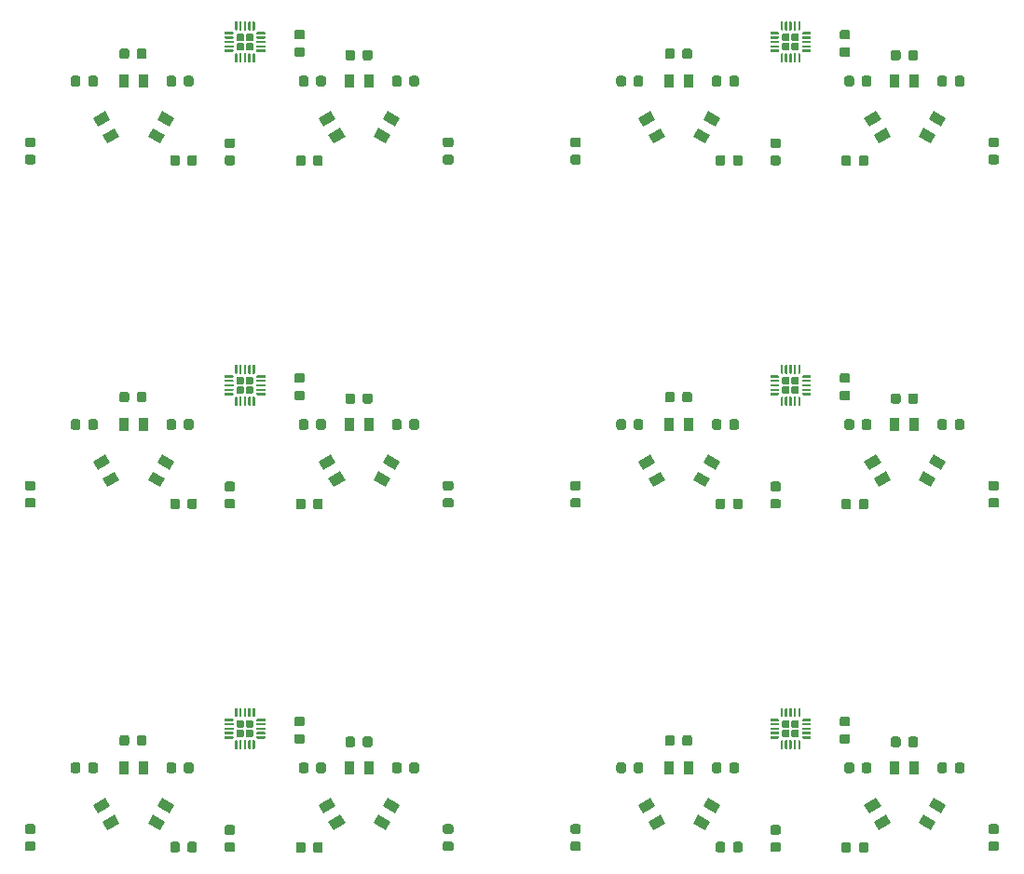
<source format=gbp>
%MOIN*%
%OFA0B0*%
%FSLAX46Y46*%
%IPPOS*%
%LPD*%
%ADD10C,0.0056468897637795279*%
%ADD11C,0.0039370078740157488*%
%ADD12C,0.0078740157480314977*%
%ADD13C,0.027165354330708661*%
%ADD14C,0.034448818897637797*%
%ADD15C,0.035*%
%ADD16R,0.035X0.05*%
%ADD27C,0.0056468897637795279*%
%ADD28C,0.0039370078740157488*%
%ADD29C,0.0078740157480314977*%
%ADD30C,0.027165354330708661*%
%ADD31C,0.034448818897637797*%
%ADD32C,0.035*%
%ADD33R,0.035X0.05*%
%ADD34C,0.0056468897637795279*%
%ADD35C,0.0039370078740157488*%
%ADD36C,0.0078740157480314977*%
%ADD37C,0.027165354330708661*%
%ADD38C,0.034448818897637797*%
%ADD39C,0.035*%
%ADD40R,0.035X0.05*%
%ADD41C,0.0056468897637795279*%
%ADD42C,0.0039370078740157488*%
%ADD43C,0.0078740157480314977*%
%ADD44C,0.027165354330708661*%
%ADD45C,0.034448818897637797*%
%ADD46C,0.035*%
%ADD47R,0.035X0.05*%
%ADD48C,0.0056468897637795279*%
%ADD49C,0.0039370078740157488*%
%ADD50C,0.0078740157480314977*%
%ADD51C,0.027165354330708661*%
%ADD52C,0.034448818897637797*%
%ADD53C,0.035*%
%ADD54R,0.035X0.05*%
%ADD55C,0.0056468897637795279*%
%ADD56C,0.0039370078740157488*%
%ADD57C,0.0078740157480314977*%
%ADD58C,0.027165354330708661*%
%ADD59C,0.034448818897637797*%
%ADD60C,0.035*%
%ADD61R,0.035X0.05*%
D10*
X-0000035090Y0001171712D02*
X0000965303Y0000898877D03*
D11*
G36*
X0000962951Y0000883167D02*
G01*
X0000962581Y0000883279D01*
X0000962241Y0000883461D01*
X0000961943Y0000883706D01*
X0000961698Y0000884004D01*
X0000961516Y0000884344D01*
X0000961404Y0000884714D01*
X0000961366Y0000885098D01*
X0000961366Y0000912657D01*
X0000961404Y0000913041D01*
X0000961516Y0000913410D01*
X0000961698Y0000913750D01*
X0000961943Y0000914049D01*
X0000962241Y0000914294D01*
X0000962581Y0000914475D01*
X0000962951Y0000914587D01*
X0000963335Y0000914625D01*
X0000967272Y0000914625D01*
X0000967656Y0000914587D01*
X0000968025Y0000914475D01*
X0000968365Y0000914294D01*
X0000968664Y0000914049D01*
X0000968908Y0000913750D01*
X0000969090Y0000913410D01*
X0000969202Y0000913041D01*
X0000969240Y0000912657D01*
X0000969240Y0000887094D01*
X0000969202Y0000886710D01*
X0000969090Y0000886341D01*
X0000968908Y0000886001D01*
X0000968664Y0000885702D01*
X0000966667Y0000883706D01*
X0000966369Y0000883461D01*
X0000966028Y0000883279D01*
X0000965659Y0000883167D01*
X0000965275Y0000883129D01*
X0000963335Y0000883129D01*
X0000962951Y0000883167D01*
X0000962951Y0000883167D01*
G37*
G36*
X0000951717Y0000914616D02*
G01*
X0000951908Y0000914587D01*
X0000952095Y0000914541D01*
X0000952277Y0000914475D01*
X0000952452Y0000914393D01*
X0000952617Y0000914294D01*
X0000952772Y0000914178D01*
X0000952916Y0000914049D01*
X0000953045Y0000913906D01*
X0000953160Y0000913750D01*
X0000953260Y0000913585D01*
X0000953342Y0000913410D01*
X0000953407Y0000913228D01*
X0000953454Y0000913041D01*
X0000953483Y0000912850D01*
X0000953492Y0000912657D01*
X0000953492Y0000885098D01*
X0000953483Y0000884905D01*
X0000953454Y0000884714D01*
X0000953407Y0000884526D01*
X0000953342Y0000884344D01*
X0000953260Y0000884170D01*
X0000953160Y0000884004D01*
X0000953045Y0000883849D01*
X0000952916Y0000883706D01*
X0000952772Y0000883576D01*
X0000952617Y0000883461D01*
X0000952452Y0000883362D01*
X0000952277Y0000883279D01*
X0000952095Y0000883214D01*
X0000951908Y0000883167D01*
X0000951717Y0000883139D01*
X0000951524Y0000883129D01*
X0000947587Y0000883129D01*
X0000947394Y0000883139D01*
X0000947203Y0000883167D01*
X0000947015Y0000883214D01*
X0000946833Y0000883279D01*
X0000946659Y0000883362D01*
X0000946493Y0000883461D01*
X0000946338Y0000883576D01*
X0000946195Y0000883706D01*
X0000946065Y0000883849D01*
X0000945950Y0000884004D01*
X0000945851Y0000884170D01*
X0000945768Y0000884344D01*
X0000945703Y0000884526D01*
X0000945656Y0000884714D01*
X0000945628Y0000884905D01*
X0000945618Y0000885098D01*
X0000945618Y0000912657D01*
X0000945628Y0000912850D01*
X0000945656Y0000913041D01*
X0000945703Y0000913228D01*
X0000945768Y0000913410D01*
X0000945851Y0000913585D01*
X0000945950Y0000913750D01*
X0000946065Y0000913906D01*
X0000946195Y0000914049D01*
X0000946338Y0000914178D01*
X0000946493Y0000914294D01*
X0000946659Y0000914393D01*
X0000946833Y0000914475D01*
X0000947015Y0000914541D01*
X0000947203Y0000914587D01*
X0000947394Y0000914616D01*
X0000947587Y0000914625D01*
X0000951524Y0000914625D01*
X0000951717Y0000914616D01*
X0000951717Y0000914616D01*
G37*
D12*
X0000949555Y0000898877D03*
D11*
G36*
X0000935969Y0000914616D02*
G01*
X0000936160Y0000914587D01*
X0000936347Y0000914541D01*
X0000936529Y0000914475D01*
X0000936704Y0000914393D01*
X0000936869Y0000914294D01*
X0000937024Y0000914178D01*
X0000937167Y0000914049D01*
X0000937297Y0000913906D01*
X0000937412Y0000913750D01*
X0000937512Y0000913585D01*
X0000937594Y0000913410D01*
X0000937659Y0000913228D01*
X0000937706Y0000913041D01*
X0000937735Y0000912850D01*
X0000937744Y0000912657D01*
X0000937744Y0000885098D01*
X0000937735Y0000884905D01*
X0000937706Y0000884714D01*
X0000937659Y0000884526D01*
X0000937594Y0000884344D01*
X0000937512Y0000884170D01*
X0000937412Y0000884004D01*
X0000937297Y0000883849D01*
X0000937167Y0000883706D01*
X0000937024Y0000883576D01*
X0000936869Y0000883461D01*
X0000936704Y0000883362D01*
X0000936529Y0000883279D01*
X0000936347Y0000883214D01*
X0000936160Y0000883167D01*
X0000935969Y0000883139D01*
X0000935776Y0000883129D01*
X0000931839Y0000883129D01*
X0000931646Y0000883139D01*
X0000931455Y0000883167D01*
X0000931267Y0000883214D01*
X0000931085Y0000883279D01*
X0000930911Y0000883362D01*
X0000930745Y0000883461D01*
X0000930590Y0000883576D01*
X0000930447Y0000883706D01*
X0000930317Y0000883849D01*
X0000930202Y0000884004D01*
X0000930102Y0000884170D01*
X0000930020Y0000884344D01*
X0000929955Y0000884526D01*
X0000929908Y0000884714D01*
X0000929880Y0000884905D01*
X0000929870Y0000885098D01*
X0000929870Y0000912657D01*
X0000929880Y0000912850D01*
X0000929908Y0000913041D01*
X0000929955Y0000913228D01*
X0000930020Y0000913410D01*
X0000930102Y0000913585D01*
X0000930202Y0000913750D01*
X0000930317Y0000913906D01*
X0000930447Y0000914049D01*
X0000930590Y0000914178D01*
X0000930745Y0000914294D01*
X0000930911Y0000914393D01*
X0000931085Y0000914475D01*
X0000931267Y0000914541D01*
X0000931455Y0000914587D01*
X0000931646Y0000914616D01*
X0000931839Y0000914625D01*
X0000935776Y0000914625D01*
X0000935969Y0000914616D01*
X0000935969Y0000914616D01*
G37*
D12*
X0000933807Y0000898877D03*
D11*
G36*
X0000920220Y0000914616D02*
G01*
X0000920412Y0000914587D01*
X0000920599Y0000914541D01*
X0000920781Y0000914475D01*
X0000920955Y0000914393D01*
X0000921121Y0000914294D01*
X0000921276Y0000914178D01*
X0000921419Y0000914049D01*
X0000921549Y0000913906D01*
X0000921664Y0000913750D01*
X0000921764Y0000913585D01*
X0000921846Y0000913410D01*
X0000921911Y0000913228D01*
X0000921958Y0000913041D01*
X0000921987Y0000912850D01*
X0000921996Y0000912657D01*
X0000921996Y0000885098D01*
X0000921987Y0000884905D01*
X0000921958Y0000884714D01*
X0000921911Y0000884526D01*
X0000921846Y0000884344D01*
X0000921764Y0000884170D01*
X0000921664Y0000884004D01*
X0000921549Y0000883849D01*
X0000921419Y0000883706D01*
X0000921276Y0000883576D01*
X0000921121Y0000883461D01*
X0000920955Y0000883362D01*
X0000920781Y0000883279D01*
X0000920599Y0000883214D01*
X0000920412Y0000883167D01*
X0000920220Y0000883139D01*
X0000920028Y0000883129D01*
X0000916091Y0000883129D01*
X0000915898Y0000883139D01*
X0000915706Y0000883167D01*
X0000915519Y0000883214D01*
X0000915337Y0000883279D01*
X0000915163Y0000883362D01*
X0000914997Y0000883461D01*
X0000914842Y0000883576D01*
X0000914699Y0000883706D01*
X0000914569Y0000883849D01*
X0000914454Y0000884004D01*
X0000914354Y0000884170D01*
X0000914272Y0000884344D01*
X0000914207Y0000884526D01*
X0000914160Y0000884714D01*
X0000914132Y0000884905D01*
X0000914122Y0000885098D01*
X0000914122Y0000912657D01*
X0000914132Y0000912850D01*
X0000914160Y0000913041D01*
X0000914207Y0000913228D01*
X0000914272Y0000913410D01*
X0000914354Y0000913585D01*
X0000914454Y0000913750D01*
X0000914569Y0000913906D01*
X0000914699Y0000914049D01*
X0000914842Y0000914178D01*
X0000914997Y0000914294D01*
X0000915163Y0000914393D01*
X0000915337Y0000914475D01*
X0000915519Y0000914541D01*
X0000915706Y0000914587D01*
X0000915898Y0000914616D01*
X0000916091Y0000914625D01*
X0000920028Y0000914625D01*
X0000920220Y0000914616D01*
X0000920220Y0000914616D01*
G37*
D12*
X0000918059Y0000898877D03*
D10*
X0000902311Y0000898877D03*
D11*
G36*
X0000901955Y0000883167D02*
G01*
X0000901586Y0000883279D01*
X0000901245Y0000883461D01*
X0000900947Y0000883706D01*
X0000898951Y0000885702D01*
X0000898706Y0000886001D01*
X0000898524Y0000886341D01*
X0000898412Y0000886710D01*
X0000898374Y0000887094D01*
X0000898374Y0000912657D01*
X0000898412Y0000913041D01*
X0000898524Y0000913410D01*
X0000898706Y0000913750D01*
X0000898951Y0000914049D01*
X0000899249Y0000914294D01*
X0000899589Y0000914475D01*
X0000899958Y0000914587D01*
X0000900342Y0000914625D01*
X0000904280Y0000914625D01*
X0000904664Y0000914587D01*
X0000905033Y0000914475D01*
X0000905373Y0000914294D01*
X0000905671Y0000914049D01*
X0000905916Y0000913750D01*
X0000906098Y0000913410D01*
X0000906210Y0000913041D01*
X0000906248Y0000912657D01*
X0000906248Y0000885098D01*
X0000906210Y0000884714D01*
X0000906098Y0000884344D01*
X0000905916Y0000884004D01*
X0000905671Y0000883706D01*
X0000905373Y0000883461D01*
X0000905033Y0000883279D01*
X0000904664Y0000883167D01*
X0000904280Y0000883129D01*
X0000902339Y0000883129D01*
X0000901955Y0000883167D01*
X0000901955Y0000883167D01*
G37*
D10*
X0000876720Y0000873287D03*
D11*
G36*
X0000862557Y0000869388D02*
G01*
X0000862188Y0000869500D01*
X0000861847Y0000869681D01*
X0000861549Y0000869926D01*
X0000861304Y0000870225D01*
X0000861122Y0000870565D01*
X0000861010Y0000870934D01*
X0000860972Y0000871318D01*
X0000860972Y0000875255D01*
X0000861010Y0000875639D01*
X0000861122Y0000876009D01*
X0000861304Y0000876349D01*
X0000861549Y0000876647D01*
X0000861847Y0000876892D01*
X0000862188Y0000877074D01*
X0000862557Y0000877186D01*
X0000862941Y0000877224D01*
X0000888503Y0000877224D01*
X0000888888Y0000877186D01*
X0000889257Y0000877074D01*
X0000889597Y0000876892D01*
X0000889895Y0000876647D01*
X0000891892Y0000874651D01*
X0000892137Y0000874352D01*
X0000892319Y0000874012D01*
X0000892431Y0000873643D01*
X0000892468Y0000873259D01*
X0000892468Y0000871318D01*
X0000892431Y0000870934D01*
X0000892319Y0000870565D01*
X0000892137Y0000870225D01*
X0000891892Y0000869926D01*
X0000891594Y0000869681D01*
X0000891253Y0000869500D01*
X0000890884Y0000869388D01*
X0000890500Y0000869350D01*
X0000862941Y0000869350D01*
X0000862557Y0000869388D01*
X0000862557Y0000869388D01*
G37*
G36*
X0000890693Y0000861466D02*
G01*
X0000890884Y0000861438D01*
X0000891071Y0000861391D01*
X0000891253Y0000861326D01*
X0000891428Y0000861243D01*
X0000891594Y0000861144D01*
X0000891749Y0000861029D01*
X0000891892Y0000860899D01*
X0000892022Y0000860756D01*
X0000892137Y0000860601D01*
X0000892236Y0000860435D01*
X0000892319Y0000860260D01*
X0000892384Y0000860079D01*
X0000892431Y0000859891D01*
X0000892459Y0000859700D01*
X0000892468Y0000859507D01*
X0000892468Y0000855570D01*
X0000892459Y0000855377D01*
X0000892431Y0000855186D01*
X0000892384Y0000854999D01*
X0000892319Y0000854817D01*
X0000892236Y0000854642D01*
X0000892137Y0000854477D01*
X0000892022Y0000854321D01*
X0000891892Y0000854178D01*
X0000891749Y0000854048D01*
X0000891594Y0000853933D01*
X0000891428Y0000853834D01*
X0000891253Y0000853752D01*
X0000891071Y0000853686D01*
X0000890884Y0000853640D01*
X0000890693Y0000853611D01*
X0000890500Y0000853602D01*
X0000862941Y0000853602D01*
X0000862748Y0000853611D01*
X0000862557Y0000853640D01*
X0000862370Y0000853686D01*
X0000862188Y0000853752D01*
X0000862013Y0000853834D01*
X0000861847Y0000853933D01*
X0000861692Y0000854048D01*
X0000861549Y0000854178D01*
X0000861419Y0000854321D01*
X0000861304Y0000854477D01*
X0000861205Y0000854642D01*
X0000861122Y0000854817D01*
X0000861057Y0000854999D01*
X0000861010Y0000855186D01*
X0000860982Y0000855377D01*
X0000860972Y0000855570D01*
X0000860972Y0000859507D01*
X0000860982Y0000859700D01*
X0000861010Y0000859891D01*
X0000861057Y0000860079D01*
X0000861122Y0000860260D01*
X0000861205Y0000860435D01*
X0000861304Y0000860601D01*
X0000861419Y0000860756D01*
X0000861549Y0000860899D01*
X0000861692Y0000861029D01*
X0000861847Y0000861144D01*
X0000862013Y0000861243D01*
X0000862188Y0000861326D01*
X0000862370Y0000861391D01*
X0000862557Y0000861438D01*
X0000862748Y0000861466D01*
X0000862941Y0000861476D01*
X0000890500Y0000861476D01*
X0000890693Y0000861466D01*
X0000890693Y0000861466D01*
G37*
D12*
X0000876720Y0000857539D03*
D11*
G36*
X0000890693Y0000845718D02*
G01*
X0000890884Y0000845690D01*
X0000891071Y0000845643D01*
X0000891253Y0000845578D01*
X0000891428Y0000845495D01*
X0000891594Y0000845396D01*
X0000891749Y0000845281D01*
X0000891892Y0000845151D01*
X0000892022Y0000845008D01*
X0000892137Y0000844853D01*
X0000892236Y0000844687D01*
X0000892319Y0000844512D01*
X0000892384Y0000844331D01*
X0000892431Y0000844143D01*
X0000892459Y0000843952D01*
X0000892468Y0000843759D01*
X0000892468Y0000839822D01*
X0000892459Y0000839629D01*
X0000892431Y0000839438D01*
X0000892384Y0000839251D01*
X0000892319Y0000839069D01*
X0000892236Y0000838894D01*
X0000892137Y0000838728D01*
X0000892022Y0000838573D01*
X0000891892Y0000838430D01*
X0000891749Y0000838300D01*
X0000891594Y0000838185D01*
X0000891428Y0000838086D01*
X0000891253Y0000838003D01*
X0000891071Y0000837938D01*
X0000890884Y0000837891D01*
X0000890693Y0000837863D01*
X0000890500Y0000837854D01*
X0000862941Y0000837854D01*
X0000862748Y0000837863D01*
X0000862557Y0000837891D01*
X0000862370Y0000837938D01*
X0000862188Y0000838003D01*
X0000862013Y0000838086D01*
X0000861847Y0000838185D01*
X0000861692Y0000838300D01*
X0000861549Y0000838430D01*
X0000861419Y0000838573D01*
X0000861304Y0000838728D01*
X0000861205Y0000838894D01*
X0000861122Y0000839069D01*
X0000861057Y0000839251D01*
X0000861010Y0000839438D01*
X0000860982Y0000839629D01*
X0000860972Y0000839822D01*
X0000860972Y0000843759D01*
X0000860982Y0000843952D01*
X0000861010Y0000844143D01*
X0000861057Y0000844331D01*
X0000861122Y0000844512D01*
X0000861205Y0000844687D01*
X0000861304Y0000844853D01*
X0000861419Y0000845008D01*
X0000861549Y0000845151D01*
X0000861692Y0000845281D01*
X0000861847Y0000845396D01*
X0000862013Y0000845495D01*
X0000862188Y0000845578D01*
X0000862370Y0000845643D01*
X0000862557Y0000845690D01*
X0000862748Y0000845718D01*
X0000862941Y0000845728D01*
X0000890500Y0000845728D01*
X0000890693Y0000845718D01*
X0000890693Y0000845718D01*
G37*
D12*
X0000876720Y0000841791D03*
D11*
G36*
X0000890693Y0000829970D02*
G01*
X0000890884Y0000829942D01*
X0000891071Y0000829895D01*
X0000891253Y0000829830D01*
X0000891428Y0000829747D01*
X0000891594Y0000829648D01*
X0000891749Y0000829533D01*
X0000891892Y0000829403D01*
X0000892022Y0000829260D01*
X0000892137Y0000829105D01*
X0000892236Y0000828939D01*
X0000892319Y0000828764D01*
X0000892384Y0000828583D01*
X0000892431Y0000828395D01*
X0000892459Y0000828204D01*
X0000892468Y0000828011D01*
X0000892468Y0000824074D01*
X0000892459Y0000823881D01*
X0000892431Y0000823690D01*
X0000892384Y0000823503D01*
X0000892319Y0000823321D01*
X0000892236Y0000823146D01*
X0000892137Y0000822980D01*
X0000892022Y0000822825D01*
X0000891892Y0000822682D01*
X0000891749Y0000822552D01*
X0000891594Y0000822437D01*
X0000891428Y0000822338D01*
X0000891253Y0000822255D01*
X0000891071Y0000822190D01*
X0000890884Y0000822143D01*
X0000890693Y0000822115D01*
X0000890500Y0000822106D01*
X0000862941Y0000822106D01*
X0000862748Y0000822115D01*
X0000862557Y0000822143D01*
X0000862370Y0000822190D01*
X0000862188Y0000822255D01*
X0000862013Y0000822338D01*
X0000861847Y0000822437D01*
X0000861692Y0000822552D01*
X0000861549Y0000822682D01*
X0000861419Y0000822825D01*
X0000861304Y0000822980D01*
X0000861205Y0000823146D01*
X0000861122Y0000823321D01*
X0000861057Y0000823503D01*
X0000861010Y0000823690D01*
X0000860982Y0000823881D01*
X0000860972Y0000824074D01*
X0000860972Y0000828011D01*
X0000860982Y0000828204D01*
X0000861010Y0000828395D01*
X0000861057Y0000828583D01*
X0000861122Y0000828764D01*
X0000861205Y0000828939D01*
X0000861304Y0000829105D01*
X0000861419Y0000829260D01*
X0000861549Y0000829403D01*
X0000861692Y0000829533D01*
X0000861847Y0000829648D01*
X0000862013Y0000829747D01*
X0000862188Y0000829830D01*
X0000862370Y0000829895D01*
X0000862557Y0000829942D01*
X0000862748Y0000829970D01*
X0000862941Y0000829980D01*
X0000890500Y0000829980D01*
X0000890693Y0000829970D01*
X0000890693Y0000829970D01*
G37*
D12*
X0000876720Y0000826043D03*
D10*
X0000876720Y0000810295D03*
D11*
G36*
X0000862557Y0000806395D02*
G01*
X0000862188Y0000806507D01*
X0000861847Y0000806689D01*
X0000861549Y0000806934D01*
X0000861304Y0000807232D01*
X0000861122Y0000807573D01*
X0000861010Y0000807942D01*
X0000860972Y0000808326D01*
X0000860972Y0000812263D01*
X0000861010Y0000812647D01*
X0000861122Y0000813016D01*
X0000861304Y0000813357D01*
X0000861549Y0000813655D01*
X0000861847Y0000813900D01*
X0000862188Y0000814082D01*
X0000862557Y0000814194D01*
X0000862941Y0000814232D01*
X0000890500Y0000814232D01*
X0000890884Y0000814194D01*
X0000891253Y0000814082D01*
X0000891594Y0000813900D01*
X0000891892Y0000813655D01*
X0000892137Y0000813357D01*
X0000892319Y0000813016D01*
X0000892431Y0000812647D01*
X0000892468Y0000812263D01*
X0000892468Y0000810323D01*
X0000892431Y0000809939D01*
X0000892319Y0000809569D01*
X0000892137Y0000809229D01*
X0000891892Y0000808931D01*
X0000889895Y0000806934D01*
X0000889597Y0000806689D01*
X0000889257Y0000806507D01*
X0000888888Y0000806395D01*
X0000888503Y0000806358D01*
X0000862941Y0000806358D01*
X0000862557Y0000806395D01*
X0000862557Y0000806395D01*
G37*
D10*
X0000902311Y0000784704D03*
D11*
G36*
X0000899958Y0000768994D02*
G01*
X0000899589Y0000769106D01*
X0000899249Y0000769288D01*
X0000898951Y0000769533D01*
X0000898706Y0000769831D01*
X0000898524Y0000770171D01*
X0000898412Y0000770540D01*
X0000898374Y0000770925D01*
X0000898374Y0000796487D01*
X0000898412Y0000796871D01*
X0000898524Y0000797240D01*
X0000898706Y0000797581D01*
X0000898951Y0000797879D01*
X0000900947Y0000799875D01*
X0000901245Y0000800120D01*
X0000901586Y0000800302D01*
X0000901955Y0000800414D01*
X0000902339Y0000800452D01*
X0000904280Y0000800452D01*
X0000904664Y0000800414D01*
X0000905033Y0000800302D01*
X0000905373Y0000800120D01*
X0000905671Y0000799875D01*
X0000905916Y0000799577D01*
X0000906098Y0000799237D01*
X0000906210Y0000798868D01*
X0000906248Y0000798484D01*
X0000906248Y0000770925D01*
X0000906210Y0000770540D01*
X0000906098Y0000770171D01*
X0000905916Y0000769831D01*
X0000905671Y0000769533D01*
X0000905373Y0000769288D01*
X0000905033Y0000769106D01*
X0000904664Y0000768994D01*
X0000904280Y0000768956D01*
X0000900342Y0000768956D01*
X0000899958Y0000768994D01*
X0000899958Y0000768994D01*
G37*
G36*
X0000920220Y0000800443D02*
G01*
X0000920412Y0000800414D01*
X0000920599Y0000800367D01*
X0000920781Y0000800302D01*
X0000920955Y0000800220D01*
X0000921121Y0000800120D01*
X0000921276Y0000800005D01*
X0000921419Y0000799875D01*
X0000921549Y0000799732D01*
X0000921664Y0000799577D01*
X0000921764Y0000799412D01*
X0000921846Y0000799237D01*
X0000921911Y0000799055D01*
X0000921958Y0000798868D01*
X0000921987Y0000798677D01*
X0000921996Y0000798484D01*
X0000921996Y0000770925D01*
X0000921987Y0000770732D01*
X0000921958Y0000770540D01*
X0000921911Y0000770353D01*
X0000921846Y0000770171D01*
X0000921764Y0000769997D01*
X0000921664Y0000769831D01*
X0000921549Y0000769676D01*
X0000921419Y0000769533D01*
X0000921276Y0000769403D01*
X0000921121Y0000769288D01*
X0000920955Y0000769188D01*
X0000920781Y0000769106D01*
X0000920599Y0000769041D01*
X0000920412Y0000768994D01*
X0000920220Y0000768965D01*
X0000920028Y0000768956D01*
X0000916091Y0000768956D01*
X0000915898Y0000768965D01*
X0000915706Y0000768994D01*
X0000915519Y0000769041D01*
X0000915337Y0000769106D01*
X0000915163Y0000769188D01*
X0000914997Y0000769288D01*
X0000914842Y0000769403D01*
X0000914699Y0000769533D01*
X0000914569Y0000769676D01*
X0000914454Y0000769831D01*
X0000914354Y0000769997D01*
X0000914272Y0000770171D01*
X0000914207Y0000770353D01*
X0000914160Y0000770540D01*
X0000914132Y0000770732D01*
X0000914122Y0000770925D01*
X0000914122Y0000798484D01*
X0000914132Y0000798677D01*
X0000914160Y0000798868D01*
X0000914207Y0000799055D01*
X0000914272Y0000799237D01*
X0000914354Y0000799412D01*
X0000914454Y0000799577D01*
X0000914569Y0000799732D01*
X0000914699Y0000799875D01*
X0000914842Y0000800005D01*
X0000914997Y0000800120D01*
X0000915163Y0000800220D01*
X0000915337Y0000800302D01*
X0000915519Y0000800367D01*
X0000915706Y0000800414D01*
X0000915898Y0000800443D01*
X0000916091Y0000800452D01*
X0000920028Y0000800452D01*
X0000920220Y0000800443D01*
X0000920220Y0000800443D01*
G37*
D12*
X0000918059Y0000784704D03*
D11*
G36*
X0000935969Y0000800443D02*
G01*
X0000936160Y0000800414D01*
X0000936347Y0000800367D01*
X0000936529Y0000800302D01*
X0000936704Y0000800220D01*
X0000936869Y0000800120D01*
X0000937024Y0000800005D01*
X0000937167Y0000799875D01*
X0000937297Y0000799732D01*
X0000937412Y0000799577D01*
X0000937512Y0000799412D01*
X0000937594Y0000799237D01*
X0000937659Y0000799055D01*
X0000937706Y0000798868D01*
X0000937735Y0000798677D01*
X0000937744Y0000798484D01*
X0000937744Y0000770925D01*
X0000937735Y0000770732D01*
X0000937706Y0000770540D01*
X0000937659Y0000770353D01*
X0000937594Y0000770171D01*
X0000937512Y0000769997D01*
X0000937412Y0000769831D01*
X0000937297Y0000769676D01*
X0000937167Y0000769533D01*
X0000937024Y0000769403D01*
X0000936869Y0000769288D01*
X0000936704Y0000769188D01*
X0000936529Y0000769106D01*
X0000936347Y0000769041D01*
X0000936160Y0000768994D01*
X0000935969Y0000768965D01*
X0000935776Y0000768956D01*
X0000931839Y0000768956D01*
X0000931646Y0000768965D01*
X0000931455Y0000768994D01*
X0000931267Y0000769041D01*
X0000931085Y0000769106D01*
X0000930911Y0000769188D01*
X0000930745Y0000769288D01*
X0000930590Y0000769403D01*
X0000930447Y0000769533D01*
X0000930317Y0000769676D01*
X0000930202Y0000769831D01*
X0000930102Y0000769997D01*
X0000930020Y0000770171D01*
X0000929955Y0000770353D01*
X0000929908Y0000770540D01*
X0000929880Y0000770732D01*
X0000929870Y0000770925D01*
X0000929870Y0000798484D01*
X0000929880Y0000798677D01*
X0000929908Y0000798868D01*
X0000929955Y0000799055D01*
X0000930020Y0000799237D01*
X0000930102Y0000799412D01*
X0000930202Y0000799577D01*
X0000930317Y0000799732D01*
X0000930447Y0000799875D01*
X0000930590Y0000800005D01*
X0000930745Y0000800120D01*
X0000930911Y0000800220D01*
X0000931085Y0000800302D01*
X0000931267Y0000800367D01*
X0000931455Y0000800414D01*
X0000931646Y0000800443D01*
X0000931839Y0000800452D01*
X0000935776Y0000800452D01*
X0000935969Y0000800443D01*
X0000935969Y0000800443D01*
G37*
D12*
X0000933807Y0000784704D03*
D11*
G36*
X0000951717Y0000800443D02*
G01*
X0000951908Y0000800414D01*
X0000952095Y0000800367D01*
X0000952277Y0000800302D01*
X0000952452Y0000800220D01*
X0000952617Y0000800120D01*
X0000952772Y0000800005D01*
X0000952916Y0000799875D01*
X0000953045Y0000799732D01*
X0000953160Y0000799577D01*
X0000953260Y0000799412D01*
X0000953342Y0000799237D01*
X0000953407Y0000799055D01*
X0000953454Y0000798868D01*
X0000953483Y0000798677D01*
X0000953492Y0000798484D01*
X0000953492Y0000770925D01*
X0000953483Y0000770732D01*
X0000953454Y0000770540D01*
X0000953407Y0000770353D01*
X0000953342Y0000770171D01*
X0000953260Y0000769997D01*
X0000953160Y0000769831D01*
X0000953045Y0000769676D01*
X0000952916Y0000769533D01*
X0000952772Y0000769403D01*
X0000952617Y0000769288D01*
X0000952452Y0000769188D01*
X0000952277Y0000769106D01*
X0000952095Y0000769041D01*
X0000951908Y0000768994D01*
X0000951717Y0000768965D01*
X0000951524Y0000768956D01*
X0000947587Y0000768956D01*
X0000947394Y0000768965D01*
X0000947203Y0000768994D01*
X0000947015Y0000769041D01*
X0000946833Y0000769106D01*
X0000946659Y0000769188D01*
X0000946493Y0000769288D01*
X0000946338Y0000769403D01*
X0000946195Y0000769533D01*
X0000946065Y0000769676D01*
X0000945950Y0000769831D01*
X0000945851Y0000769997D01*
X0000945768Y0000770171D01*
X0000945703Y0000770353D01*
X0000945656Y0000770540D01*
X0000945628Y0000770732D01*
X0000945618Y0000770925D01*
X0000945618Y0000798484D01*
X0000945628Y0000798677D01*
X0000945656Y0000798868D01*
X0000945703Y0000799055D01*
X0000945768Y0000799237D01*
X0000945851Y0000799412D01*
X0000945950Y0000799577D01*
X0000946065Y0000799732D01*
X0000946195Y0000799875D01*
X0000946338Y0000800005D01*
X0000946493Y0000800120D01*
X0000946659Y0000800220D01*
X0000946833Y0000800302D01*
X0000947015Y0000800367D01*
X0000947203Y0000800414D01*
X0000947394Y0000800443D01*
X0000947587Y0000800452D01*
X0000951524Y0000800452D01*
X0000951717Y0000800443D01*
X0000951717Y0000800443D01*
G37*
D12*
X0000949555Y0000784704D03*
D10*
X0000965303Y0000784704D03*
D11*
G36*
X0000962951Y0000768994D02*
G01*
X0000962581Y0000769106D01*
X0000962241Y0000769288D01*
X0000961943Y0000769533D01*
X0000961698Y0000769831D01*
X0000961516Y0000770171D01*
X0000961404Y0000770540D01*
X0000961366Y0000770925D01*
X0000961366Y0000798484D01*
X0000961404Y0000798868D01*
X0000961516Y0000799237D01*
X0000961698Y0000799577D01*
X0000961943Y0000799875D01*
X0000962241Y0000800120D01*
X0000962581Y0000800302D01*
X0000962951Y0000800414D01*
X0000963335Y0000800452D01*
X0000965275Y0000800452D01*
X0000965659Y0000800414D01*
X0000966028Y0000800302D01*
X0000966369Y0000800120D01*
X0000966667Y0000799875D01*
X0000968664Y0000797879D01*
X0000968908Y0000797581D01*
X0000969090Y0000797240D01*
X0000969202Y0000796871D01*
X0000969240Y0000796487D01*
X0000969240Y0000770925D01*
X0000969202Y0000770540D01*
X0000969090Y0000770171D01*
X0000968908Y0000769831D01*
X0000968664Y0000769533D01*
X0000968365Y0000769288D01*
X0000968025Y0000769106D01*
X0000967656Y0000768994D01*
X0000967272Y0000768956D01*
X0000963335Y0000768956D01*
X0000962951Y0000768994D01*
X0000962951Y0000768994D01*
G37*
D10*
X0000990894Y0000810295D03*
D11*
G36*
X0000978727Y0000806395D02*
G01*
X0000978357Y0000806507D01*
X0000978017Y0000806689D01*
X0000977719Y0000806934D01*
X0000975722Y0000808931D01*
X0000975477Y0000809229D01*
X0000975295Y0000809569D01*
X0000975183Y0000809939D01*
X0000975146Y0000810323D01*
X0000975146Y0000812263D01*
X0000975183Y0000812647D01*
X0000975295Y0000813016D01*
X0000975477Y0000813357D01*
X0000975722Y0000813655D01*
X0000976020Y0000813900D01*
X0000976361Y0000814082D01*
X0000976730Y0000814194D01*
X0000977114Y0000814232D01*
X0001004673Y0000814232D01*
X0001005057Y0000814194D01*
X0001005427Y0000814082D01*
X0001005767Y0000813900D01*
X0001006065Y0000813655D01*
X0001006310Y0000813357D01*
X0001006492Y0000813016D01*
X0001006604Y0000812647D01*
X0001006642Y0000812263D01*
X0001006642Y0000808326D01*
X0001006604Y0000807942D01*
X0001006492Y0000807573D01*
X0001006310Y0000807232D01*
X0001006065Y0000806934D01*
X0001005767Y0000806689D01*
X0001005427Y0000806507D01*
X0001005057Y0000806395D01*
X0001004673Y0000806358D01*
X0000979111Y0000806358D01*
X0000978727Y0000806395D01*
X0000978727Y0000806395D01*
G37*
G36*
X0001004866Y0000829970D02*
G01*
X0001005057Y0000829942D01*
X0001005245Y0000829895D01*
X0001005427Y0000829830D01*
X0001005601Y0000829747D01*
X0001005767Y0000829648D01*
X0001005922Y0000829533D01*
X0001006065Y0000829403D01*
X0001006195Y0000829260D01*
X0001006310Y0000829105D01*
X0001006409Y0000828939D01*
X0001006492Y0000828764D01*
X0001006557Y0000828583D01*
X0001006604Y0000828395D01*
X0001006632Y0000828204D01*
X0001006642Y0000828011D01*
X0001006642Y0000824074D01*
X0001006632Y0000823881D01*
X0001006604Y0000823690D01*
X0001006557Y0000823503D01*
X0001006492Y0000823321D01*
X0001006409Y0000823146D01*
X0001006310Y0000822980D01*
X0001006195Y0000822825D01*
X0001006065Y0000822682D01*
X0001005922Y0000822552D01*
X0001005767Y0000822437D01*
X0001005601Y0000822338D01*
X0001005427Y0000822255D01*
X0001005245Y0000822190D01*
X0001005057Y0000822143D01*
X0001004866Y0000822115D01*
X0001004673Y0000822106D01*
X0000977114Y0000822106D01*
X0000976921Y0000822115D01*
X0000976730Y0000822143D01*
X0000976543Y0000822190D01*
X0000976361Y0000822255D01*
X0000976186Y0000822338D01*
X0000976020Y0000822437D01*
X0000975865Y0000822552D01*
X0000975722Y0000822682D01*
X0000975592Y0000822825D01*
X0000975477Y0000822980D01*
X0000975378Y0000823146D01*
X0000975295Y0000823321D01*
X0000975230Y0000823503D01*
X0000975183Y0000823690D01*
X0000975155Y0000823881D01*
X0000975146Y0000824074D01*
X0000975146Y0000828011D01*
X0000975155Y0000828204D01*
X0000975183Y0000828395D01*
X0000975230Y0000828583D01*
X0000975295Y0000828764D01*
X0000975378Y0000828939D01*
X0000975477Y0000829105D01*
X0000975592Y0000829260D01*
X0000975722Y0000829403D01*
X0000975865Y0000829533D01*
X0000976020Y0000829648D01*
X0000976186Y0000829747D01*
X0000976361Y0000829830D01*
X0000976543Y0000829895D01*
X0000976730Y0000829942D01*
X0000976921Y0000829970D01*
X0000977114Y0000829980D01*
X0001004673Y0000829980D01*
X0001004866Y0000829970D01*
X0001004866Y0000829970D01*
G37*
D12*
X0000990894Y0000826043D03*
D11*
G36*
X0001004866Y0000845718D02*
G01*
X0001005057Y0000845690D01*
X0001005245Y0000845643D01*
X0001005427Y0000845578D01*
X0001005601Y0000845495D01*
X0001005767Y0000845396D01*
X0001005922Y0000845281D01*
X0001006065Y0000845151D01*
X0001006195Y0000845008D01*
X0001006310Y0000844853D01*
X0001006409Y0000844687D01*
X0001006492Y0000844512D01*
X0001006557Y0000844331D01*
X0001006604Y0000844143D01*
X0001006632Y0000843952D01*
X0001006642Y0000843759D01*
X0001006642Y0000839822D01*
X0001006632Y0000839629D01*
X0001006604Y0000839438D01*
X0001006557Y0000839251D01*
X0001006492Y0000839069D01*
X0001006409Y0000838894D01*
X0001006310Y0000838728D01*
X0001006195Y0000838573D01*
X0001006065Y0000838430D01*
X0001005922Y0000838300D01*
X0001005767Y0000838185D01*
X0001005601Y0000838086D01*
X0001005427Y0000838003D01*
X0001005245Y0000837938D01*
X0001005057Y0000837891D01*
X0001004866Y0000837863D01*
X0001004673Y0000837854D01*
X0000977114Y0000837854D01*
X0000976921Y0000837863D01*
X0000976730Y0000837891D01*
X0000976543Y0000837938D01*
X0000976361Y0000838003D01*
X0000976186Y0000838086D01*
X0000976020Y0000838185D01*
X0000975865Y0000838300D01*
X0000975722Y0000838430D01*
X0000975592Y0000838573D01*
X0000975477Y0000838728D01*
X0000975378Y0000838894D01*
X0000975295Y0000839069D01*
X0000975230Y0000839251D01*
X0000975183Y0000839438D01*
X0000975155Y0000839629D01*
X0000975146Y0000839822D01*
X0000975146Y0000843759D01*
X0000975155Y0000843952D01*
X0000975183Y0000844143D01*
X0000975230Y0000844331D01*
X0000975295Y0000844512D01*
X0000975378Y0000844687D01*
X0000975477Y0000844853D01*
X0000975592Y0000845008D01*
X0000975722Y0000845151D01*
X0000975865Y0000845281D01*
X0000976020Y0000845396D01*
X0000976186Y0000845495D01*
X0000976361Y0000845578D01*
X0000976543Y0000845643D01*
X0000976730Y0000845690D01*
X0000976921Y0000845718D01*
X0000977114Y0000845728D01*
X0001004673Y0000845728D01*
X0001004866Y0000845718D01*
X0001004866Y0000845718D01*
G37*
D12*
X0000990894Y0000841791D03*
D11*
G36*
X0001004866Y0000861466D02*
G01*
X0001005057Y0000861438D01*
X0001005245Y0000861391D01*
X0001005427Y0000861326D01*
X0001005601Y0000861243D01*
X0001005767Y0000861144D01*
X0001005922Y0000861029D01*
X0001006065Y0000860899D01*
X0001006195Y0000860756D01*
X0001006310Y0000860601D01*
X0001006409Y0000860435D01*
X0001006492Y0000860260D01*
X0001006557Y0000860079D01*
X0001006604Y0000859891D01*
X0001006632Y0000859700D01*
X0001006642Y0000859507D01*
X0001006642Y0000855570D01*
X0001006632Y0000855377D01*
X0001006604Y0000855186D01*
X0001006557Y0000854999D01*
X0001006492Y0000854817D01*
X0001006409Y0000854642D01*
X0001006310Y0000854477D01*
X0001006195Y0000854321D01*
X0001006065Y0000854178D01*
X0001005922Y0000854048D01*
X0001005767Y0000853933D01*
X0001005601Y0000853834D01*
X0001005427Y0000853752D01*
X0001005245Y0000853686D01*
X0001005057Y0000853640D01*
X0001004866Y0000853611D01*
X0001004673Y0000853602D01*
X0000977114Y0000853602D01*
X0000976921Y0000853611D01*
X0000976730Y0000853640D01*
X0000976543Y0000853686D01*
X0000976361Y0000853752D01*
X0000976186Y0000853834D01*
X0000976020Y0000853933D01*
X0000975865Y0000854048D01*
X0000975722Y0000854178D01*
X0000975592Y0000854321D01*
X0000975477Y0000854477D01*
X0000975378Y0000854642D01*
X0000975295Y0000854817D01*
X0000975230Y0000854999D01*
X0000975183Y0000855186D01*
X0000975155Y0000855377D01*
X0000975146Y0000855570D01*
X0000975146Y0000859507D01*
X0000975155Y0000859700D01*
X0000975183Y0000859891D01*
X0000975230Y0000860079D01*
X0000975295Y0000860260D01*
X0000975378Y0000860435D01*
X0000975477Y0000860601D01*
X0000975592Y0000860756D01*
X0000975722Y0000860899D01*
X0000975865Y0000861029D01*
X0000976020Y0000861144D01*
X0000976186Y0000861243D01*
X0000976361Y0000861326D01*
X0000976543Y0000861391D01*
X0000976730Y0000861438D01*
X0000976921Y0000861466D01*
X0000977114Y0000861476D01*
X0001004673Y0000861476D01*
X0001004866Y0000861466D01*
X0001004866Y0000861466D01*
G37*
D12*
X0000990894Y0000857539D03*
D10*
X0000990894Y0000873287D03*
D11*
G36*
X0000976730Y0000869388D02*
G01*
X0000976361Y0000869500D01*
X0000976020Y0000869681D01*
X0000975722Y0000869926D01*
X0000975477Y0000870225D01*
X0000975295Y0000870565D01*
X0000975183Y0000870934D01*
X0000975146Y0000871318D01*
X0000975146Y0000873259D01*
X0000975183Y0000873643D01*
X0000975295Y0000874012D01*
X0000975477Y0000874352D01*
X0000975722Y0000874651D01*
X0000977719Y0000876647D01*
X0000978017Y0000876892D01*
X0000978357Y0000877074D01*
X0000978727Y0000877186D01*
X0000979111Y0000877224D01*
X0001004673Y0000877224D01*
X0001005057Y0000877186D01*
X0001005427Y0000877074D01*
X0001005767Y0000876892D01*
X0001006065Y0000876647D01*
X0001006310Y0000876349D01*
X0001006492Y0000876009D01*
X0001006604Y0000875639D01*
X0001006642Y0000875255D01*
X0001006642Y0000871318D01*
X0001006604Y0000870934D01*
X0001006492Y0000870565D01*
X0001006310Y0000870225D01*
X0001006065Y0000869926D01*
X0001005767Y0000869681D01*
X0001005427Y0000869500D01*
X0001005057Y0000869388D01*
X0001004673Y0000869350D01*
X0000977114Y0000869350D01*
X0000976730Y0000869388D01*
X0000976730Y0000869388D01*
G37*
G36*
X0000924532Y0000838608D02*
G01*
X0000925191Y0000838511D01*
X0000925838Y0000838349D01*
X0000926465Y0000838124D01*
X0000927068Y0000837839D01*
X0000927639Y0000837497D01*
X0000928175Y0000837099D01*
X0000928668Y0000836652D01*
X0000929116Y0000836158D01*
X0000929513Y0000835623D01*
X0000929856Y0000835051D01*
X0000930140Y0000834449D01*
X0000930365Y0000833821D01*
X0000930527Y0000833175D01*
X0000930625Y0000832515D01*
X0000930657Y0000831850D01*
X0000930657Y0000818267D01*
X0000930625Y0000817601D01*
X0000930527Y0000816942D01*
X0000930365Y0000816296D01*
X0000930140Y0000815668D01*
X0000929856Y0000815066D01*
X0000929513Y0000814494D01*
X0000929116Y0000813959D01*
X0000928668Y0000813465D01*
X0000928175Y0000813017D01*
X0000927639Y0000812620D01*
X0000927068Y0000812278D01*
X0000926465Y0000811993D01*
X0000925838Y0000811768D01*
X0000925191Y0000811606D01*
X0000924532Y0000811508D01*
X0000923866Y0000811476D01*
X0000910283Y0000811476D01*
X0000909618Y0000811508D01*
X0000908959Y0000811606D01*
X0000908312Y0000811768D01*
X0000907685Y0000811993D01*
X0000907082Y0000812278D01*
X0000906510Y0000812620D01*
X0000905975Y0000813017D01*
X0000905481Y0000813465D01*
X0000905034Y0000813959D01*
X0000904637Y0000814494D01*
X0000904294Y0000815066D01*
X0000904009Y0000815668D01*
X0000903785Y0000816296D01*
X0000903623Y0000816942D01*
X0000903525Y0000817601D01*
X0000903492Y0000818267D01*
X0000903492Y0000831850D01*
X0000903525Y0000832515D01*
X0000903623Y0000833175D01*
X0000903785Y0000833821D01*
X0000904009Y0000834449D01*
X0000904294Y0000835051D01*
X0000904637Y0000835623D01*
X0000905034Y0000836158D01*
X0000905481Y0000836652D01*
X0000905975Y0000837099D01*
X0000906510Y0000837497D01*
X0000907082Y0000837839D01*
X0000907685Y0000838124D01*
X0000908312Y0000838349D01*
X0000908959Y0000838511D01*
X0000909618Y0000838608D01*
X0000910283Y0000838641D01*
X0000923866Y0000838641D01*
X0000924532Y0000838608D01*
X0000924532Y0000838608D01*
G37*
D13*
X0000917075Y0000825058D03*
D11*
G36*
X0000924532Y0000872073D02*
G01*
X0000925191Y0000871975D01*
X0000925838Y0000871813D01*
X0000926465Y0000871589D01*
X0000927068Y0000871304D01*
X0000927639Y0000870961D01*
X0000928175Y0000870564D01*
X0000928668Y0000870116D01*
X0000929116Y0000869623D01*
X0000929513Y0000869087D01*
X0000929856Y0000868516D01*
X0000930140Y0000867913D01*
X0000930365Y0000867286D01*
X0000930527Y0000866639D01*
X0000930625Y0000865980D01*
X0000930657Y0000865314D01*
X0000930657Y0000851732D01*
X0000930625Y0000851066D01*
X0000930527Y0000850407D01*
X0000930365Y0000849760D01*
X0000930140Y0000849133D01*
X0000929856Y0000848530D01*
X0000929513Y0000847959D01*
X0000929116Y0000847423D01*
X0000928668Y0000846929D01*
X0000928175Y0000846482D01*
X0000927639Y0000846085D01*
X0000927068Y0000845742D01*
X0000926465Y0000845457D01*
X0000925838Y0000845233D01*
X0000925191Y0000845071D01*
X0000924532Y0000844973D01*
X0000923866Y0000844940D01*
X0000910283Y0000844940D01*
X0000909618Y0000844973D01*
X0000908959Y0000845071D01*
X0000908312Y0000845233D01*
X0000907685Y0000845457D01*
X0000907082Y0000845742D01*
X0000906510Y0000846085D01*
X0000905975Y0000846482D01*
X0000905481Y0000846929D01*
X0000905034Y0000847423D01*
X0000904637Y0000847959D01*
X0000904294Y0000848530D01*
X0000904009Y0000849133D01*
X0000903785Y0000849760D01*
X0000903623Y0000850407D01*
X0000903525Y0000851066D01*
X0000903492Y0000851732D01*
X0000903492Y0000865314D01*
X0000903525Y0000865980D01*
X0000903623Y0000866639D01*
X0000903785Y0000867286D01*
X0000904009Y0000867913D01*
X0000904294Y0000868516D01*
X0000904637Y0000869087D01*
X0000905034Y0000869623D01*
X0000905481Y0000870116D01*
X0000905975Y0000870564D01*
X0000906510Y0000870961D01*
X0000907082Y0000871304D01*
X0000907685Y0000871589D01*
X0000908312Y0000871813D01*
X0000908959Y0000871975D01*
X0000909618Y0000872073D01*
X0000910283Y0000872106D01*
X0000923866Y0000872106D01*
X0000924532Y0000872073D01*
X0000924532Y0000872073D01*
G37*
D13*
X0000917075Y0000858523D03*
D11*
G36*
X0000957996Y0000838608D02*
G01*
X0000958656Y0000838511D01*
X0000959302Y0000838349D01*
X0000959930Y0000838124D01*
X0000960532Y0000837839D01*
X0000961104Y0000837497D01*
X0000961639Y0000837099D01*
X0000962133Y0000836652D01*
X0000962580Y0000836158D01*
X0000962977Y0000835623D01*
X0000963320Y0000835051D01*
X0000963605Y0000834449D01*
X0000963830Y0000833821D01*
X0000963992Y0000833175D01*
X0000964089Y0000832515D01*
X0000964122Y0000831850D01*
X0000964122Y0000818267D01*
X0000964089Y0000817601D01*
X0000963992Y0000816942D01*
X0000963830Y0000816296D01*
X0000963605Y0000815668D01*
X0000963320Y0000815066D01*
X0000962977Y0000814494D01*
X0000962580Y0000813959D01*
X0000962133Y0000813465D01*
X0000961639Y0000813017D01*
X0000961104Y0000812620D01*
X0000960532Y0000812278D01*
X0000959930Y0000811993D01*
X0000959302Y0000811768D01*
X0000958656Y0000811606D01*
X0000957996Y0000811508D01*
X0000957331Y0000811476D01*
X0000943748Y0000811476D01*
X0000943082Y0000811508D01*
X0000942423Y0000811606D01*
X0000941777Y0000811768D01*
X0000941149Y0000811993D01*
X0000940547Y0000812278D01*
X0000939975Y0000812620D01*
X0000939440Y0000813017D01*
X0000938946Y0000813465D01*
X0000938498Y0000813959D01*
X0000938101Y0000814494D01*
X0000937759Y0000815066D01*
X0000937474Y0000815668D01*
X0000937249Y0000816296D01*
X0000937087Y0000816942D01*
X0000936989Y0000817601D01*
X0000936957Y0000818267D01*
X0000936957Y0000831850D01*
X0000936989Y0000832515D01*
X0000937087Y0000833175D01*
X0000937249Y0000833821D01*
X0000937474Y0000834449D01*
X0000937759Y0000835051D01*
X0000938101Y0000835623D01*
X0000938498Y0000836158D01*
X0000938946Y0000836652D01*
X0000939440Y0000837099D01*
X0000939975Y0000837497D01*
X0000940547Y0000837839D01*
X0000941149Y0000838124D01*
X0000941777Y0000838349D01*
X0000942423Y0000838511D01*
X0000943082Y0000838608D01*
X0000943748Y0000838641D01*
X0000957331Y0000838641D01*
X0000957996Y0000838608D01*
X0000957996Y0000838608D01*
G37*
D13*
X0000950539Y0000825058D03*
D11*
G36*
X0000957996Y0000872073D02*
G01*
X0000958656Y0000871975D01*
X0000959302Y0000871813D01*
X0000959930Y0000871589D01*
X0000960532Y0000871304D01*
X0000961104Y0000870961D01*
X0000961639Y0000870564D01*
X0000962133Y0000870116D01*
X0000962580Y0000869623D01*
X0000962977Y0000869087D01*
X0000963320Y0000868516D01*
X0000963605Y0000867913D01*
X0000963830Y0000867286D01*
X0000963992Y0000866639D01*
X0000964089Y0000865980D01*
X0000964122Y0000865314D01*
X0000964122Y0000851732D01*
X0000964089Y0000851066D01*
X0000963992Y0000850407D01*
X0000963830Y0000849760D01*
X0000963605Y0000849133D01*
X0000963320Y0000848530D01*
X0000962977Y0000847959D01*
X0000962580Y0000847423D01*
X0000962133Y0000846929D01*
X0000961639Y0000846482D01*
X0000961104Y0000846085D01*
X0000960532Y0000845742D01*
X0000959930Y0000845457D01*
X0000959302Y0000845233D01*
X0000958656Y0000845071D01*
X0000957996Y0000844973D01*
X0000957331Y0000844940D01*
X0000943748Y0000844940D01*
X0000943082Y0000844973D01*
X0000942423Y0000845071D01*
X0000941777Y0000845233D01*
X0000941149Y0000845457D01*
X0000940547Y0000845742D01*
X0000939975Y0000846085D01*
X0000939440Y0000846482D01*
X0000938946Y0000846929D01*
X0000938498Y0000847423D01*
X0000938101Y0000847959D01*
X0000937759Y0000848530D01*
X0000937474Y0000849133D01*
X0000937249Y0000849760D01*
X0000937087Y0000850407D01*
X0000936989Y0000851066D01*
X0000936957Y0000851732D01*
X0000936957Y0000865314D01*
X0000936989Y0000865980D01*
X0000937087Y0000866639D01*
X0000937249Y0000867286D01*
X0000937474Y0000867913D01*
X0000937759Y0000868516D01*
X0000938101Y0000869087D01*
X0000938498Y0000869623D01*
X0000938946Y0000870116D01*
X0000939440Y0000870564D01*
X0000939975Y0000870961D01*
X0000940547Y0000871304D01*
X0000941149Y0000871589D01*
X0000941777Y0000871813D01*
X0000942423Y0000871975D01*
X0000943082Y0000872073D01*
X0000943748Y0000872106D01*
X0000957331Y0000872106D01*
X0000957996Y0000872073D01*
X0000957996Y0000872073D01*
G37*
D13*
X0000950539Y0000858523D03*
D11*
G36*
X0001671511Y0000499820D02*
G01*
X0001672347Y0000499696D01*
X0001673167Y0000499491D01*
X0001673963Y0000499206D01*
X0001674727Y0000498845D01*
X0001675452Y0000498410D01*
X0001676131Y0000497907D01*
X0001676757Y0000497339D01*
X0001677325Y0000496713D01*
X0001677828Y0000496034D01*
X0001678263Y0000495309D01*
X0001678624Y0000494545D01*
X0001678909Y0000493749D01*
X0001679114Y0000492929D01*
X0001679238Y0000492093D01*
X0001679280Y0000491249D01*
X0001679280Y0000474025D01*
X0001679238Y0000473181D01*
X0001679114Y0000472345D01*
X0001678909Y0000471525D01*
X0001678624Y0000470729D01*
X0001678263Y0000469965D01*
X0001677828Y0000469240D01*
X0001677325Y0000468561D01*
X0001676757Y0000467935D01*
X0001676131Y0000467368D01*
X0001675452Y0000466864D01*
X0001674727Y0000466430D01*
X0001673963Y0000466068D01*
X0001673167Y0000465784D01*
X0001672347Y0000465578D01*
X0001671511Y0000465454D01*
X0001670667Y0000465413D01*
X0001650490Y0000465413D01*
X0001649646Y0000465454D01*
X0001648810Y0000465578D01*
X0001647990Y0000465784D01*
X0001647194Y0000466068D01*
X0001646430Y0000466430D01*
X0001645705Y0000466864D01*
X0001645027Y0000467368D01*
X0001644400Y0000467935D01*
X0001643833Y0000468561D01*
X0001643329Y0000469240D01*
X0001642895Y0000469965D01*
X0001642533Y0000470729D01*
X0001642249Y0000471525D01*
X0001642043Y0000472345D01*
X0001641919Y0000473181D01*
X0001641878Y0000474025D01*
X0001641878Y0000491249D01*
X0001641919Y0000492093D01*
X0001642043Y0000492929D01*
X0001642249Y0000493749D01*
X0001642533Y0000494545D01*
X0001642895Y0000495309D01*
X0001643329Y0000496034D01*
X0001643833Y0000496713D01*
X0001644400Y0000497339D01*
X0001645027Y0000497907D01*
X0001645705Y0000498410D01*
X0001646430Y0000498845D01*
X0001647194Y0000499206D01*
X0001647990Y0000499491D01*
X0001648810Y0000499696D01*
X0001649646Y0000499820D01*
X0001650490Y0000499862D01*
X0001670667Y0000499862D01*
X0001671511Y0000499820D01*
X0001671511Y0000499820D01*
G37*
D14*
X0001660579Y0000482637D03*
D11*
G36*
X0001671511Y0000437812D02*
G01*
X0001672347Y0000437688D01*
X0001673167Y0000437483D01*
X0001673963Y0000437198D01*
X0001674727Y0000436837D01*
X0001675452Y0000436402D01*
X0001676131Y0000435899D01*
X0001676757Y0000435331D01*
X0001677325Y0000434705D01*
X0001677828Y0000434026D01*
X0001678263Y0000433301D01*
X0001678624Y0000432537D01*
X0001678909Y0000431741D01*
X0001679114Y0000430922D01*
X0001679238Y0000430086D01*
X0001679280Y0000429241D01*
X0001679280Y0000412017D01*
X0001679238Y0000411173D01*
X0001679114Y0000410337D01*
X0001678909Y0000409517D01*
X0001678624Y0000408721D01*
X0001678263Y0000407957D01*
X0001677828Y0000407232D01*
X0001677325Y0000406553D01*
X0001676757Y0000405927D01*
X0001676131Y0000405360D01*
X0001675452Y0000404856D01*
X0001674727Y0000404422D01*
X0001673963Y0000404060D01*
X0001673167Y0000403776D01*
X0001672347Y0000403570D01*
X0001671511Y0000403446D01*
X0001670667Y0000403405D01*
X0001650490Y0000403405D01*
X0001649646Y0000403446D01*
X0001648810Y0000403570D01*
X0001647990Y0000403776D01*
X0001647194Y0000404060D01*
X0001646430Y0000404422D01*
X0001645705Y0000404856D01*
X0001645027Y0000405360D01*
X0001644400Y0000405927D01*
X0001643833Y0000406553D01*
X0001643329Y0000407232D01*
X0001642895Y0000407957D01*
X0001642533Y0000408721D01*
X0001642249Y0000409517D01*
X0001642043Y0000410337D01*
X0001641919Y0000411173D01*
X0001641878Y0000412017D01*
X0001641878Y0000429241D01*
X0001641919Y0000430086D01*
X0001642043Y0000430922D01*
X0001642249Y0000431741D01*
X0001642533Y0000432537D01*
X0001642895Y0000433301D01*
X0001643329Y0000434026D01*
X0001643833Y0000434705D01*
X0001644400Y0000435331D01*
X0001645027Y0000435899D01*
X0001645705Y0000436402D01*
X0001646430Y0000436837D01*
X0001647194Y0000437198D01*
X0001647990Y0000437483D01*
X0001648810Y0000437688D01*
X0001649646Y0000437812D01*
X0001650490Y0000437854D01*
X0001670667Y0000437854D01*
X0001671511Y0000437812D01*
X0001671511Y0000437812D01*
G37*
D14*
X0001660579Y0000420629D03*
D11*
G36*
X0001142574Y0000435253D02*
G01*
X0001143410Y0000435129D01*
X0001144230Y0000434924D01*
X0001145026Y0000434639D01*
X0001145790Y0000434278D01*
X0001146515Y0000433843D01*
X0001147194Y0000433340D01*
X0001147820Y0000432772D01*
X0001148388Y0000432146D01*
X0001148891Y0000431467D01*
X0001149326Y0000430742D01*
X0001149687Y0000429978D01*
X0001149972Y0000429182D01*
X0001150177Y0000428363D01*
X0001150301Y0000427527D01*
X0001150342Y0000426682D01*
X0001150342Y0000406505D01*
X0001150301Y0000405661D01*
X0001150177Y0000404825D01*
X0001149972Y0000404005D01*
X0001149687Y0000403209D01*
X0001149326Y0000402445D01*
X0001148891Y0000401721D01*
X0001148388Y0000401042D01*
X0001147820Y0000400415D01*
X0001147194Y0000399848D01*
X0001146515Y0000399344D01*
X0001145790Y0000398910D01*
X0001145026Y0000398549D01*
X0001144230Y0000398264D01*
X0001143410Y0000398058D01*
X0001142574Y0000397934D01*
X0001141730Y0000397893D01*
X0001124506Y0000397893D01*
X0001123662Y0000397934D01*
X0001122826Y0000398058D01*
X0001122006Y0000398264D01*
X0001121210Y0000398549D01*
X0001120446Y0000398910D01*
X0001119721Y0000399344D01*
X0001119042Y0000399848D01*
X0001118416Y0000400415D01*
X0001117849Y0000401042D01*
X0001117345Y0000401721D01*
X0001116911Y0000402445D01*
X0001116549Y0000403209D01*
X0001116265Y0000404005D01*
X0001116059Y0000404825D01*
X0001115935Y0000405661D01*
X0001115894Y0000406505D01*
X0001115894Y0000426682D01*
X0001115935Y0000427527D01*
X0001116059Y0000428363D01*
X0001116265Y0000429182D01*
X0001116549Y0000429978D01*
X0001116911Y0000430742D01*
X0001117345Y0000431467D01*
X0001117849Y0000432146D01*
X0001118416Y0000432772D01*
X0001119042Y0000433340D01*
X0001119721Y0000433843D01*
X0001120446Y0000434278D01*
X0001121210Y0000434639D01*
X0001122006Y0000434924D01*
X0001122826Y0000435129D01*
X0001123662Y0000435253D01*
X0001124506Y0000435295D01*
X0001141730Y0000435295D01*
X0001142574Y0000435253D01*
X0001142574Y0000435253D01*
G37*
D14*
X0001133118Y0000416594D03*
D11*
G36*
X0001204582Y0000435253D02*
G01*
X0001205418Y0000435129D01*
X0001206238Y0000434924D01*
X0001207034Y0000434639D01*
X0001207798Y0000434278D01*
X0001208523Y0000433843D01*
X0001209202Y0000433340D01*
X0001209828Y0000432772D01*
X0001210395Y0000432146D01*
X0001210899Y0000431467D01*
X0001211333Y0000430742D01*
X0001211695Y0000429978D01*
X0001211980Y0000429182D01*
X0001212185Y0000428363D01*
X0001212309Y0000427527D01*
X0001212350Y0000426682D01*
X0001212350Y0000406505D01*
X0001212309Y0000405661D01*
X0001212185Y0000404825D01*
X0001211980Y0000404005D01*
X0001211695Y0000403209D01*
X0001211333Y0000402445D01*
X0001210899Y0000401721D01*
X0001210395Y0000401042D01*
X0001209828Y0000400415D01*
X0001209202Y0000399848D01*
X0001208523Y0000399344D01*
X0001207798Y0000398910D01*
X0001207034Y0000398549D01*
X0001206238Y0000398264D01*
X0001205418Y0000398058D01*
X0001204582Y0000397934D01*
X0001203738Y0000397893D01*
X0001186514Y0000397893D01*
X0001185670Y0000397934D01*
X0001184834Y0000398058D01*
X0001184014Y0000398264D01*
X0001183218Y0000398549D01*
X0001182454Y0000398910D01*
X0001181729Y0000399344D01*
X0001181050Y0000399848D01*
X0001180424Y0000400415D01*
X0001179856Y0000401042D01*
X0001179353Y0000401721D01*
X0001178918Y0000402445D01*
X0001178557Y0000403209D01*
X0001178272Y0000404005D01*
X0001178067Y0000404825D01*
X0001177943Y0000405661D01*
X0001177902Y0000406505D01*
X0001177902Y0000426682D01*
X0001177943Y0000427527D01*
X0001178067Y0000428363D01*
X0001178272Y0000429182D01*
X0001178557Y0000429978D01*
X0001178918Y0000430742D01*
X0001179353Y0000431467D01*
X0001179856Y0000432146D01*
X0001180424Y0000432772D01*
X0001181050Y0000433340D01*
X0001181729Y0000433843D01*
X0001182454Y0000434278D01*
X0001183218Y0000434639D01*
X0001184014Y0000434924D01*
X0001184834Y0000435129D01*
X0001185670Y0000435253D01*
X0001186514Y0000435295D01*
X0001203738Y0000435295D01*
X0001204582Y0000435253D01*
X0001204582Y0000435253D01*
G37*
D14*
X0001195126Y0000416594D03*
D11*
G36*
X0000890803Y0000496670D02*
G01*
X0000891639Y0000496546D01*
X0000892459Y0000496341D01*
X0000893254Y0000496056D01*
X0000894018Y0000495695D01*
X0000894743Y0000495260D01*
X0000895422Y0000494757D01*
X0000896048Y0000494189D01*
X0000896616Y0000493563D01*
X0000897119Y0000492884D01*
X0000897554Y0000492159D01*
X0000897915Y0000491395D01*
X0000898200Y0000490600D01*
X0000898405Y0000489780D01*
X0000898529Y0000488944D01*
X0000898571Y0000488100D01*
X0000898571Y0000470875D01*
X0000898529Y0000470031D01*
X0000898405Y0000469195D01*
X0000898200Y0000468375D01*
X0000897915Y0000467580D01*
X0000897554Y0000466816D01*
X0000897119Y0000466091D01*
X0000896616Y0000465412D01*
X0000896048Y0000464786D01*
X0000895422Y0000464218D01*
X0000894743Y0000463715D01*
X0000894018Y0000463280D01*
X0000893254Y0000462919D01*
X0000892459Y0000462634D01*
X0000891639Y0000462429D01*
X0000890803Y0000462305D01*
X0000889959Y0000462263D01*
X0000869781Y0000462263D01*
X0000868937Y0000462305D01*
X0000868101Y0000462429D01*
X0000867281Y0000462634D01*
X0000866486Y0000462919D01*
X0000865722Y0000463280D01*
X0000864997Y0000463715D01*
X0000864318Y0000464218D01*
X0000863692Y0000464786D01*
X0000863124Y0000465412D01*
X0000862621Y0000466091D01*
X0000862186Y0000466816D01*
X0000861825Y0000467580D01*
X0000861540Y0000468375D01*
X0000861335Y0000469195D01*
X0000861211Y0000470031D01*
X0000861169Y0000470875D01*
X0000861169Y0000488100D01*
X0000861211Y0000488944D01*
X0000861335Y0000489780D01*
X0000861540Y0000490600D01*
X0000861825Y0000491395D01*
X0000862186Y0000492159D01*
X0000862621Y0000492884D01*
X0000863124Y0000493563D01*
X0000863692Y0000494189D01*
X0000864318Y0000494757D01*
X0000864997Y0000495260D01*
X0000865722Y0000495695D01*
X0000866486Y0000496056D01*
X0000867281Y0000496341D01*
X0000868101Y0000496546D01*
X0000868937Y0000496670D01*
X0000869781Y0000496712D01*
X0000889959Y0000496712D01*
X0000890803Y0000496670D01*
X0000890803Y0000496670D01*
G37*
D14*
X0000879870Y0000479487D03*
D11*
G36*
X0000890803Y0000434663D02*
G01*
X0000891639Y0000434539D01*
X0000892459Y0000434333D01*
X0000893254Y0000434048D01*
X0000894018Y0000433687D01*
X0000894743Y0000433253D01*
X0000895422Y0000432749D01*
X0000896048Y0000432182D01*
X0000896616Y0000431555D01*
X0000897119Y0000430877D01*
X0000897554Y0000430152D01*
X0000897915Y0000429388D01*
X0000898200Y0000428592D01*
X0000898405Y0000427772D01*
X0000898529Y0000426936D01*
X0000898571Y0000426092D01*
X0000898571Y0000408867D01*
X0000898529Y0000408023D01*
X0000898405Y0000407187D01*
X0000898200Y0000406367D01*
X0000897915Y0000405572D01*
X0000897554Y0000404808D01*
X0000897119Y0000404083D01*
X0000896616Y0000403404D01*
X0000896048Y0000402778D01*
X0000895422Y0000402210D01*
X0000894743Y0000401707D01*
X0000894018Y0000401272D01*
X0000893254Y0000400911D01*
X0000892459Y0000400626D01*
X0000891639Y0000400421D01*
X0000890803Y0000400297D01*
X0000889959Y0000400255D01*
X0000869781Y0000400255D01*
X0000868937Y0000400297D01*
X0000868101Y0000400421D01*
X0000867281Y0000400626D01*
X0000866486Y0000400911D01*
X0000865722Y0000401272D01*
X0000864997Y0000401707D01*
X0000864318Y0000402210D01*
X0000863692Y0000402778D01*
X0000863124Y0000403404D01*
X0000862621Y0000404083D01*
X0000862186Y0000404808D01*
X0000861825Y0000405572D01*
X0000861540Y0000406367D01*
X0000861335Y0000407187D01*
X0000861211Y0000408023D01*
X0000861169Y0000408867D01*
X0000861169Y0000426092D01*
X0000861211Y0000426936D01*
X0000861335Y0000427772D01*
X0000861540Y0000428592D01*
X0000861825Y0000429388D01*
X0000862186Y0000430152D01*
X0000862621Y0000430877D01*
X0000863124Y0000431555D01*
X0000863692Y0000432182D01*
X0000864318Y0000432749D01*
X0000864997Y0000433253D01*
X0000865722Y0000433687D01*
X0000866486Y0000434048D01*
X0000867281Y0000434333D01*
X0000868101Y0000434539D01*
X0000868937Y0000434663D01*
X0000869781Y0000434704D01*
X0000889959Y0000434704D01*
X0000890803Y0000434663D01*
X0000890803Y0000434663D01*
G37*
D14*
X0000879870Y0000417480D03*
D11*
G36*
X0001215212Y0000720292D02*
G01*
X0001216048Y0000720168D01*
X0001216868Y0000719963D01*
X0001217664Y0000719678D01*
X0001218428Y0000719317D01*
X0001219153Y0000718883D01*
X0001219832Y0000718379D01*
X0001220458Y0000717812D01*
X0001221025Y0000717185D01*
X0001221529Y0000716506D01*
X0001221963Y0000715782D01*
X0001222325Y0000715017D01*
X0001222609Y0000714222D01*
X0001222815Y0000713402D01*
X0001222939Y0000712566D01*
X0001222980Y0000711722D01*
X0001222980Y0000691545D01*
X0001222939Y0000690700D01*
X0001222815Y0000689864D01*
X0001222609Y0000689045D01*
X0001222325Y0000688249D01*
X0001221963Y0000687485D01*
X0001221529Y0000686760D01*
X0001221025Y0000686081D01*
X0001220458Y0000685455D01*
X0001219832Y0000684887D01*
X0001219153Y0000684384D01*
X0001218428Y0000683949D01*
X0001217664Y0000683588D01*
X0001216868Y0000683303D01*
X0001216048Y0000683098D01*
X0001215212Y0000682974D01*
X0001214368Y0000682932D01*
X0001197144Y0000682932D01*
X0001196300Y0000682974D01*
X0001195464Y0000683098D01*
X0001194644Y0000683303D01*
X0001193848Y0000683588D01*
X0001193084Y0000683949D01*
X0001192359Y0000684384D01*
X0001191680Y0000684887D01*
X0001191054Y0000685455D01*
X0001190486Y0000686081D01*
X0001189983Y0000686760D01*
X0001189548Y0000687485D01*
X0001189187Y0000688249D01*
X0001188902Y0000689045D01*
X0001188697Y0000689864D01*
X0001188573Y0000690700D01*
X0001188531Y0000691545D01*
X0001188531Y0000711722D01*
X0001188573Y0000712566D01*
X0001188697Y0000713402D01*
X0001188902Y0000714222D01*
X0001189187Y0000715017D01*
X0001189548Y0000715782D01*
X0001189983Y0000716506D01*
X0001190486Y0000717185D01*
X0001191054Y0000717812D01*
X0001191680Y0000718379D01*
X0001192359Y0000718883D01*
X0001193084Y0000719317D01*
X0001193848Y0000719678D01*
X0001194644Y0000719963D01*
X0001195464Y0000720168D01*
X0001196300Y0000720292D01*
X0001197144Y0000720334D01*
X0001214368Y0000720334D01*
X0001215212Y0000720292D01*
X0001215212Y0000720292D01*
G37*
D14*
X0001205756Y0000701633D03*
D11*
G36*
X0001153204Y0000720292D02*
G01*
X0001154040Y0000720168D01*
X0001154860Y0000719963D01*
X0001155656Y0000719678D01*
X0001156420Y0000719317D01*
X0001157145Y0000718883D01*
X0001157824Y0000718379D01*
X0001158450Y0000717812D01*
X0001159018Y0000717185D01*
X0001159521Y0000716506D01*
X0001159955Y0000715782D01*
X0001160317Y0000715017D01*
X0001160602Y0000714222D01*
X0001160807Y0000713402D01*
X0001160931Y0000712566D01*
X0001160972Y0000711722D01*
X0001160972Y0000691545D01*
X0001160931Y0000690700D01*
X0001160807Y0000689864D01*
X0001160602Y0000689045D01*
X0001160317Y0000688249D01*
X0001159955Y0000687485D01*
X0001159521Y0000686760D01*
X0001159018Y0000686081D01*
X0001158450Y0000685455D01*
X0001157824Y0000684887D01*
X0001157145Y0000684384D01*
X0001156420Y0000683949D01*
X0001155656Y0000683588D01*
X0001154860Y0000683303D01*
X0001154040Y0000683098D01*
X0001153204Y0000682974D01*
X0001152360Y0000682932D01*
X0001135136Y0000682932D01*
X0001134292Y0000682974D01*
X0001133456Y0000683098D01*
X0001132636Y0000683303D01*
X0001131840Y0000683588D01*
X0001131076Y0000683949D01*
X0001130351Y0000684384D01*
X0001129672Y0000684887D01*
X0001129046Y0000685455D01*
X0001128478Y0000686081D01*
X0001127975Y0000686760D01*
X0001127541Y0000687485D01*
X0001127179Y0000688249D01*
X0001126894Y0000689045D01*
X0001126689Y0000689864D01*
X0001126565Y0000690700D01*
X0001126524Y0000691545D01*
X0001126524Y0000711722D01*
X0001126565Y0000712566D01*
X0001126689Y0000713402D01*
X0001126894Y0000714222D01*
X0001127179Y0000715017D01*
X0001127541Y0000715782D01*
X0001127975Y0000716506D01*
X0001128478Y0000717185D01*
X0001129046Y0000717812D01*
X0001129672Y0000718379D01*
X0001130351Y0000718883D01*
X0001131076Y0000719317D01*
X0001131840Y0000719678D01*
X0001132636Y0000719963D01*
X0001133456Y0000720168D01*
X0001134292Y0000720292D01*
X0001135136Y0000720334D01*
X0001152360Y0000720334D01*
X0001153204Y0000720292D01*
X0001153204Y0000720292D01*
G37*
D14*
X0001143748Y0000701633D03*
D11*
G36*
X0001319740Y0000813206D02*
G01*
X0001320576Y0000813082D01*
X0001321396Y0000812877D01*
X0001322191Y0000812592D01*
X0001322955Y0000812230D01*
X0001323680Y0000811796D01*
X0001324359Y0000811292D01*
X0001324985Y0000810725D01*
X0001325553Y0000810099D01*
X0001326056Y0000809420D01*
X0001326491Y0000808695D01*
X0001326852Y0000807931D01*
X0001327137Y0000807135D01*
X0001327342Y0000806315D01*
X0001327466Y0000805479D01*
X0001327508Y0000804635D01*
X0001327508Y0000784458D01*
X0001327466Y0000783614D01*
X0001327342Y0000782778D01*
X0001327137Y0000781958D01*
X0001326852Y0000781162D01*
X0001326491Y0000780398D01*
X0001326056Y0000779673D01*
X0001325553Y0000778994D01*
X0001324985Y0000778368D01*
X0001324359Y0000777801D01*
X0001323680Y0000777297D01*
X0001322955Y0000776863D01*
X0001322191Y0000776501D01*
X0001321396Y0000776217D01*
X0001320576Y0000776011D01*
X0001319740Y0000775887D01*
X0001318896Y0000775846D01*
X0001301671Y0000775846D01*
X0001300827Y0000775887D01*
X0001299991Y0000776011D01*
X0001299171Y0000776217D01*
X0001298375Y0000776501D01*
X0001297611Y0000776863D01*
X0001296887Y0000777297D01*
X0001296208Y0000777801D01*
X0001295581Y0000778368D01*
X0001295014Y0000778994D01*
X0001294510Y0000779673D01*
X0001294076Y0000780398D01*
X0001293715Y0000781162D01*
X0001293430Y0000781958D01*
X0001293225Y0000782778D01*
X0001293100Y0000783614D01*
X0001293059Y0000784458D01*
X0001293059Y0000804635D01*
X0001293100Y0000805479D01*
X0001293225Y0000806315D01*
X0001293430Y0000807135D01*
X0001293715Y0000807931D01*
X0001294076Y0000808695D01*
X0001294510Y0000809420D01*
X0001295014Y0000810099D01*
X0001295581Y0000810725D01*
X0001296208Y0000811292D01*
X0001296887Y0000811796D01*
X0001297611Y0000812230D01*
X0001298375Y0000812592D01*
X0001299171Y0000812877D01*
X0001299991Y0000813082D01*
X0001300827Y0000813206D01*
X0001301671Y0000813247D01*
X0001318896Y0000813247D01*
X0001319740Y0000813206D01*
X0001319740Y0000813206D01*
G37*
D14*
X0001310283Y0000794547D03*
D11*
G36*
X0001381748Y0000813206D02*
G01*
X0001382584Y0000813082D01*
X0001383404Y0000812877D01*
X0001384199Y0000812592D01*
X0001384963Y0000812230D01*
X0001385688Y0000811796D01*
X0001386367Y0000811292D01*
X0001386993Y0000810725D01*
X0001387561Y0000810099D01*
X0001388064Y0000809420D01*
X0001388499Y0000808695D01*
X0001388860Y0000807931D01*
X0001389145Y0000807135D01*
X0001389350Y0000806315D01*
X0001389474Y0000805479D01*
X0001389516Y0000804635D01*
X0001389516Y0000784458D01*
X0001389474Y0000783614D01*
X0001389350Y0000782778D01*
X0001389145Y0000781958D01*
X0001388860Y0000781162D01*
X0001388499Y0000780398D01*
X0001388064Y0000779673D01*
X0001387561Y0000778994D01*
X0001386993Y0000778368D01*
X0001386367Y0000777801D01*
X0001385688Y0000777297D01*
X0001384963Y0000776863D01*
X0001384199Y0000776501D01*
X0001383404Y0000776217D01*
X0001382584Y0000776011D01*
X0001381748Y0000775887D01*
X0001380904Y0000775846D01*
X0001363679Y0000775846D01*
X0001362835Y0000775887D01*
X0001361999Y0000776011D01*
X0001361179Y0000776217D01*
X0001360383Y0000776501D01*
X0001359619Y0000776863D01*
X0001358894Y0000777297D01*
X0001358216Y0000777801D01*
X0001357589Y0000778368D01*
X0001357022Y0000778994D01*
X0001356518Y0000779673D01*
X0001356084Y0000780398D01*
X0001355722Y0000781162D01*
X0001355438Y0000781958D01*
X0001355232Y0000782778D01*
X0001355108Y0000783614D01*
X0001355067Y0000784458D01*
X0001355067Y0000804635D01*
X0001355108Y0000805479D01*
X0001355232Y0000806315D01*
X0001355438Y0000807135D01*
X0001355722Y0000807931D01*
X0001356084Y0000808695D01*
X0001356518Y0000809420D01*
X0001357022Y0000810099D01*
X0001357589Y0000810725D01*
X0001358216Y0000811292D01*
X0001358894Y0000811796D01*
X0001359619Y0000812230D01*
X0001360383Y0000812592D01*
X0001361179Y0000812877D01*
X0001361999Y0000813082D01*
X0001362835Y0000813206D01*
X0001363679Y0000813247D01*
X0001380904Y0000813247D01*
X0001381748Y0000813206D01*
X0001381748Y0000813206D01*
G37*
D14*
X0001372291Y0000794547D03*
D11*
G36*
X0001486275Y0000720292D02*
G01*
X0001487111Y0000720168D01*
X0001487931Y0000719963D01*
X0001488727Y0000719678D01*
X0001489491Y0000719317D01*
X0001490216Y0000718883D01*
X0001490895Y0000718379D01*
X0001491521Y0000717812D01*
X0001492088Y0000717185D01*
X0001492592Y0000716506D01*
X0001493026Y0000715782D01*
X0001493388Y0000715017D01*
X0001493672Y0000714222D01*
X0001493878Y0000713402D01*
X0001494002Y0000712566D01*
X0001494043Y0000711722D01*
X0001494043Y0000691545D01*
X0001494002Y0000690700D01*
X0001493878Y0000689864D01*
X0001493672Y0000689045D01*
X0001493388Y0000688249D01*
X0001493026Y0000687485D01*
X0001492592Y0000686760D01*
X0001492088Y0000686081D01*
X0001491521Y0000685455D01*
X0001490895Y0000684887D01*
X0001490216Y0000684384D01*
X0001489491Y0000683949D01*
X0001488727Y0000683588D01*
X0001487931Y0000683303D01*
X0001487111Y0000683098D01*
X0001486275Y0000682974D01*
X0001485431Y0000682932D01*
X0001468207Y0000682932D01*
X0001467363Y0000682974D01*
X0001466527Y0000683098D01*
X0001465707Y0000683303D01*
X0001464911Y0000683588D01*
X0001464147Y0000683949D01*
X0001463422Y0000684384D01*
X0001462743Y0000684887D01*
X0001462117Y0000685455D01*
X0001461549Y0000686081D01*
X0001461046Y0000686760D01*
X0001460611Y0000687485D01*
X0001460250Y0000688249D01*
X0001459965Y0000689045D01*
X0001459760Y0000689864D01*
X0001459636Y0000690700D01*
X0001459594Y0000691545D01*
X0001459594Y0000711722D01*
X0001459636Y0000712566D01*
X0001459760Y0000713402D01*
X0001459965Y0000714222D01*
X0001460250Y0000715017D01*
X0001460611Y0000715782D01*
X0001461046Y0000716506D01*
X0001461549Y0000717185D01*
X0001462117Y0000717812D01*
X0001462743Y0000718379D01*
X0001463422Y0000718883D01*
X0001464147Y0000719317D01*
X0001464911Y0000719678D01*
X0001465707Y0000719963D01*
X0001466527Y0000720168D01*
X0001467363Y0000720292D01*
X0001468207Y0000720334D01*
X0001485431Y0000720334D01*
X0001486275Y0000720292D01*
X0001486275Y0000720292D01*
G37*
D14*
X0001476819Y0000701633D03*
D11*
G36*
X0001548283Y0000720292D02*
G01*
X0001549119Y0000720168D01*
X0001549939Y0000719963D01*
X0001550735Y0000719678D01*
X0001551499Y0000719317D01*
X0001552224Y0000718883D01*
X0001552902Y0000718379D01*
X0001553529Y0000717812D01*
X0001554096Y0000717185D01*
X0001554600Y0000716506D01*
X0001555034Y0000715782D01*
X0001555396Y0000715017D01*
X0001555680Y0000714222D01*
X0001555886Y0000713402D01*
X0001556010Y0000712566D01*
X0001556051Y0000711722D01*
X0001556051Y0000691545D01*
X0001556010Y0000690700D01*
X0001555886Y0000689864D01*
X0001555680Y0000689045D01*
X0001555396Y0000688249D01*
X0001555034Y0000687485D01*
X0001554600Y0000686760D01*
X0001554096Y0000686081D01*
X0001553529Y0000685455D01*
X0001552902Y0000684887D01*
X0001552224Y0000684384D01*
X0001551499Y0000683949D01*
X0001550735Y0000683588D01*
X0001549939Y0000683303D01*
X0001549119Y0000683098D01*
X0001548283Y0000682974D01*
X0001547439Y0000682932D01*
X0001530215Y0000682932D01*
X0001529370Y0000682974D01*
X0001528534Y0000683098D01*
X0001527715Y0000683303D01*
X0001526919Y0000683588D01*
X0001526155Y0000683949D01*
X0001525430Y0000684384D01*
X0001524751Y0000684887D01*
X0001524125Y0000685455D01*
X0001523557Y0000686081D01*
X0001523054Y0000686760D01*
X0001522619Y0000687485D01*
X0001522258Y0000688249D01*
X0001521973Y0000689045D01*
X0001521768Y0000689864D01*
X0001521644Y0000690700D01*
X0001521602Y0000691545D01*
X0001521602Y0000711722D01*
X0001521644Y0000712566D01*
X0001521768Y0000713402D01*
X0001521973Y0000714222D01*
X0001522258Y0000715017D01*
X0001522619Y0000715782D01*
X0001523054Y0000716506D01*
X0001523557Y0000717185D01*
X0001524125Y0000717812D01*
X0001524751Y0000718379D01*
X0001525430Y0000718883D01*
X0001526155Y0000719317D01*
X0001526919Y0000719678D01*
X0001527715Y0000719963D01*
X0001528534Y0000720168D01*
X0001529370Y0000720292D01*
X0001530215Y0000720334D01*
X0001547439Y0000720334D01*
X0001548283Y0000720292D01*
X0001548283Y0000720292D01*
G37*
D14*
X0001538827Y0000701633D03*
D11*
G36*
X0000679582Y0000720292D02*
G01*
X0000680418Y0000720168D01*
X0000681238Y0000719963D01*
X0000682034Y0000719678D01*
X0000682798Y0000719317D01*
X0000683523Y0000718883D01*
X0000684202Y0000718379D01*
X0000684828Y0000717812D01*
X0000685395Y0000717185D01*
X0000685899Y0000716506D01*
X0000686333Y0000715782D01*
X0000686695Y0000715017D01*
X0000686980Y0000714222D01*
X0000687185Y0000713402D01*
X0000687309Y0000712566D01*
X0000687350Y0000711722D01*
X0000687350Y0000691545D01*
X0000687309Y0000690700D01*
X0000687185Y0000689864D01*
X0000686980Y0000689045D01*
X0000686695Y0000688249D01*
X0000686333Y0000687485D01*
X0000685899Y0000686760D01*
X0000685395Y0000686081D01*
X0000684828Y0000685455D01*
X0000684202Y0000684887D01*
X0000683523Y0000684384D01*
X0000682798Y0000683949D01*
X0000682034Y0000683588D01*
X0000681238Y0000683303D01*
X0000680418Y0000683098D01*
X0000679582Y0000682974D01*
X0000678738Y0000682932D01*
X0000661514Y0000682932D01*
X0000660670Y0000682974D01*
X0000659834Y0000683098D01*
X0000659014Y0000683303D01*
X0000658218Y0000683588D01*
X0000657454Y0000683949D01*
X0000656729Y0000684384D01*
X0000656050Y0000684887D01*
X0000655424Y0000685455D01*
X0000654856Y0000686081D01*
X0000654353Y0000686760D01*
X0000653918Y0000687485D01*
X0000653557Y0000688249D01*
X0000653272Y0000689045D01*
X0000653067Y0000689864D01*
X0000652943Y0000690700D01*
X0000652902Y0000691545D01*
X0000652902Y0000711722D01*
X0000652943Y0000712566D01*
X0000653067Y0000713402D01*
X0000653272Y0000714222D01*
X0000653557Y0000715017D01*
X0000653918Y0000715782D01*
X0000654353Y0000716506D01*
X0000654856Y0000717185D01*
X0000655424Y0000717812D01*
X0000656050Y0000718379D01*
X0000656729Y0000718883D01*
X0000657454Y0000719317D01*
X0000658218Y0000719678D01*
X0000659014Y0000719963D01*
X0000659834Y0000720168D01*
X0000660670Y0000720292D01*
X0000661514Y0000720334D01*
X0000678738Y0000720334D01*
X0000679582Y0000720292D01*
X0000679582Y0000720292D01*
G37*
D14*
X0000670126Y0000701633D03*
D11*
G36*
X0000741590Y0000720292D02*
G01*
X0000742426Y0000720168D01*
X0000743246Y0000719963D01*
X0000744042Y0000719678D01*
X0000744806Y0000719317D01*
X0000745531Y0000718883D01*
X0000746210Y0000718379D01*
X0000746836Y0000717812D01*
X0000747403Y0000717185D01*
X0000747907Y0000716506D01*
X0000748341Y0000715782D01*
X0000748703Y0000715017D01*
X0000748987Y0000714222D01*
X0000749193Y0000713402D01*
X0000749317Y0000712566D01*
X0000749358Y0000711722D01*
X0000749358Y0000691545D01*
X0000749317Y0000690700D01*
X0000749193Y0000689864D01*
X0000748987Y0000689045D01*
X0000748703Y0000688249D01*
X0000748341Y0000687485D01*
X0000747907Y0000686760D01*
X0000747403Y0000686081D01*
X0000746836Y0000685455D01*
X0000746210Y0000684887D01*
X0000745531Y0000684384D01*
X0000744806Y0000683949D01*
X0000744042Y0000683588D01*
X0000743246Y0000683303D01*
X0000742426Y0000683098D01*
X0000741590Y0000682974D01*
X0000740746Y0000682932D01*
X0000723522Y0000682932D01*
X0000722677Y0000682974D01*
X0000721841Y0000683098D01*
X0000721022Y0000683303D01*
X0000720226Y0000683588D01*
X0000719462Y0000683949D01*
X0000718737Y0000684384D01*
X0000718058Y0000684887D01*
X0000717432Y0000685455D01*
X0000716864Y0000686081D01*
X0000716361Y0000686760D01*
X0000715926Y0000687485D01*
X0000715565Y0000688249D01*
X0000715280Y0000689045D01*
X0000715075Y0000689864D01*
X0000714951Y0000690700D01*
X0000714909Y0000691545D01*
X0000714909Y0000711722D01*
X0000714951Y0000712566D01*
X0000715075Y0000713402D01*
X0000715280Y0000714222D01*
X0000715565Y0000715017D01*
X0000715926Y0000715782D01*
X0000716361Y0000716506D01*
X0000716864Y0000717185D01*
X0000717432Y0000717812D01*
X0000718058Y0000718379D01*
X0000718737Y0000718883D01*
X0000719462Y0000719317D01*
X0000720226Y0000719678D01*
X0000721022Y0000719963D01*
X0000721841Y0000720168D01*
X0000722677Y0000720292D01*
X0000723522Y0000720334D01*
X0000740746Y0000720334D01*
X0000741590Y0000720292D01*
X0000741590Y0000720292D01*
G37*
D14*
X0000732134Y0000701633D03*
D11*
G36*
X0000511472Y0000818324D02*
G01*
X0000512308Y0000818200D01*
X0000513128Y0000817995D01*
X0000513924Y0000817710D01*
X0000514688Y0000817349D01*
X0000515413Y0000816914D01*
X0000516091Y0000816411D01*
X0000516718Y0000815843D01*
X0000517285Y0000815217D01*
X0000517789Y0000814538D01*
X0000518223Y0000813813D01*
X0000518585Y0000813049D01*
X0000518869Y0000812253D01*
X0000519075Y0000811433D01*
X0000519199Y0000810597D01*
X0000519240Y0000809753D01*
X0000519240Y0000789576D01*
X0000519199Y0000788732D01*
X0000519075Y0000787896D01*
X0000518869Y0000787076D01*
X0000518585Y0000786280D01*
X0000518223Y0000785516D01*
X0000517789Y0000784791D01*
X0000517285Y0000784113D01*
X0000516718Y0000783486D01*
X0000516091Y0000782919D01*
X0000515413Y0000782415D01*
X0000514688Y0000781981D01*
X0000513924Y0000781619D01*
X0000513128Y0000781335D01*
X0000512308Y0000781129D01*
X0000511472Y0000781005D01*
X0000510628Y0000780964D01*
X0000493404Y0000780964D01*
X0000492559Y0000781005D01*
X0000491723Y0000781129D01*
X0000490904Y0000781335D01*
X0000490108Y0000781619D01*
X0000489344Y0000781981D01*
X0000488619Y0000782415D01*
X0000487940Y0000782919D01*
X0000487314Y0000783486D01*
X0000486746Y0000784113D01*
X0000486243Y0000784791D01*
X0000485808Y0000785516D01*
X0000485447Y0000786280D01*
X0000485162Y0000787076D01*
X0000484957Y0000787896D01*
X0000484833Y0000788732D01*
X0000484791Y0000789576D01*
X0000484791Y0000809753D01*
X0000484833Y0000810597D01*
X0000484957Y0000811433D01*
X0000485162Y0000812253D01*
X0000485447Y0000813049D01*
X0000485808Y0000813813D01*
X0000486243Y0000814538D01*
X0000486746Y0000815217D01*
X0000487314Y0000815843D01*
X0000487940Y0000816411D01*
X0000488619Y0000816914D01*
X0000489344Y0000817349D01*
X0000490108Y0000817710D01*
X0000490904Y0000817995D01*
X0000491723Y0000818200D01*
X0000492559Y0000818324D01*
X0000493404Y0000818365D01*
X0000510628Y0000818365D01*
X0000511472Y0000818324D01*
X0000511472Y0000818324D01*
G37*
D14*
X0000502016Y0000799665D03*
D11*
G36*
X0000573480Y0000818324D02*
G01*
X0000574316Y0000818200D01*
X0000575136Y0000817995D01*
X0000575932Y0000817710D01*
X0000576696Y0000817349D01*
X0000577420Y0000816914D01*
X0000578099Y0000816411D01*
X0000578726Y0000815843D01*
X0000579293Y0000815217D01*
X0000579797Y0000814538D01*
X0000580231Y0000813813D01*
X0000580592Y0000813049D01*
X0000580877Y0000812253D01*
X0000581083Y0000811433D01*
X0000581207Y0000810597D01*
X0000581248Y0000809753D01*
X0000581248Y0000789576D01*
X0000581207Y0000788732D01*
X0000581083Y0000787896D01*
X0000580877Y0000787076D01*
X0000580592Y0000786280D01*
X0000580231Y0000785516D01*
X0000579797Y0000784791D01*
X0000579293Y0000784113D01*
X0000578726Y0000783486D01*
X0000578099Y0000782919D01*
X0000577420Y0000782415D01*
X0000576696Y0000781981D01*
X0000575932Y0000781619D01*
X0000575136Y0000781335D01*
X0000574316Y0000781129D01*
X0000573480Y0000781005D01*
X0000572636Y0000780964D01*
X0000555411Y0000780964D01*
X0000554567Y0000781005D01*
X0000553731Y0000781129D01*
X0000552911Y0000781335D01*
X0000552116Y0000781619D01*
X0000551352Y0000781981D01*
X0000550627Y0000782415D01*
X0000549948Y0000782919D01*
X0000549322Y0000783486D01*
X0000548754Y0000784113D01*
X0000548251Y0000784791D01*
X0000547816Y0000785516D01*
X0000547455Y0000786280D01*
X0000547170Y0000787076D01*
X0000546965Y0000787896D01*
X0000546841Y0000788732D01*
X0000546799Y0000789576D01*
X0000546799Y0000809753D01*
X0000546841Y0000810597D01*
X0000546965Y0000811433D01*
X0000547170Y0000812253D01*
X0000547455Y0000813049D01*
X0000547816Y0000813813D01*
X0000548251Y0000814538D01*
X0000548754Y0000815217D01*
X0000549322Y0000815843D01*
X0000549948Y0000816411D01*
X0000550627Y0000816914D01*
X0000551352Y0000817349D01*
X0000552116Y0000817710D01*
X0000552911Y0000817995D01*
X0000553731Y0000818200D01*
X0000554567Y0000818324D01*
X0000555411Y0000818365D01*
X0000572636Y0000818365D01*
X0000573480Y0000818324D01*
X0000573480Y0000818324D01*
G37*
D14*
X0000564024Y0000799665D03*
D11*
G36*
X0000399464Y0000720292D02*
G01*
X0000400300Y0000720168D01*
X0000401120Y0000719963D01*
X0000401916Y0000719678D01*
X0000402680Y0000719317D01*
X0000403405Y0000718883D01*
X0000404084Y0000718379D01*
X0000404710Y0000717812D01*
X0000405277Y0000717185D01*
X0000405781Y0000716506D01*
X0000406215Y0000715782D01*
X0000406577Y0000715017D01*
X0000406861Y0000714222D01*
X0000407067Y0000713402D01*
X0000407191Y0000712566D01*
X0000407232Y0000711722D01*
X0000407232Y0000691545D01*
X0000407191Y0000690700D01*
X0000407067Y0000689864D01*
X0000406861Y0000689045D01*
X0000406577Y0000688249D01*
X0000406215Y0000687485D01*
X0000405781Y0000686760D01*
X0000405277Y0000686081D01*
X0000404710Y0000685455D01*
X0000404084Y0000684887D01*
X0000403405Y0000684384D01*
X0000402680Y0000683949D01*
X0000401916Y0000683588D01*
X0000401120Y0000683303D01*
X0000400300Y0000683098D01*
X0000399464Y0000682974D01*
X0000398620Y0000682932D01*
X0000381396Y0000682932D01*
X0000380552Y0000682974D01*
X0000379715Y0000683098D01*
X0000378896Y0000683303D01*
X0000378100Y0000683588D01*
X0000377336Y0000683949D01*
X0000376611Y0000684384D01*
X0000375932Y0000684887D01*
X0000375306Y0000685455D01*
X0000374738Y0000686081D01*
X0000374235Y0000686760D01*
X0000373800Y0000687485D01*
X0000373439Y0000688249D01*
X0000373154Y0000689045D01*
X0000372949Y0000689864D01*
X0000372825Y0000690700D01*
X0000372783Y0000691545D01*
X0000372783Y0000711722D01*
X0000372825Y0000712566D01*
X0000372949Y0000713402D01*
X0000373154Y0000714222D01*
X0000373439Y0000715017D01*
X0000373800Y0000715782D01*
X0000374235Y0000716506D01*
X0000374738Y0000717185D01*
X0000375306Y0000717812D01*
X0000375932Y0000718379D01*
X0000376611Y0000718883D01*
X0000377336Y0000719317D01*
X0000378100Y0000719678D01*
X0000378896Y0000719963D01*
X0000379715Y0000720168D01*
X0000380552Y0000720292D01*
X0000381396Y0000720334D01*
X0000398620Y0000720334D01*
X0000399464Y0000720292D01*
X0000399464Y0000720292D01*
G37*
D14*
X0000390008Y0000701633D03*
D11*
G36*
X0000337456Y0000720292D02*
G01*
X0000338292Y0000720168D01*
X0000339112Y0000719963D01*
X0000339908Y0000719678D01*
X0000340672Y0000719317D01*
X0000341397Y0000718883D01*
X0000342076Y0000718379D01*
X0000342702Y0000717812D01*
X0000343270Y0000717185D01*
X0000343773Y0000716506D01*
X0000344207Y0000715782D01*
X0000344569Y0000715017D01*
X0000344854Y0000714222D01*
X0000345059Y0000713402D01*
X0000345183Y0000712566D01*
X0000345224Y0000711722D01*
X0000345224Y0000691545D01*
X0000345183Y0000690700D01*
X0000345059Y0000689864D01*
X0000344854Y0000689045D01*
X0000344569Y0000688249D01*
X0000344207Y0000687485D01*
X0000343773Y0000686760D01*
X0000343270Y0000686081D01*
X0000342702Y0000685455D01*
X0000342076Y0000684887D01*
X0000341397Y0000684384D01*
X0000340672Y0000683949D01*
X0000339908Y0000683588D01*
X0000339112Y0000683303D01*
X0000338292Y0000683098D01*
X0000337456Y0000682974D01*
X0000336612Y0000682932D01*
X0000319388Y0000682932D01*
X0000318544Y0000682974D01*
X0000317708Y0000683098D01*
X0000316888Y0000683303D01*
X0000316092Y0000683588D01*
X0000315328Y0000683949D01*
X0000314603Y0000684384D01*
X0000313924Y0000684887D01*
X0000313298Y0000685455D01*
X0000312730Y0000686081D01*
X0000312227Y0000686760D01*
X0000311792Y0000687485D01*
X0000311431Y0000688249D01*
X0000311146Y0000689045D01*
X0000310941Y0000689864D01*
X0000310817Y0000690700D01*
X0000310776Y0000691545D01*
X0000310776Y0000711722D01*
X0000310817Y0000712566D01*
X0000310941Y0000713402D01*
X0000311146Y0000714222D01*
X0000311431Y0000715017D01*
X0000311792Y0000715782D01*
X0000312227Y0000716506D01*
X0000312730Y0000717185D01*
X0000313298Y0000717812D01*
X0000313924Y0000718379D01*
X0000314603Y0000718883D01*
X0000315328Y0000719317D01*
X0000316092Y0000719678D01*
X0000316888Y0000719963D01*
X0000317708Y0000720168D01*
X0000318544Y0000720292D01*
X0000319388Y0000720334D01*
X0000336612Y0000720334D01*
X0000337456Y0000720292D01*
X0000337456Y0000720292D01*
G37*
D14*
X0000328000Y0000701633D03*
D11*
G36*
X0000754582Y0000436434D02*
G01*
X0000755418Y0000436310D01*
X0000756238Y0000436105D01*
X0000757034Y0000435820D01*
X0000757798Y0000435459D01*
X0000758523Y0000435024D01*
X0000759202Y0000434521D01*
X0000759828Y0000433953D01*
X0000760395Y0000433327D01*
X0000760899Y0000432648D01*
X0000761333Y0000431923D01*
X0000761695Y0000431159D01*
X0000761980Y0000430363D01*
X0000762185Y0000429544D01*
X0000762309Y0000428708D01*
X0000762350Y0000427863D01*
X0000762350Y0000407686D01*
X0000762309Y0000406842D01*
X0000762185Y0000406006D01*
X0000761980Y0000405186D01*
X0000761695Y0000404391D01*
X0000761333Y0000403627D01*
X0000760899Y0000402902D01*
X0000760395Y0000402223D01*
X0000759828Y0000401597D01*
X0000759202Y0000401029D01*
X0000758523Y0000400526D01*
X0000757798Y0000400091D01*
X0000757034Y0000399730D01*
X0000756238Y0000399445D01*
X0000755418Y0000399240D01*
X0000754582Y0000399116D01*
X0000753738Y0000399074D01*
X0000736514Y0000399074D01*
X0000735670Y0000399116D01*
X0000734834Y0000399240D01*
X0000734014Y0000399445D01*
X0000733218Y0000399730D01*
X0000732454Y0000400091D01*
X0000731729Y0000400526D01*
X0000731050Y0000401029D01*
X0000730424Y0000401597D01*
X0000729856Y0000402223D01*
X0000729353Y0000402902D01*
X0000728918Y0000403627D01*
X0000728557Y0000404391D01*
X0000728272Y0000405186D01*
X0000728067Y0000406006D01*
X0000727943Y0000406842D01*
X0000727902Y0000407686D01*
X0000727902Y0000427863D01*
X0000727943Y0000428708D01*
X0000728067Y0000429544D01*
X0000728272Y0000430363D01*
X0000728557Y0000431159D01*
X0000728918Y0000431923D01*
X0000729353Y0000432648D01*
X0000729856Y0000433327D01*
X0000730424Y0000433953D01*
X0000731050Y0000434521D01*
X0000731729Y0000435024D01*
X0000732454Y0000435459D01*
X0000733218Y0000435820D01*
X0000734014Y0000436105D01*
X0000734834Y0000436310D01*
X0000735670Y0000436434D01*
X0000736514Y0000436476D01*
X0000753738Y0000436476D01*
X0000754582Y0000436434D01*
X0000754582Y0000436434D01*
G37*
D14*
X0000745126Y0000417775D03*
D11*
G36*
X0000692574Y0000436434D02*
G01*
X0000693410Y0000436310D01*
X0000694230Y0000436105D01*
X0000695026Y0000435820D01*
X0000695790Y0000435459D01*
X0000696515Y0000435024D01*
X0000697194Y0000434521D01*
X0000697820Y0000433953D01*
X0000698388Y0000433327D01*
X0000698891Y0000432648D01*
X0000699326Y0000431923D01*
X0000699687Y0000431159D01*
X0000699972Y0000430363D01*
X0000700177Y0000429544D01*
X0000700301Y0000428708D01*
X0000700342Y0000427863D01*
X0000700342Y0000407686D01*
X0000700301Y0000406842D01*
X0000700177Y0000406006D01*
X0000699972Y0000405186D01*
X0000699687Y0000404391D01*
X0000699326Y0000403627D01*
X0000698891Y0000402902D01*
X0000698388Y0000402223D01*
X0000697820Y0000401597D01*
X0000697194Y0000401029D01*
X0000696515Y0000400526D01*
X0000695790Y0000400091D01*
X0000695026Y0000399730D01*
X0000694230Y0000399445D01*
X0000693410Y0000399240D01*
X0000692574Y0000399116D01*
X0000691730Y0000399074D01*
X0000674506Y0000399074D01*
X0000673662Y0000399116D01*
X0000672826Y0000399240D01*
X0000672006Y0000399445D01*
X0000671210Y0000399730D01*
X0000670446Y0000400091D01*
X0000669721Y0000400526D01*
X0000669042Y0000401029D01*
X0000668416Y0000401597D01*
X0000667849Y0000402223D01*
X0000667345Y0000402902D01*
X0000666911Y0000403627D01*
X0000666549Y0000404391D01*
X0000666265Y0000405186D01*
X0000666059Y0000406006D01*
X0000665935Y0000406842D01*
X0000665894Y0000407686D01*
X0000665894Y0000427863D01*
X0000665935Y0000428708D01*
X0000666059Y0000429544D01*
X0000666265Y0000430363D01*
X0000666549Y0000431159D01*
X0000666911Y0000431923D01*
X0000667345Y0000432648D01*
X0000667849Y0000433327D01*
X0000668416Y0000433953D01*
X0000669042Y0000434521D01*
X0000669721Y0000435024D01*
X0000670446Y0000435459D01*
X0000671210Y0000435820D01*
X0000672006Y0000436105D01*
X0000672826Y0000436310D01*
X0000673662Y0000436434D01*
X0000674506Y0000436476D01*
X0000691730Y0000436476D01*
X0000692574Y0000436434D01*
X0000692574Y0000436434D01*
G37*
D14*
X0000683118Y0000417775D03*
D11*
G36*
X0000176236Y0000499820D02*
G01*
X0000177072Y0000499696D01*
X0000177892Y0000499491D01*
X0000178687Y0000499206D01*
X0000179451Y0000498845D01*
X0000180176Y0000498410D01*
X0000180855Y0000497907D01*
X0000181481Y0000497339D01*
X0000182049Y0000496713D01*
X0000182552Y0000496034D01*
X0000182987Y0000495309D01*
X0000183348Y0000494545D01*
X0000183633Y0000493749D01*
X0000183838Y0000492929D01*
X0000183962Y0000492093D01*
X0000184004Y0000491249D01*
X0000184004Y0000474025D01*
X0000183962Y0000473181D01*
X0000183838Y0000472345D01*
X0000183633Y0000471525D01*
X0000183348Y0000470729D01*
X0000182987Y0000469965D01*
X0000182552Y0000469240D01*
X0000182049Y0000468561D01*
X0000181481Y0000467935D01*
X0000180855Y0000467368D01*
X0000180176Y0000466864D01*
X0000179451Y0000466430D01*
X0000178687Y0000466068D01*
X0000177892Y0000465784D01*
X0000177072Y0000465578D01*
X0000176236Y0000465454D01*
X0000175392Y0000465413D01*
X0000155215Y0000465413D01*
X0000154370Y0000465454D01*
X0000153534Y0000465578D01*
X0000152715Y0000465784D01*
X0000151919Y0000466068D01*
X0000151155Y0000466430D01*
X0000150430Y0000466864D01*
X0000149751Y0000467368D01*
X0000149125Y0000467935D01*
X0000148557Y0000468561D01*
X0000148054Y0000469240D01*
X0000147619Y0000469965D01*
X0000147258Y0000470729D01*
X0000146973Y0000471525D01*
X0000146768Y0000472345D01*
X0000146644Y0000473181D01*
X0000146602Y0000474025D01*
X0000146602Y0000491249D01*
X0000146644Y0000492093D01*
X0000146768Y0000492929D01*
X0000146973Y0000493749D01*
X0000147258Y0000494545D01*
X0000147619Y0000495309D01*
X0000148054Y0000496034D01*
X0000148557Y0000496713D01*
X0000149125Y0000497339D01*
X0000149751Y0000497907D01*
X0000150430Y0000498410D01*
X0000151155Y0000498845D01*
X0000151919Y0000499206D01*
X0000152715Y0000499491D01*
X0000153534Y0000499696D01*
X0000154370Y0000499820D01*
X0000155215Y0000499862D01*
X0000175392Y0000499862D01*
X0000176236Y0000499820D01*
X0000176236Y0000499820D01*
G37*
D14*
X0000165303Y0000482637D03*
D11*
G36*
X0000176236Y0000437812D02*
G01*
X0000177072Y0000437688D01*
X0000177892Y0000437483D01*
X0000178687Y0000437198D01*
X0000179451Y0000436837D01*
X0000180176Y0000436402D01*
X0000180855Y0000435899D01*
X0000181481Y0000435331D01*
X0000182049Y0000434705D01*
X0000182552Y0000434026D01*
X0000182987Y0000433301D01*
X0000183348Y0000432537D01*
X0000183633Y0000431741D01*
X0000183838Y0000430922D01*
X0000183962Y0000430086D01*
X0000184004Y0000429241D01*
X0000184004Y0000412017D01*
X0000183962Y0000411173D01*
X0000183838Y0000410337D01*
X0000183633Y0000409517D01*
X0000183348Y0000408721D01*
X0000182987Y0000407957D01*
X0000182552Y0000407232D01*
X0000182049Y0000406553D01*
X0000181481Y0000405927D01*
X0000180855Y0000405360D01*
X0000180176Y0000404856D01*
X0000179451Y0000404422D01*
X0000178687Y0000404060D01*
X0000177892Y0000403776D01*
X0000177072Y0000403570D01*
X0000176236Y0000403446D01*
X0000175392Y0000403405D01*
X0000155215Y0000403405D01*
X0000154370Y0000403446D01*
X0000153534Y0000403570D01*
X0000152715Y0000403776D01*
X0000151919Y0000404060D01*
X0000151155Y0000404422D01*
X0000150430Y0000404856D01*
X0000149751Y0000405360D01*
X0000149125Y0000405927D01*
X0000148557Y0000406553D01*
X0000148054Y0000407232D01*
X0000147619Y0000407957D01*
X0000147258Y0000408721D01*
X0000146973Y0000409517D01*
X0000146768Y0000410337D01*
X0000146644Y0000411173D01*
X0000146602Y0000412017D01*
X0000146602Y0000429241D01*
X0000146644Y0000430086D01*
X0000146768Y0000430922D01*
X0000146973Y0000431741D01*
X0000147258Y0000432537D01*
X0000147619Y0000433301D01*
X0000148054Y0000434026D01*
X0000148557Y0000434705D01*
X0000149125Y0000435331D01*
X0000149751Y0000435899D01*
X0000150430Y0000436402D01*
X0000151155Y0000436837D01*
X0000151919Y0000437198D01*
X0000152715Y0000437483D01*
X0000153534Y0000437688D01*
X0000154370Y0000437812D01*
X0000155215Y0000437854D01*
X0000175392Y0000437854D01*
X0000176236Y0000437812D01*
X0000176236Y0000437812D01*
G37*
D14*
X0000165303Y0000420629D03*
D15*
X0001227724Y0000566590D03*
D11*
G36*
X0001197324Y0000569245D02*
G01*
X0001240625Y0000594245D01*
X0001258125Y0000563934D01*
X0001214824Y0000538934D01*
X0001197324Y0000569245D01*
X0001197324Y0000569245D01*
G37*
D15*
X0001262724Y0000505968D03*
D11*
G36*
X0001232324Y0000508623D02*
G01*
X0001275625Y0000533623D01*
X0001293125Y0000503312D01*
X0001249824Y0000478312D01*
X0001232324Y0000508623D01*
X0001232324Y0000508623D01*
G37*
D16*
X0001305894Y0000701239D03*
X0001375894Y0000701239D03*
D15*
X0001458394Y0000566590D03*
D11*
G36*
X0001445493Y0000594245D02*
G01*
X0001488794Y0000569245D01*
X0001471294Y0000538934D01*
X0001427993Y0000563934D01*
X0001445493Y0000594245D01*
X0001445493Y0000594245D01*
G37*
D15*
X0001423394Y0000505968D03*
D11*
G36*
X0001410493Y0000533623D02*
G01*
X0001453794Y0000508623D01*
X0001436294Y0000478312D01*
X0001392993Y0000503312D01*
X0001410493Y0000533623D01*
X0001410493Y0000533623D01*
G37*
D15*
X0000651701Y0000566196D03*
D11*
G36*
X0000638800Y0000593851D02*
G01*
X0000682101Y0000568851D01*
X0000664601Y0000538541D01*
X0000621300Y0000563541D01*
X0000638800Y0000593851D01*
X0000638800Y0000593851D01*
G37*
D15*
X0000616701Y0000505574D03*
D11*
G36*
X0000603800Y0000533230D02*
G01*
X0000647101Y0000508230D01*
X0000629601Y0000477919D01*
X0000586300Y0000502919D01*
X0000603800Y0000533230D01*
X0000603800Y0000533230D01*
G37*
D16*
X0000499594Y0000700846D03*
X0000569594Y0000700846D03*
D15*
X0000419850Y0000566196D03*
D11*
G36*
X0000389450Y0000568851D02*
G01*
X0000432751Y0000593851D01*
X0000450251Y0000563541D01*
X0000406950Y0000538541D01*
X0000389450Y0000568851D01*
X0000389450Y0000568851D01*
G37*
D15*
X0000454850Y0000505574D03*
D11*
G36*
X0000424450Y0000508230D02*
G01*
X0000467751Y0000533230D01*
X0000485251Y0000502919D01*
X0000441950Y0000477919D01*
X0000424450Y0000508230D01*
X0000424450Y0000508230D01*
G37*
G36*
X0001139622Y0000884859D02*
G01*
X0001140458Y0000884735D01*
X0001141278Y0000884530D01*
X0001142073Y0000884245D01*
X0001142837Y0000883884D01*
X0001143562Y0000883449D01*
X0001144241Y0000882946D01*
X0001144867Y0000882378D01*
X0001145435Y0000881752D01*
X0001145938Y0000881073D01*
X0001146373Y0000880348D01*
X0001146734Y0000879584D01*
X0001147019Y0000878789D01*
X0001147224Y0000877969D01*
X0001147348Y0000877133D01*
X0001147390Y0000876289D01*
X0001147390Y0000859064D01*
X0001147348Y0000858220D01*
X0001147224Y0000857384D01*
X0001147019Y0000856564D01*
X0001146734Y0000855769D01*
X0001146373Y0000855005D01*
X0001145938Y0000854280D01*
X0001145435Y0000853601D01*
X0001144867Y0000852975D01*
X0001144241Y0000852407D01*
X0001143562Y0000851903D01*
X0001142837Y0000851469D01*
X0001142073Y0000851108D01*
X0001141278Y0000850823D01*
X0001140458Y0000850618D01*
X0001139622Y0000850494D01*
X0001138778Y0000850452D01*
X0001118600Y0000850452D01*
X0001117756Y0000850494D01*
X0001116920Y0000850618D01*
X0001116100Y0000850823D01*
X0001115305Y0000851108D01*
X0001114541Y0000851469D01*
X0001113816Y0000851903D01*
X0001113137Y0000852407D01*
X0001112511Y0000852975D01*
X0001111943Y0000853601D01*
X0001111440Y0000854280D01*
X0001111005Y0000855005D01*
X0001110644Y0000855769D01*
X0001110359Y0000856564D01*
X0001110154Y0000857384D01*
X0001110030Y0000858220D01*
X0001109988Y0000859064D01*
X0001109988Y0000876289D01*
X0001110030Y0000877133D01*
X0001110154Y0000877969D01*
X0001110359Y0000878789D01*
X0001110644Y0000879584D01*
X0001111005Y0000880348D01*
X0001111440Y0000881073D01*
X0001111943Y0000881752D01*
X0001112511Y0000882378D01*
X0001113137Y0000882946D01*
X0001113816Y0000883449D01*
X0001114541Y0000883884D01*
X0001115305Y0000884245D01*
X0001116100Y0000884530D01*
X0001116920Y0000884735D01*
X0001117756Y0000884859D01*
X0001118600Y0000884901D01*
X0001138778Y0000884901D01*
X0001139622Y0000884859D01*
X0001139622Y0000884859D01*
G37*
D14*
X0001128689Y0000867676D03*
D11*
G36*
X0001139622Y0000822852D02*
G01*
X0001140458Y0000822728D01*
X0001141278Y0000822522D01*
X0001142073Y0000822237D01*
X0001142837Y0000821876D01*
X0001143562Y0000821442D01*
X0001144241Y0000820938D01*
X0001144867Y0000820371D01*
X0001145435Y0000819744D01*
X0001145938Y0000819065D01*
X0001146373Y0000818341D01*
X0001146734Y0000817577D01*
X0001147019Y0000816781D01*
X0001147224Y0000815961D01*
X0001147348Y0000815125D01*
X0001147390Y0000814281D01*
X0001147390Y0000797056D01*
X0001147348Y0000796212D01*
X0001147224Y0000795376D01*
X0001147019Y0000794556D01*
X0001146734Y0000793761D01*
X0001146373Y0000792997D01*
X0001145938Y0000792272D01*
X0001145435Y0000791593D01*
X0001144867Y0000790967D01*
X0001144241Y0000790399D01*
X0001143562Y0000789896D01*
X0001142837Y0000789461D01*
X0001142073Y0000789100D01*
X0001141278Y0000788815D01*
X0001140458Y0000788610D01*
X0001139622Y0000788486D01*
X0001138778Y0000788444D01*
X0001118600Y0000788444D01*
X0001117756Y0000788486D01*
X0001116920Y0000788610D01*
X0001116100Y0000788815D01*
X0001115305Y0000789100D01*
X0001114541Y0000789461D01*
X0001113816Y0000789896D01*
X0001113137Y0000790399D01*
X0001112511Y0000790967D01*
X0001111943Y0000791593D01*
X0001111440Y0000792272D01*
X0001111005Y0000792997D01*
X0001110644Y0000793761D01*
X0001110359Y0000794556D01*
X0001110154Y0000795376D01*
X0001110030Y0000796212D01*
X0001109988Y0000797056D01*
X0001109988Y0000814281D01*
X0001110030Y0000815125D01*
X0001110154Y0000815961D01*
X0001110359Y0000816781D01*
X0001110644Y0000817577D01*
X0001111005Y0000818341D01*
X0001111440Y0000819065D01*
X0001111943Y0000819744D01*
X0001112511Y0000820371D01*
X0001113137Y0000820938D01*
X0001113816Y0000821442D01*
X0001114541Y0000821876D01*
X0001115305Y0000822237D01*
X0001116100Y0000822522D01*
X0001116920Y0000822728D01*
X0001117756Y0000822852D01*
X0001118600Y0000822893D01*
X0001138778Y0000822893D01*
X0001139622Y0000822852D01*
X0001139622Y0000822852D01*
G37*
D14*
X0001128689Y0000805669D03*
G04 next file*
G04 #@! TF.GenerationSoftware,KiCad,Pcbnew,(5.1.0)-1*
G04 #@! TF.CreationDate,2019-07-19T02:45:30-06:00*
G04 #@! TF.ProjectId,theremini,74686572-656d-4696-9e69-2e6b69636164,rev?*
G04 #@! TF.SameCoordinates,PX7b85180PY1758900*
G04 #@! TF.FileFunction,Paste,Bot*
G04 #@! TF.FilePolarity,Positive*
G04 Gerber Fmt 4.6, Leading zero omitted, Abs format (unit mm)*
G04 Created by KiCad (PCBNEW (5.1.0)-1) date 2019-07-19 02:45:30*
G04 APERTURE LIST*
G04 APERTURE END LIST*
D27*
X0001916515Y0001171712D02*
X0002916909Y0000898877D03*
D28*
G36*
X0002914556Y0000883167D02*
G01*
X0002914187Y0000883279D01*
X0002913846Y0000883461D01*
X0002913548Y0000883706D01*
X0002913303Y0000884004D01*
X0002913121Y0000884344D01*
X0002913009Y0000884714D01*
X0002912972Y0000885098D01*
X0002912972Y0000912657D01*
X0002913009Y0000913041D01*
X0002913121Y0000913410D01*
X0002913303Y0000913750D01*
X0002913548Y0000914049D01*
X0002913846Y0000914294D01*
X0002914187Y0000914475D01*
X0002914556Y0000914587D01*
X0002914940Y0000914625D01*
X0002918877Y0000914625D01*
X0002919261Y0000914587D01*
X0002919630Y0000914475D01*
X0002919971Y0000914294D01*
X0002920269Y0000914049D01*
X0002920514Y0000913750D01*
X0002920696Y0000913410D01*
X0002920808Y0000913041D01*
X0002920846Y0000912657D01*
X0002920846Y0000887094D01*
X0002920808Y0000886710D01*
X0002920696Y0000886341D01*
X0002920514Y0000886001D01*
X0002920269Y0000885702D01*
X0002918273Y0000883706D01*
X0002917974Y0000883461D01*
X0002917634Y0000883279D01*
X0002917265Y0000883167D01*
X0002916881Y0000883129D01*
X0002914940Y0000883129D01*
X0002914556Y0000883167D01*
X0002914556Y0000883167D01*
G37*
G36*
X0002903322Y0000914616D02*
G01*
X0002903513Y0000914587D01*
X0002903701Y0000914541D01*
X0002903882Y0000914475D01*
X0002904057Y0000914393D01*
X0002904223Y0000914294D01*
X0002904378Y0000914178D01*
X0002904521Y0000914049D01*
X0002904651Y0000913906D01*
X0002904766Y0000913750D01*
X0002904865Y0000913585D01*
X0002904948Y0000913410D01*
X0002905013Y0000913228D01*
X0002905060Y0000913041D01*
X0002905088Y0000912850D01*
X0002905098Y0000912657D01*
X0002905098Y0000885098D01*
X0002905088Y0000884905D01*
X0002905060Y0000884714D01*
X0002905013Y0000884526D01*
X0002904948Y0000884344D01*
X0002904865Y0000884170D01*
X0002904766Y0000884004D01*
X0002904651Y0000883849D01*
X0002904521Y0000883706D01*
X0002904378Y0000883576D01*
X0002904223Y0000883461D01*
X0002904057Y0000883362D01*
X0002903882Y0000883279D01*
X0002903701Y0000883214D01*
X0002903513Y0000883167D01*
X0002903322Y0000883139D01*
X0002903129Y0000883129D01*
X0002899192Y0000883129D01*
X0002898999Y0000883139D01*
X0002898808Y0000883167D01*
X0002898621Y0000883214D01*
X0002898439Y0000883279D01*
X0002898264Y0000883362D01*
X0002898098Y0000883461D01*
X0002897943Y0000883576D01*
X0002897800Y0000883706D01*
X0002897670Y0000883849D01*
X0002897555Y0000884004D01*
X0002897456Y0000884170D01*
X0002897373Y0000884344D01*
X0002897308Y0000884526D01*
X0002897261Y0000884714D01*
X0002897233Y0000884905D01*
X0002897224Y0000885098D01*
X0002897224Y0000912657D01*
X0002897233Y0000912850D01*
X0002897261Y0000913041D01*
X0002897308Y0000913228D01*
X0002897373Y0000913410D01*
X0002897456Y0000913585D01*
X0002897555Y0000913750D01*
X0002897670Y0000913906D01*
X0002897800Y0000914049D01*
X0002897943Y0000914178D01*
X0002898098Y0000914294D01*
X0002898264Y0000914393D01*
X0002898439Y0000914475D01*
X0002898621Y0000914541D01*
X0002898808Y0000914587D01*
X0002898999Y0000914616D01*
X0002899192Y0000914625D01*
X0002903129Y0000914625D01*
X0002903322Y0000914616D01*
X0002903322Y0000914616D01*
G37*
D29*
X0002901161Y0000898877D03*
D28*
G36*
X0002887574Y0000914616D02*
G01*
X0002887765Y0000914587D01*
X0002887952Y0000914541D01*
X0002888134Y0000914475D01*
X0002888309Y0000914393D01*
X0002888475Y0000914294D01*
X0002888630Y0000914178D01*
X0002888773Y0000914049D01*
X0002888903Y0000913906D01*
X0002889018Y0000913750D01*
X0002889117Y0000913585D01*
X0002889200Y0000913410D01*
X0002889265Y0000913228D01*
X0002889312Y0000913041D01*
X0002889340Y0000912850D01*
X0002889350Y0000912657D01*
X0002889350Y0000885098D01*
X0002889340Y0000884905D01*
X0002889312Y0000884714D01*
X0002889265Y0000884526D01*
X0002889200Y0000884344D01*
X0002889117Y0000884170D01*
X0002889018Y0000884004D01*
X0002888903Y0000883849D01*
X0002888773Y0000883706D01*
X0002888630Y0000883576D01*
X0002888475Y0000883461D01*
X0002888309Y0000883362D01*
X0002888134Y0000883279D01*
X0002887952Y0000883214D01*
X0002887765Y0000883167D01*
X0002887574Y0000883139D01*
X0002887381Y0000883129D01*
X0002883444Y0000883129D01*
X0002883251Y0000883139D01*
X0002883060Y0000883167D01*
X0002882873Y0000883214D01*
X0002882691Y0000883279D01*
X0002882516Y0000883362D01*
X0002882350Y0000883461D01*
X0002882195Y0000883576D01*
X0002882052Y0000883706D01*
X0002881922Y0000883849D01*
X0002881807Y0000884004D01*
X0002881708Y0000884170D01*
X0002881625Y0000884344D01*
X0002881560Y0000884526D01*
X0002881513Y0000884714D01*
X0002881485Y0000884905D01*
X0002881476Y0000885098D01*
X0002881476Y0000912657D01*
X0002881485Y0000912850D01*
X0002881513Y0000913041D01*
X0002881560Y0000913228D01*
X0002881625Y0000913410D01*
X0002881708Y0000913585D01*
X0002881807Y0000913750D01*
X0002881922Y0000913906D01*
X0002882052Y0000914049D01*
X0002882195Y0000914178D01*
X0002882350Y0000914294D01*
X0002882516Y0000914393D01*
X0002882691Y0000914475D01*
X0002882873Y0000914541D01*
X0002883060Y0000914587D01*
X0002883251Y0000914616D01*
X0002883444Y0000914625D01*
X0002887381Y0000914625D01*
X0002887574Y0000914616D01*
X0002887574Y0000914616D01*
G37*
D29*
X0002885413Y0000898877D03*
D28*
G36*
X0002871826Y0000914616D02*
G01*
X0002872017Y0000914587D01*
X0002872204Y0000914541D01*
X0002872386Y0000914475D01*
X0002872561Y0000914393D01*
X0002872727Y0000914294D01*
X0002872882Y0000914178D01*
X0002873025Y0000914049D01*
X0002873155Y0000913906D01*
X0002873270Y0000913750D01*
X0002873369Y0000913585D01*
X0002873452Y0000913410D01*
X0002873517Y0000913228D01*
X0002873564Y0000913041D01*
X0002873592Y0000912850D01*
X0002873602Y0000912657D01*
X0002873602Y0000885098D01*
X0002873592Y0000884905D01*
X0002873564Y0000884714D01*
X0002873517Y0000884526D01*
X0002873452Y0000884344D01*
X0002873369Y0000884170D01*
X0002873270Y0000884004D01*
X0002873155Y0000883849D01*
X0002873025Y0000883706D01*
X0002872882Y0000883576D01*
X0002872727Y0000883461D01*
X0002872561Y0000883362D01*
X0002872386Y0000883279D01*
X0002872204Y0000883214D01*
X0002872017Y0000883167D01*
X0002871826Y0000883139D01*
X0002871633Y0000883129D01*
X0002867696Y0000883129D01*
X0002867503Y0000883139D01*
X0002867312Y0000883167D01*
X0002867125Y0000883214D01*
X0002866943Y0000883279D01*
X0002866768Y0000883362D01*
X0002866602Y0000883461D01*
X0002866447Y0000883576D01*
X0002866304Y0000883706D01*
X0002866174Y0000883849D01*
X0002866059Y0000884004D01*
X0002865960Y0000884170D01*
X0002865877Y0000884344D01*
X0002865812Y0000884526D01*
X0002865765Y0000884714D01*
X0002865737Y0000884905D01*
X0002865728Y0000885098D01*
X0002865728Y0000912657D01*
X0002865737Y0000912850D01*
X0002865765Y0000913041D01*
X0002865812Y0000913228D01*
X0002865877Y0000913410D01*
X0002865960Y0000913585D01*
X0002866059Y0000913750D01*
X0002866174Y0000913906D01*
X0002866304Y0000914049D01*
X0002866447Y0000914178D01*
X0002866602Y0000914294D01*
X0002866768Y0000914393D01*
X0002866943Y0000914475D01*
X0002867125Y0000914541D01*
X0002867312Y0000914587D01*
X0002867503Y0000914616D01*
X0002867696Y0000914625D01*
X0002871633Y0000914625D01*
X0002871826Y0000914616D01*
X0002871826Y0000914616D01*
G37*
D29*
X0002869665Y0000898877D03*
D27*
X0002853917Y0000898877D03*
D28*
G36*
X0002853560Y0000883167D02*
G01*
X0002853191Y0000883279D01*
X0002852851Y0000883461D01*
X0002852553Y0000883706D01*
X0002850556Y0000885702D01*
X0002850311Y0000886001D01*
X0002850129Y0000886341D01*
X0002850017Y0000886710D01*
X0002849980Y0000887094D01*
X0002849980Y0000912657D01*
X0002850017Y0000913041D01*
X0002850129Y0000913410D01*
X0002850311Y0000913750D01*
X0002850556Y0000914049D01*
X0002850854Y0000914294D01*
X0002851195Y0000914475D01*
X0002851564Y0000914587D01*
X0002851948Y0000914625D01*
X0002855885Y0000914625D01*
X0002856269Y0000914587D01*
X0002856638Y0000914475D01*
X0002856979Y0000914294D01*
X0002857277Y0000914049D01*
X0002857522Y0000913750D01*
X0002857704Y0000913410D01*
X0002857816Y0000913041D01*
X0002857854Y0000912657D01*
X0002857854Y0000885098D01*
X0002857816Y0000884714D01*
X0002857704Y0000884344D01*
X0002857522Y0000884004D01*
X0002857277Y0000883706D01*
X0002856979Y0000883461D01*
X0002856638Y0000883279D01*
X0002856269Y0000883167D01*
X0002855885Y0000883129D01*
X0002853945Y0000883129D01*
X0002853560Y0000883167D01*
X0002853560Y0000883167D01*
G37*
D27*
X0002828326Y0000873287D03*
D28*
G36*
X0002814162Y0000869388D02*
G01*
X0002813793Y0000869500D01*
X0002813453Y0000869681D01*
X0002813155Y0000869926D01*
X0002812910Y0000870225D01*
X0002812728Y0000870565D01*
X0002812616Y0000870934D01*
X0002812578Y0000871318D01*
X0002812578Y0000875255D01*
X0002812616Y0000875639D01*
X0002812728Y0000876009D01*
X0002812910Y0000876349D01*
X0002813155Y0000876647D01*
X0002813453Y0000876892D01*
X0002813793Y0000877074D01*
X0002814162Y0000877186D01*
X0002814546Y0000877224D01*
X0002840109Y0000877224D01*
X0002840493Y0000877186D01*
X0002840862Y0000877074D01*
X0002841203Y0000876892D01*
X0002841501Y0000876647D01*
X0002843497Y0000874651D01*
X0002843742Y0000874352D01*
X0002843924Y0000874012D01*
X0002844036Y0000873643D01*
X0002844074Y0000873259D01*
X0002844074Y0000871318D01*
X0002844036Y0000870934D01*
X0002843924Y0000870565D01*
X0002843742Y0000870225D01*
X0002843497Y0000869926D01*
X0002843199Y0000869681D01*
X0002842859Y0000869500D01*
X0002842490Y0000869388D01*
X0002842105Y0000869350D01*
X0002814546Y0000869350D01*
X0002814162Y0000869388D01*
X0002814162Y0000869388D01*
G37*
G36*
X0002842298Y0000861466D02*
G01*
X0002842490Y0000861438D01*
X0002842677Y0000861391D01*
X0002842859Y0000861326D01*
X0002843033Y0000861243D01*
X0002843199Y0000861144D01*
X0002843354Y0000861029D01*
X0002843497Y0000860899D01*
X0002843627Y0000860756D01*
X0002843742Y0000860601D01*
X0002843842Y0000860435D01*
X0002843924Y0000860260D01*
X0002843989Y0000860079D01*
X0002844036Y0000859891D01*
X0002844065Y0000859700D01*
X0002844074Y0000859507D01*
X0002844074Y0000855570D01*
X0002844065Y0000855377D01*
X0002844036Y0000855186D01*
X0002843989Y0000854999D01*
X0002843924Y0000854817D01*
X0002843842Y0000854642D01*
X0002843742Y0000854477D01*
X0002843627Y0000854321D01*
X0002843497Y0000854178D01*
X0002843354Y0000854048D01*
X0002843199Y0000853933D01*
X0002843033Y0000853834D01*
X0002842859Y0000853752D01*
X0002842677Y0000853686D01*
X0002842490Y0000853640D01*
X0002842298Y0000853611D01*
X0002842105Y0000853602D01*
X0002814546Y0000853602D01*
X0002814353Y0000853611D01*
X0002814162Y0000853640D01*
X0002813975Y0000853686D01*
X0002813793Y0000853752D01*
X0002813618Y0000853834D01*
X0002813453Y0000853933D01*
X0002813298Y0000854048D01*
X0002813155Y0000854178D01*
X0002813025Y0000854321D01*
X0002812910Y0000854477D01*
X0002812810Y0000854642D01*
X0002812728Y0000854817D01*
X0002812663Y0000854999D01*
X0002812616Y0000855186D01*
X0002812587Y0000855377D01*
X0002812578Y0000855570D01*
X0002812578Y0000859507D01*
X0002812587Y0000859700D01*
X0002812616Y0000859891D01*
X0002812663Y0000860079D01*
X0002812728Y0000860260D01*
X0002812810Y0000860435D01*
X0002812910Y0000860601D01*
X0002813025Y0000860756D01*
X0002813155Y0000860899D01*
X0002813298Y0000861029D01*
X0002813453Y0000861144D01*
X0002813618Y0000861243D01*
X0002813793Y0000861326D01*
X0002813975Y0000861391D01*
X0002814162Y0000861438D01*
X0002814353Y0000861466D01*
X0002814546Y0000861476D01*
X0002842105Y0000861476D01*
X0002842298Y0000861466D01*
X0002842298Y0000861466D01*
G37*
D29*
X0002828326Y0000857539D03*
D28*
G36*
X0002842298Y0000845718D02*
G01*
X0002842490Y0000845690D01*
X0002842677Y0000845643D01*
X0002842859Y0000845578D01*
X0002843033Y0000845495D01*
X0002843199Y0000845396D01*
X0002843354Y0000845281D01*
X0002843497Y0000845151D01*
X0002843627Y0000845008D01*
X0002843742Y0000844853D01*
X0002843842Y0000844687D01*
X0002843924Y0000844512D01*
X0002843989Y0000844331D01*
X0002844036Y0000844143D01*
X0002844065Y0000843952D01*
X0002844074Y0000843759D01*
X0002844074Y0000839822D01*
X0002844065Y0000839629D01*
X0002844036Y0000839438D01*
X0002843989Y0000839251D01*
X0002843924Y0000839069D01*
X0002843842Y0000838894D01*
X0002843742Y0000838728D01*
X0002843627Y0000838573D01*
X0002843497Y0000838430D01*
X0002843354Y0000838300D01*
X0002843199Y0000838185D01*
X0002843033Y0000838086D01*
X0002842859Y0000838003D01*
X0002842677Y0000837938D01*
X0002842490Y0000837891D01*
X0002842298Y0000837863D01*
X0002842105Y0000837854D01*
X0002814546Y0000837854D01*
X0002814353Y0000837863D01*
X0002814162Y0000837891D01*
X0002813975Y0000837938D01*
X0002813793Y0000838003D01*
X0002813618Y0000838086D01*
X0002813453Y0000838185D01*
X0002813298Y0000838300D01*
X0002813155Y0000838430D01*
X0002813025Y0000838573D01*
X0002812910Y0000838728D01*
X0002812810Y0000838894D01*
X0002812728Y0000839069D01*
X0002812663Y0000839251D01*
X0002812616Y0000839438D01*
X0002812587Y0000839629D01*
X0002812578Y0000839822D01*
X0002812578Y0000843759D01*
X0002812587Y0000843952D01*
X0002812616Y0000844143D01*
X0002812663Y0000844331D01*
X0002812728Y0000844512D01*
X0002812810Y0000844687D01*
X0002812910Y0000844853D01*
X0002813025Y0000845008D01*
X0002813155Y0000845151D01*
X0002813298Y0000845281D01*
X0002813453Y0000845396D01*
X0002813618Y0000845495D01*
X0002813793Y0000845578D01*
X0002813975Y0000845643D01*
X0002814162Y0000845690D01*
X0002814353Y0000845718D01*
X0002814546Y0000845728D01*
X0002842105Y0000845728D01*
X0002842298Y0000845718D01*
X0002842298Y0000845718D01*
G37*
D29*
X0002828326Y0000841791D03*
D28*
G36*
X0002842298Y0000829970D02*
G01*
X0002842490Y0000829942D01*
X0002842677Y0000829895D01*
X0002842859Y0000829830D01*
X0002843033Y0000829747D01*
X0002843199Y0000829648D01*
X0002843354Y0000829533D01*
X0002843497Y0000829403D01*
X0002843627Y0000829260D01*
X0002843742Y0000829105D01*
X0002843842Y0000828939D01*
X0002843924Y0000828764D01*
X0002843989Y0000828583D01*
X0002844036Y0000828395D01*
X0002844065Y0000828204D01*
X0002844074Y0000828011D01*
X0002844074Y0000824074D01*
X0002844065Y0000823881D01*
X0002844036Y0000823690D01*
X0002843989Y0000823503D01*
X0002843924Y0000823321D01*
X0002843842Y0000823146D01*
X0002843742Y0000822980D01*
X0002843627Y0000822825D01*
X0002843497Y0000822682D01*
X0002843354Y0000822552D01*
X0002843199Y0000822437D01*
X0002843033Y0000822338D01*
X0002842859Y0000822255D01*
X0002842677Y0000822190D01*
X0002842490Y0000822143D01*
X0002842298Y0000822115D01*
X0002842105Y0000822106D01*
X0002814546Y0000822106D01*
X0002814353Y0000822115D01*
X0002814162Y0000822143D01*
X0002813975Y0000822190D01*
X0002813793Y0000822255D01*
X0002813618Y0000822338D01*
X0002813453Y0000822437D01*
X0002813298Y0000822552D01*
X0002813155Y0000822682D01*
X0002813025Y0000822825D01*
X0002812910Y0000822980D01*
X0002812810Y0000823146D01*
X0002812728Y0000823321D01*
X0002812663Y0000823503D01*
X0002812616Y0000823690D01*
X0002812587Y0000823881D01*
X0002812578Y0000824074D01*
X0002812578Y0000828011D01*
X0002812587Y0000828204D01*
X0002812616Y0000828395D01*
X0002812663Y0000828583D01*
X0002812728Y0000828764D01*
X0002812810Y0000828939D01*
X0002812910Y0000829105D01*
X0002813025Y0000829260D01*
X0002813155Y0000829403D01*
X0002813298Y0000829533D01*
X0002813453Y0000829648D01*
X0002813618Y0000829747D01*
X0002813793Y0000829830D01*
X0002813975Y0000829895D01*
X0002814162Y0000829942D01*
X0002814353Y0000829970D01*
X0002814546Y0000829980D01*
X0002842105Y0000829980D01*
X0002842298Y0000829970D01*
X0002842298Y0000829970D01*
G37*
D29*
X0002828326Y0000826043D03*
D27*
X0002828326Y0000810295D03*
D28*
G36*
X0002814162Y0000806395D02*
G01*
X0002813793Y0000806507D01*
X0002813453Y0000806689D01*
X0002813155Y0000806934D01*
X0002812910Y0000807232D01*
X0002812728Y0000807573D01*
X0002812616Y0000807942D01*
X0002812578Y0000808326D01*
X0002812578Y0000812263D01*
X0002812616Y0000812647D01*
X0002812728Y0000813016D01*
X0002812910Y0000813357D01*
X0002813155Y0000813655D01*
X0002813453Y0000813900D01*
X0002813793Y0000814082D01*
X0002814162Y0000814194D01*
X0002814546Y0000814232D01*
X0002842105Y0000814232D01*
X0002842490Y0000814194D01*
X0002842859Y0000814082D01*
X0002843199Y0000813900D01*
X0002843497Y0000813655D01*
X0002843742Y0000813357D01*
X0002843924Y0000813016D01*
X0002844036Y0000812647D01*
X0002844074Y0000812263D01*
X0002844074Y0000810323D01*
X0002844036Y0000809939D01*
X0002843924Y0000809569D01*
X0002843742Y0000809229D01*
X0002843497Y0000808931D01*
X0002841501Y0000806934D01*
X0002841203Y0000806689D01*
X0002840862Y0000806507D01*
X0002840493Y0000806395D01*
X0002840109Y0000806358D01*
X0002814546Y0000806358D01*
X0002814162Y0000806395D01*
X0002814162Y0000806395D01*
G37*
D27*
X0002853917Y0000784704D03*
D28*
G36*
X0002851564Y0000768994D02*
G01*
X0002851195Y0000769106D01*
X0002850854Y0000769288D01*
X0002850556Y0000769533D01*
X0002850311Y0000769831D01*
X0002850129Y0000770171D01*
X0002850017Y0000770540D01*
X0002849980Y0000770925D01*
X0002849980Y0000796487D01*
X0002850017Y0000796871D01*
X0002850129Y0000797240D01*
X0002850311Y0000797581D01*
X0002850556Y0000797879D01*
X0002852553Y0000799875D01*
X0002852851Y0000800120D01*
X0002853191Y0000800302D01*
X0002853560Y0000800414D01*
X0002853945Y0000800452D01*
X0002855885Y0000800452D01*
X0002856269Y0000800414D01*
X0002856638Y0000800302D01*
X0002856979Y0000800120D01*
X0002857277Y0000799875D01*
X0002857522Y0000799577D01*
X0002857704Y0000799237D01*
X0002857816Y0000798868D01*
X0002857854Y0000798484D01*
X0002857854Y0000770925D01*
X0002857816Y0000770540D01*
X0002857704Y0000770171D01*
X0002857522Y0000769831D01*
X0002857277Y0000769533D01*
X0002856979Y0000769288D01*
X0002856638Y0000769106D01*
X0002856269Y0000768994D01*
X0002855885Y0000768956D01*
X0002851948Y0000768956D01*
X0002851564Y0000768994D01*
X0002851564Y0000768994D01*
G37*
G36*
X0002871826Y0000800443D02*
G01*
X0002872017Y0000800414D01*
X0002872204Y0000800367D01*
X0002872386Y0000800302D01*
X0002872561Y0000800220D01*
X0002872727Y0000800120D01*
X0002872882Y0000800005D01*
X0002873025Y0000799875D01*
X0002873155Y0000799732D01*
X0002873270Y0000799577D01*
X0002873369Y0000799412D01*
X0002873452Y0000799237D01*
X0002873517Y0000799055D01*
X0002873564Y0000798868D01*
X0002873592Y0000798677D01*
X0002873602Y0000798484D01*
X0002873602Y0000770925D01*
X0002873592Y0000770732D01*
X0002873564Y0000770540D01*
X0002873517Y0000770353D01*
X0002873452Y0000770171D01*
X0002873369Y0000769997D01*
X0002873270Y0000769831D01*
X0002873155Y0000769676D01*
X0002873025Y0000769533D01*
X0002872882Y0000769403D01*
X0002872727Y0000769288D01*
X0002872561Y0000769188D01*
X0002872386Y0000769106D01*
X0002872204Y0000769041D01*
X0002872017Y0000768994D01*
X0002871826Y0000768965D01*
X0002871633Y0000768956D01*
X0002867696Y0000768956D01*
X0002867503Y0000768965D01*
X0002867312Y0000768994D01*
X0002867125Y0000769041D01*
X0002866943Y0000769106D01*
X0002866768Y0000769188D01*
X0002866602Y0000769288D01*
X0002866447Y0000769403D01*
X0002866304Y0000769533D01*
X0002866174Y0000769676D01*
X0002866059Y0000769831D01*
X0002865960Y0000769997D01*
X0002865877Y0000770171D01*
X0002865812Y0000770353D01*
X0002865765Y0000770540D01*
X0002865737Y0000770732D01*
X0002865728Y0000770925D01*
X0002865728Y0000798484D01*
X0002865737Y0000798677D01*
X0002865765Y0000798868D01*
X0002865812Y0000799055D01*
X0002865877Y0000799237D01*
X0002865960Y0000799412D01*
X0002866059Y0000799577D01*
X0002866174Y0000799732D01*
X0002866304Y0000799875D01*
X0002866447Y0000800005D01*
X0002866602Y0000800120D01*
X0002866768Y0000800220D01*
X0002866943Y0000800302D01*
X0002867125Y0000800367D01*
X0002867312Y0000800414D01*
X0002867503Y0000800443D01*
X0002867696Y0000800452D01*
X0002871633Y0000800452D01*
X0002871826Y0000800443D01*
X0002871826Y0000800443D01*
G37*
D29*
X0002869665Y0000784704D03*
D28*
G36*
X0002887574Y0000800443D02*
G01*
X0002887765Y0000800414D01*
X0002887952Y0000800367D01*
X0002888134Y0000800302D01*
X0002888309Y0000800220D01*
X0002888475Y0000800120D01*
X0002888630Y0000800005D01*
X0002888773Y0000799875D01*
X0002888903Y0000799732D01*
X0002889018Y0000799577D01*
X0002889117Y0000799412D01*
X0002889200Y0000799237D01*
X0002889265Y0000799055D01*
X0002889312Y0000798868D01*
X0002889340Y0000798677D01*
X0002889350Y0000798484D01*
X0002889350Y0000770925D01*
X0002889340Y0000770732D01*
X0002889312Y0000770540D01*
X0002889265Y0000770353D01*
X0002889200Y0000770171D01*
X0002889117Y0000769997D01*
X0002889018Y0000769831D01*
X0002888903Y0000769676D01*
X0002888773Y0000769533D01*
X0002888630Y0000769403D01*
X0002888475Y0000769288D01*
X0002888309Y0000769188D01*
X0002888134Y0000769106D01*
X0002887952Y0000769041D01*
X0002887765Y0000768994D01*
X0002887574Y0000768965D01*
X0002887381Y0000768956D01*
X0002883444Y0000768956D01*
X0002883251Y0000768965D01*
X0002883060Y0000768994D01*
X0002882873Y0000769041D01*
X0002882691Y0000769106D01*
X0002882516Y0000769188D01*
X0002882350Y0000769288D01*
X0002882195Y0000769403D01*
X0002882052Y0000769533D01*
X0002881922Y0000769676D01*
X0002881807Y0000769831D01*
X0002881708Y0000769997D01*
X0002881625Y0000770171D01*
X0002881560Y0000770353D01*
X0002881513Y0000770540D01*
X0002881485Y0000770732D01*
X0002881476Y0000770925D01*
X0002881476Y0000798484D01*
X0002881485Y0000798677D01*
X0002881513Y0000798868D01*
X0002881560Y0000799055D01*
X0002881625Y0000799237D01*
X0002881708Y0000799412D01*
X0002881807Y0000799577D01*
X0002881922Y0000799732D01*
X0002882052Y0000799875D01*
X0002882195Y0000800005D01*
X0002882350Y0000800120D01*
X0002882516Y0000800220D01*
X0002882691Y0000800302D01*
X0002882873Y0000800367D01*
X0002883060Y0000800414D01*
X0002883251Y0000800443D01*
X0002883444Y0000800452D01*
X0002887381Y0000800452D01*
X0002887574Y0000800443D01*
X0002887574Y0000800443D01*
G37*
D29*
X0002885413Y0000784704D03*
D28*
G36*
X0002903322Y0000800443D02*
G01*
X0002903513Y0000800414D01*
X0002903701Y0000800367D01*
X0002903882Y0000800302D01*
X0002904057Y0000800220D01*
X0002904223Y0000800120D01*
X0002904378Y0000800005D01*
X0002904521Y0000799875D01*
X0002904651Y0000799732D01*
X0002904766Y0000799577D01*
X0002904865Y0000799412D01*
X0002904948Y0000799237D01*
X0002905013Y0000799055D01*
X0002905060Y0000798868D01*
X0002905088Y0000798677D01*
X0002905098Y0000798484D01*
X0002905098Y0000770925D01*
X0002905088Y0000770732D01*
X0002905060Y0000770540D01*
X0002905013Y0000770353D01*
X0002904948Y0000770171D01*
X0002904865Y0000769997D01*
X0002904766Y0000769831D01*
X0002904651Y0000769676D01*
X0002904521Y0000769533D01*
X0002904378Y0000769403D01*
X0002904223Y0000769288D01*
X0002904057Y0000769188D01*
X0002903882Y0000769106D01*
X0002903701Y0000769041D01*
X0002903513Y0000768994D01*
X0002903322Y0000768965D01*
X0002903129Y0000768956D01*
X0002899192Y0000768956D01*
X0002898999Y0000768965D01*
X0002898808Y0000768994D01*
X0002898621Y0000769041D01*
X0002898439Y0000769106D01*
X0002898264Y0000769188D01*
X0002898098Y0000769288D01*
X0002897943Y0000769403D01*
X0002897800Y0000769533D01*
X0002897670Y0000769676D01*
X0002897555Y0000769831D01*
X0002897456Y0000769997D01*
X0002897373Y0000770171D01*
X0002897308Y0000770353D01*
X0002897261Y0000770540D01*
X0002897233Y0000770732D01*
X0002897224Y0000770925D01*
X0002897224Y0000798484D01*
X0002897233Y0000798677D01*
X0002897261Y0000798868D01*
X0002897308Y0000799055D01*
X0002897373Y0000799237D01*
X0002897456Y0000799412D01*
X0002897555Y0000799577D01*
X0002897670Y0000799732D01*
X0002897800Y0000799875D01*
X0002897943Y0000800005D01*
X0002898098Y0000800120D01*
X0002898264Y0000800220D01*
X0002898439Y0000800302D01*
X0002898621Y0000800367D01*
X0002898808Y0000800414D01*
X0002898999Y0000800443D01*
X0002899192Y0000800452D01*
X0002903129Y0000800452D01*
X0002903322Y0000800443D01*
X0002903322Y0000800443D01*
G37*
D29*
X0002901161Y0000784704D03*
D27*
X0002916909Y0000784704D03*
D28*
G36*
X0002914556Y0000768994D02*
G01*
X0002914187Y0000769106D01*
X0002913846Y0000769288D01*
X0002913548Y0000769533D01*
X0002913303Y0000769831D01*
X0002913121Y0000770171D01*
X0002913009Y0000770540D01*
X0002912972Y0000770925D01*
X0002912972Y0000798484D01*
X0002913009Y0000798868D01*
X0002913121Y0000799237D01*
X0002913303Y0000799577D01*
X0002913548Y0000799875D01*
X0002913846Y0000800120D01*
X0002914187Y0000800302D01*
X0002914556Y0000800414D01*
X0002914940Y0000800452D01*
X0002916881Y0000800452D01*
X0002917265Y0000800414D01*
X0002917634Y0000800302D01*
X0002917974Y0000800120D01*
X0002918273Y0000799875D01*
X0002920269Y0000797879D01*
X0002920514Y0000797581D01*
X0002920696Y0000797240D01*
X0002920808Y0000796871D01*
X0002920846Y0000796487D01*
X0002920846Y0000770925D01*
X0002920808Y0000770540D01*
X0002920696Y0000770171D01*
X0002920514Y0000769831D01*
X0002920269Y0000769533D01*
X0002919971Y0000769288D01*
X0002919630Y0000769106D01*
X0002919261Y0000768994D01*
X0002918877Y0000768956D01*
X0002914940Y0000768956D01*
X0002914556Y0000768994D01*
X0002914556Y0000768994D01*
G37*
D27*
X0002942499Y0000810295D03*
D28*
G36*
X0002930332Y0000806395D02*
G01*
X0002929963Y0000806507D01*
X0002929622Y0000806689D01*
X0002929324Y0000806934D01*
X0002927328Y0000808931D01*
X0002927083Y0000809229D01*
X0002926901Y0000809569D01*
X0002926789Y0000809939D01*
X0002926751Y0000810323D01*
X0002926751Y0000812263D01*
X0002926789Y0000812647D01*
X0002926901Y0000813016D01*
X0002927083Y0000813357D01*
X0002927328Y0000813655D01*
X0002927626Y0000813900D01*
X0002927966Y0000814082D01*
X0002928336Y0000814194D01*
X0002928720Y0000814232D01*
X0002956279Y0000814232D01*
X0002956663Y0000814194D01*
X0002957032Y0000814082D01*
X0002957372Y0000813900D01*
X0002957671Y0000813655D01*
X0002957915Y0000813357D01*
X0002958097Y0000813016D01*
X0002958209Y0000812647D01*
X0002958247Y0000812263D01*
X0002958247Y0000808326D01*
X0002958209Y0000807942D01*
X0002958097Y0000807573D01*
X0002957915Y0000807232D01*
X0002957671Y0000806934D01*
X0002957372Y0000806689D01*
X0002957032Y0000806507D01*
X0002956663Y0000806395D01*
X0002956279Y0000806358D01*
X0002930716Y0000806358D01*
X0002930332Y0000806395D01*
X0002930332Y0000806395D01*
G37*
G36*
X0002956472Y0000829970D02*
G01*
X0002956663Y0000829942D01*
X0002956850Y0000829895D01*
X0002957032Y0000829830D01*
X0002957207Y0000829747D01*
X0002957372Y0000829648D01*
X0002957528Y0000829533D01*
X0002957671Y0000829403D01*
X0002957800Y0000829260D01*
X0002957915Y0000829105D01*
X0002958015Y0000828939D01*
X0002958097Y0000828764D01*
X0002958162Y0000828583D01*
X0002958209Y0000828395D01*
X0002958238Y0000828204D01*
X0002958247Y0000828011D01*
X0002958247Y0000824074D01*
X0002958238Y0000823881D01*
X0002958209Y0000823690D01*
X0002958162Y0000823503D01*
X0002958097Y0000823321D01*
X0002958015Y0000823146D01*
X0002957915Y0000822980D01*
X0002957800Y0000822825D01*
X0002957671Y0000822682D01*
X0002957528Y0000822552D01*
X0002957372Y0000822437D01*
X0002957207Y0000822338D01*
X0002957032Y0000822255D01*
X0002956850Y0000822190D01*
X0002956663Y0000822143D01*
X0002956472Y0000822115D01*
X0002956279Y0000822106D01*
X0002928720Y0000822106D01*
X0002928527Y0000822115D01*
X0002928336Y0000822143D01*
X0002928148Y0000822190D01*
X0002927966Y0000822255D01*
X0002927792Y0000822338D01*
X0002927626Y0000822437D01*
X0002927471Y0000822552D01*
X0002927328Y0000822682D01*
X0002927198Y0000822825D01*
X0002927083Y0000822980D01*
X0002926984Y0000823146D01*
X0002926901Y0000823321D01*
X0002926836Y0000823503D01*
X0002926789Y0000823690D01*
X0002926761Y0000823881D01*
X0002926751Y0000824074D01*
X0002926751Y0000828011D01*
X0002926761Y0000828204D01*
X0002926789Y0000828395D01*
X0002926836Y0000828583D01*
X0002926901Y0000828764D01*
X0002926984Y0000828939D01*
X0002927083Y0000829105D01*
X0002927198Y0000829260D01*
X0002927328Y0000829403D01*
X0002927471Y0000829533D01*
X0002927626Y0000829648D01*
X0002927792Y0000829747D01*
X0002927966Y0000829830D01*
X0002928148Y0000829895D01*
X0002928336Y0000829942D01*
X0002928527Y0000829970D01*
X0002928720Y0000829980D01*
X0002956279Y0000829980D01*
X0002956472Y0000829970D01*
X0002956472Y0000829970D01*
G37*
D29*
X0002942499Y0000826043D03*
D28*
G36*
X0002956472Y0000845718D02*
G01*
X0002956663Y0000845690D01*
X0002956850Y0000845643D01*
X0002957032Y0000845578D01*
X0002957207Y0000845495D01*
X0002957372Y0000845396D01*
X0002957528Y0000845281D01*
X0002957671Y0000845151D01*
X0002957800Y0000845008D01*
X0002957915Y0000844853D01*
X0002958015Y0000844687D01*
X0002958097Y0000844512D01*
X0002958162Y0000844331D01*
X0002958209Y0000844143D01*
X0002958238Y0000843952D01*
X0002958247Y0000843759D01*
X0002958247Y0000839822D01*
X0002958238Y0000839629D01*
X0002958209Y0000839438D01*
X0002958162Y0000839251D01*
X0002958097Y0000839069D01*
X0002958015Y0000838894D01*
X0002957915Y0000838728D01*
X0002957800Y0000838573D01*
X0002957671Y0000838430D01*
X0002957528Y0000838300D01*
X0002957372Y0000838185D01*
X0002957207Y0000838086D01*
X0002957032Y0000838003D01*
X0002956850Y0000837938D01*
X0002956663Y0000837891D01*
X0002956472Y0000837863D01*
X0002956279Y0000837854D01*
X0002928720Y0000837854D01*
X0002928527Y0000837863D01*
X0002928336Y0000837891D01*
X0002928148Y0000837938D01*
X0002927966Y0000838003D01*
X0002927792Y0000838086D01*
X0002927626Y0000838185D01*
X0002927471Y0000838300D01*
X0002927328Y0000838430D01*
X0002927198Y0000838573D01*
X0002927083Y0000838728D01*
X0002926984Y0000838894D01*
X0002926901Y0000839069D01*
X0002926836Y0000839251D01*
X0002926789Y0000839438D01*
X0002926761Y0000839629D01*
X0002926751Y0000839822D01*
X0002926751Y0000843759D01*
X0002926761Y0000843952D01*
X0002926789Y0000844143D01*
X0002926836Y0000844331D01*
X0002926901Y0000844512D01*
X0002926984Y0000844687D01*
X0002927083Y0000844853D01*
X0002927198Y0000845008D01*
X0002927328Y0000845151D01*
X0002927471Y0000845281D01*
X0002927626Y0000845396D01*
X0002927792Y0000845495D01*
X0002927966Y0000845578D01*
X0002928148Y0000845643D01*
X0002928336Y0000845690D01*
X0002928527Y0000845718D01*
X0002928720Y0000845728D01*
X0002956279Y0000845728D01*
X0002956472Y0000845718D01*
X0002956472Y0000845718D01*
G37*
D29*
X0002942499Y0000841791D03*
D28*
G36*
X0002956472Y0000861466D02*
G01*
X0002956663Y0000861438D01*
X0002956850Y0000861391D01*
X0002957032Y0000861326D01*
X0002957207Y0000861243D01*
X0002957372Y0000861144D01*
X0002957528Y0000861029D01*
X0002957671Y0000860899D01*
X0002957800Y0000860756D01*
X0002957915Y0000860601D01*
X0002958015Y0000860435D01*
X0002958097Y0000860260D01*
X0002958162Y0000860079D01*
X0002958209Y0000859891D01*
X0002958238Y0000859700D01*
X0002958247Y0000859507D01*
X0002958247Y0000855570D01*
X0002958238Y0000855377D01*
X0002958209Y0000855186D01*
X0002958162Y0000854999D01*
X0002958097Y0000854817D01*
X0002958015Y0000854642D01*
X0002957915Y0000854477D01*
X0002957800Y0000854321D01*
X0002957671Y0000854178D01*
X0002957528Y0000854048D01*
X0002957372Y0000853933D01*
X0002957207Y0000853834D01*
X0002957032Y0000853752D01*
X0002956850Y0000853686D01*
X0002956663Y0000853640D01*
X0002956472Y0000853611D01*
X0002956279Y0000853602D01*
X0002928720Y0000853602D01*
X0002928527Y0000853611D01*
X0002928336Y0000853640D01*
X0002928148Y0000853686D01*
X0002927966Y0000853752D01*
X0002927792Y0000853834D01*
X0002927626Y0000853933D01*
X0002927471Y0000854048D01*
X0002927328Y0000854178D01*
X0002927198Y0000854321D01*
X0002927083Y0000854477D01*
X0002926984Y0000854642D01*
X0002926901Y0000854817D01*
X0002926836Y0000854999D01*
X0002926789Y0000855186D01*
X0002926761Y0000855377D01*
X0002926751Y0000855570D01*
X0002926751Y0000859507D01*
X0002926761Y0000859700D01*
X0002926789Y0000859891D01*
X0002926836Y0000860079D01*
X0002926901Y0000860260D01*
X0002926984Y0000860435D01*
X0002927083Y0000860601D01*
X0002927198Y0000860756D01*
X0002927328Y0000860899D01*
X0002927471Y0000861029D01*
X0002927626Y0000861144D01*
X0002927792Y0000861243D01*
X0002927966Y0000861326D01*
X0002928148Y0000861391D01*
X0002928336Y0000861438D01*
X0002928527Y0000861466D01*
X0002928720Y0000861476D01*
X0002956279Y0000861476D01*
X0002956472Y0000861466D01*
X0002956472Y0000861466D01*
G37*
D29*
X0002942499Y0000857539D03*
D27*
X0002942499Y0000873287D03*
D28*
G36*
X0002928336Y0000869388D02*
G01*
X0002927966Y0000869500D01*
X0002927626Y0000869681D01*
X0002927328Y0000869926D01*
X0002927083Y0000870225D01*
X0002926901Y0000870565D01*
X0002926789Y0000870934D01*
X0002926751Y0000871318D01*
X0002926751Y0000873259D01*
X0002926789Y0000873643D01*
X0002926901Y0000874012D01*
X0002927083Y0000874352D01*
X0002927328Y0000874651D01*
X0002929324Y0000876647D01*
X0002929622Y0000876892D01*
X0002929963Y0000877074D01*
X0002930332Y0000877186D01*
X0002930716Y0000877224D01*
X0002956279Y0000877224D01*
X0002956663Y0000877186D01*
X0002957032Y0000877074D01*
X0002957372Y0000876892D01*
X0002957671Y0000876647D01*
X0002957915Y0000876349D01*
X0002958097Y0000876009D01*
X0002958209Y0000875639D01*
X0002958247Y0000875255D01*
X0002958247Y0000871318D01*
X0002958209Y0000870934D01*
X0002958097Y0000870565D01*
X0002957915Y0000870225D01*
X0002957671Y0000869926D01*
X0002957372Y0000869681D01*
X0002957032Y0000869500D01*
X0002956663Y0000869388D01*
X0002956279Y0000869350D01*
X0002928720Y0000869350D01*
X0002928336Y0000869388D01*
X0002928336Y0000869388D01*
G37*
G36*
X0002876137Y0000838608D02*
G01*
X0002876797Y0000838511D01*
X0002877443Y0000838349D01*
X0002878071Y0000838124D01*
X0002878673Y0000837839D01*
X0002879245Y0000837497D01*
X0002879780Y0000837099D01*
X0002880274Y0000836652D01*
X0002880721Y0000836158D01*
X0002881118Y0000835623D01*
X0002881461Y0000835051D01*
X0002881746Y0000834449D01*
X0002881971Y0000833821D01*
X0002882132Y0000833175D01*
X0002882230Y0000832515D01*
X0002882263Y0000831850D01*
X0002882263Y0000818267D01*
X0002882230Y0000817601D01*
X0002882132Y0000816942D01*
X0002881971Y0000816296D01*
X0002881746Y0000815668D01*
X0002881461Y0000815066D01*
X0002881118Y0000814494D01*
X0002880721Y0000813959D01*
X0002880274Y0000813465D01*
X0002879780Y0000813017D01*
X0002879245Y0000812620D01*
X0002878673Y0000812278D01*
X0002878071Y0000811993D01*
X0002877443Y0000811768D01*
X0002876797Y0000811606D01*
X0002876137Y0000811508D01*
X0002875472Y0000811476D01*
X0002861889Y0000811476D01*
X0002861223Y0000811508D01*
X0002860564Y0000811606D01*
X0002859918Y0000811768D01*
X0002859290Y0000811993D01*
X0002858688Y0000812278D01*
X0002858116Y0000812620D01*
X0002857581Y0000813017D01*
X0002857087Y0000813465D01*
X0002856639Y0000813959D01*
X0002856242Y0000814494D01*
X0002855900Y0000815066D01*
X0002855615Y0000815668D01*
X0002855390Y0000816296D01*
X0002855228Y0000816942D01*
X0002855130Y0000817601D01*
X0002855098Y0000818267D01*
X0002855098Y0000831850D01*
X0002855130Y0000832515D01*
X0002855228Y0000833175D01*
X0002855390Y0000833821D01*
X0002855615Y0000834449D01*
X0002855900Y0000835051D01*
X0002856242Y0000835623D01*
X0002856639Y0000836158D01*
X0002857087Y0000836652D01*
X0002857581Y0000837099D01*
X0002858116Y0000837497D01*
X0002858688Y0000837839D01*
X0002859290Y0000838124D01*
X0002859918Y0000838349D01*
X0002860564Y0000838511D01*
X0002861223Y0000838608D01*
X0002861889Y0000838641D01*
X0002875472Y0000838641D01*
X0002876137Y0000838608D01*
X0002876137Y0000838608D01*
G37*
D30*
X0002868680Y0000825058D03*
D28*
G36*
X0002876137Y0000872073D02*
G01*
X0002876797Y0000871975D01*
X0002877443Y0000871813D01*
X0002878071Y0000871589D01*
X0002878673Y0000871304D01*
X0002879245Y0000870961D01*
X0002879780Y0000870564D01*
X0002880274Y0000870116D01*
X0002880721Y0000869623D01*
X0002881118Y0000869087D01*
X0002881461Y0000868516D01*
X0002881746Y0000867913D01*
X0002881971Y0000867286D01*
X0002882132Y0000866639D01*
X0002882230Y0000865980D01*
X0002882263Y0000865314D01*
X0002882263Y0000851732D01*
X0002882230Y0000851066D01*
X0002882132Y0000850407D01*
X0002881971Y0000849760D01*
X0002881746Y0000849133D01*
X0002881461Y0000848530D01*
X0002881118Y0000847959D01*
X0002880721Y0000847423D01*
X0002880274Y0000846929D01*
X0002879780Y0000846482D01*
X0002879245Y0000846085D01*
X0002878673Y0000845742D01*
X0002878071Y0000845457D01*
X0002877443Y0000845233D01*
X0002876797Y0000845071D01*
X0002876137Y0000844973D01*
X0002875472Y0000844940D01*
X0002861889Y0000844940D01*
X0002861223Y0000844973D01*
X0002860564Y0000845071D01*
X0002859918Y0000845233D01*
X0002859290Y0000845457D01*
X0002858688Y0000845742D01*
X0002858116Y0000846085D01*
X0002857581Y0000846482D01*
X0002857087Y0000846929D01*
X0002856639Y0000847423D01*
X0002856242Y0000847959D01*
X0002855900Y0000848530D01*
X0002855615Y0000849133D01*
X0002855390Y0000849760D01*
X0002855228Y0000850407D01*
X0002855130Y0000851066D01*
X0002855098Y0000851732D01*
X0002855098Y0000865314D01*
X0002855130Y0000865980D01*
X0002855228Y0000866639D01*
X0002855390Y0000867286D01*
X0002855615Y0000867913D01*
X0002855900Y0000868516D01*
X0002856242Y0000869087D01*
X0002856639Y0000869623D01*
X0002857087Y0000870116D01*
X0002857581Y0000870564D01*
X0002858116Y0000870961D01*
X0002858688Y0000871304D01*
X0002859290Y0000871589D01*
X0002859918Y0000871813D01*
X0002860564Y0000871975D01*
X0002861223Y0000872073D01*
X0002861889Y0000872106D01*
X0002875472Y0000872106D01*
X0002876137Y0000872073D01*
X0002876137Y0000872073D01*
G37*
D30*
X0002868680Y0000858523D03*
D28*
G36*
X0002909602Y0000838608D02*
G01*
X0002910261Y0000838511D01*
X0002910908Y0000838349D01*
X0002911535Y0000838124D01*
X0002912138Y0000837839D01*
X0002912709Y0000837497D01*
X0002913245Y0000837099D01*
X0002913738Y0000836652D01*
X0002914186Y0000836158D01*
X0002914583Y0000835623D01*
X0002914926Y0000835051D01*
X0002915211Y0000834449D01*
X0002915435Y0000833821D01*
X0002915597Y0000833175D01*
X0002915695Y0000832515D01*
X0002915728Y0000831850D01*
X0002915728Y0000818267D01*
X0002915695Y0000817601D01*
X0002915597Y0000816942D01*
X0002915435Y0000816296D01*
X0002915211Y0000815668D01*
X0002914926Y0000815066D01*
X0002914583Y0000814494D01*
X0002914186Y0000813959D01*
X0002913738Y0000813465D01*
X0002913245Y0000813017D01*
X0002912709Y0000812620D01*
X0002912138Y0000812278D01*
X0002911535Y0000811993D01*
X0002910908Y0000811768D01*
X0002910261Y0000811606D01*
X0002909602Y0000811508D01*
X0002908936Y0000811476D01*
X0002895354Y0000811476D01*
X0002894688Y0000811508D01*
X0002894029Y0000811606D01*
X0002893382Y0000811768D01*
X0002892755Y0000811993D01*
X0002892152Y0000812278D01*
X0002891580Y0000812620D01*
X0002891045Y0000813017D01*
X0002890551Y0000813465D01*
X0002890104Y0000813959D01*
X0002889707Y0000814494D01*
X0002889364Y0000815066D01*
X0002889079Y0000815668D01*
X0002888855Y0000816296D01*
X0002888693Y0000816942D01*
X0002888595Y0000817601D01*
X0002888562Y0000818267D01*
X0002888562Y0000831850D01*
X0002888595Y0000832515D01*
X0002888693Y0000833175D01*
X0002888855Y0000833821D01*
X0002889079Y0000834449D01*
X0002889364Y0000835051D01*
X0002889707Y0000835623D01*
X0002890104Y0000836158D01*
X0002890551Y0000836652D01*
X0002891045Y0000837099D01*
X0002891580Y0000837497D01*
X0002892152Y0000837839D01*
X0002892755Y0000838124D01*
X0002893382Y0000838349D01*
X0002894029Y0000838511D01*
X0002894688Y0000838608D01*
X0002895354Y0000838641D01*
X0002908936Y0000838641D01*
X0002909602Y0000838608D01*
X0002909602Y0000838608D01*
G37*
D30*
X0002902145Y0000825058D03*
D28*
G36*
X0002909602Y0000872073D02*
G01*
X0002910261Y0000871975D01*
X0002910908Y0000871813D01*
X0002911535Y0000871589D01*
X0002912138Y0000871304D01*
X0002912709Y0000870961D01*
X0002913245Y0000870564D01*
X0002913738Y0000870116D01*
X0002914186Y0000869623D01*
X0002914583Y0000869087D01*
X0002914926Y0000868516D01*
X0002915211Y0000867913D01*
X0002915435Y0000867286D01*
X0002915597Y0000866639D01*
X0002915695Y0000865980D01*
X0002915728Y0000865314D01*
X0002915728Y0000851732D01*
X0002915695Y0000851066D01*
X0002915597Y0000850407D01*
X0002915435Y0000849760D01*
X0002915211Y0000849133D01*
X0002914926Y0000848530D01*
X0002914583Y0000847959D01*
X0002914186Y0000847423D01*
X0002913738Y0000846929D01*
X0002913245Y0000846482D01*
X0002912709Y0000846085D01*
X0002912138Y0000845742D01*
X0002911535Y0000845457D01*
X0002910908Y0000845233D01*
X0002910261Y0000845071D01*
X0002909602Y0000844973D01*
X0002908936Y0000844940D01*
X0002895354Y0000844940D01*
X0002894688Y0000844973D01*
X0002894029Y0000845071D01*
X0002893382Y0000845233D01*
X0002892755Y0000845457D01*
X0002892152Y0000845742D01*
X0002891580Y0000846085D01*
X0002891045Y0000846482D01*
X0002890551Y0000846929D01*
X0002890104Y0000847423D01*
X0002889707Y0000847959D01*
X0002889364Y0000848530D01*
X0002889079Y0000849133D01*
X0002888855Y0000849760D01*
X0002888693Y0000850407D01*
X0002888595Y0000851066D01*
X0002888562Y0000851732D01*
X0002888562Y0000865314D01*
X0002888595Y0000865980D01*
X0002888693Y0000866639D01*
X0002888855Y0000867286D01*
X0002889079Y0000867913D01*
X0002889364Y0000868516D01*
X0002889707Y0000869087D01*
X0002890104Y0000869623D01*
X0002890551Y0000870116D01*
X0002891045Y0000870564D01*
X0002891580Y0000870961D01*
X0002892152Y0000871304D01*
X0002892755Y0000871589D01*
X0002893382Y0000871813D01*
X0002894029Y0000871975D01*
X0002894688Y0000872073D01*
X0002895354Y0000872106D01*
X0002908936Y0000872106D01*
X0002909602Y0000872073D01*
X0002909602Y0000872073D01*
G37*
D30*
X0002902145Y0000858523D03*
D28*
G36*
X0003623117Y0000499820D02*
G01*
X0003623953Y0000499696D01*
X0003624773Y0000499491D01*
X0003625569Y0000499206D01*
X0003626333Y0000498845D01*
X0003627057Y0000498410D01*
X0003627736Y0000497907D01*
X0003628363Y0000497339D01*
X0003628930Y0000496713D01*
X0003629434Y0000496034D01*
X0003629868Y0000495309D01*
X0003630229Y0000494545D01*
X0003630514Y0000493749D01*
X0003630720Y0000492929D01*
X0003630844Y0000492093D01*
X0003630885Y0000491249D01*
X0003630885Y0000474025D01*
X0003630844Y0000473181D01*
X0003630720Y0000472345D01*
X0003630514Y0000471525D01*
X0003630229Y0000470729D01*
X0003629868Y0000469965D01*
X0003629434Y0000469240D01*
X0003628930Y0000468561D01*
X0003628363Y0000467935D01*
X0003627736Y0000467368D01*
X0003627057Y0000466864D01*
X0003626333Y0000466430D01*
X0003625569Y0000466068D01*
X0003624773Y0000465784D01*
X0003623953Y0000465578D01*
X0003623117Y0000465454D01*
X0003622273Y0000465413D01*
X0003602096Y0000465413D01*
X0003601252Y0000465454D01*
X0003600415Y0000465578D01*
X0003599596Y0000465784D01*
X0003598800Y0000466068D01*
X0003598036Y0000466430D01*
X0003597311Y0000466864D01*
X0003596632Y0000467368D01*
X0003596006Y0000467935D01*
X0003595438Y0000468561D01*
X0003594935Y0000469240D01*
X0003594500Y0000469965D01*
X0003594139Y0000470729D01*
X0003593854Y0000471525D01*
X0003593649Y0000472345D01*
X0003593525Y0000473181D01*
X0003593483Y0000474025D01*
X0003593483Y0000491249D01*
X0003593525Y0000492093D01*
X0003593649Y0000492929D01*
X0003593854Y0000493749D01*
X0003594139Y0000494545D01*
X0003594500Y0000495309D01*
X0003594935Y0000496034D01*
X0003595438Y0000496713D01*
X0003596006Y0000497339D01*
X0003596632Y0000497907D01*
X0003597311Y0000498410D01*
X0003598036Y0000498845D01*
X0003598800Y0000499206D01*
X0003599596Y0000499491D01*
X0003600415Y0000499696D01*
X0003601252Y0000499820D01*
X0003602096Y0000499862D01*
X0003622273Y0000499862D01*
X0003623117Y0000499820D01*
X0003623117Y0000499820D01*
G37*
D31*
X0003612184Y0000482637D03*
D28*
G36*
X0003623117Y0000437812D02*
G01*
X0003623953Y0000437688D01*
X0003624773Y0000437483D01*
X0003625569Y0000437198D01*
X0003626333Y0000436837D01*
X0003627057Y0000436402D01*
X0003627736Y0000435899D01*
X0003628363Y0000435331D01*
X0003628930Y0000434705D01*
X0003629434Y0000434026D01*
X0003629868Y0000433301D01*
X0003630229Y0000432537D01*
X0003630514Y0000431741D01*
X0003630720Y0000430922D01*
X0003630844Y0000430086D01*
X0003630885Y0000429241D01*
X0003630885Y0000412017D01*
X0003630844Y0000411173D01*
X0003630720Y0000410337D01*
X0003630514Y0000409517D01*
X0003630229Y0000408721D01*
X0003629868Y0000407957D01*
X0003629434Y0000407232D01*
X0003628930Y0000406553D01*
X0003628363Y0000405927D01*
X0003627736Y0000405360D01*
X0003627057Y0000404856D01*
X0003626333Y0000404422D01*
X0003625569Y0000404060D01*
X0003624773Y0000403776D01*
X0003623953Y0000403570D01*
X0003623117Y0000403446D01*
X0003622273Y0000403405D01*
X0003602096Y0000403405D01*
X0003601252Y0000403446D01*
X0003600415Y0000403570D01*
X0003599596Y0000403776D01*
X0003598800Y0000404060D01*
X0003598036Y0000404422D01*
X0003597311Y0000404856D01*
X0003596632Y0000405360D01*
X0003596006Y0000405927D01*
X0003595438Y0000406553D01*
X0003594935Y0000407232D01*
X0003594500Y0000407957D01*
X0003594139Y0000408721D01*
X0003593854Y0000409517D01*
X0003593649Y0000410337D01*
X0003593525Y0000411173D01*
X0003593483Y0000412017D01*
X0003593483Y0000429241D01*
X0003593525Y0000430086D01*
X0003593649Y0000430922D01*
X0003593854Y0000431741D01*
X0003594139Y0000432537D01*
X0003594500Y0000433301D01*
X0003594935Y0000434026D01*
X0003595438Y0000434705D01*
X0003596006Y0000435331D01*
X0003596632Y0000435899D01*
X0003597311Y0000436402D01*
X0003598036Y0000436837D01*
X0003598800Y0000437198D01*
X0003599596Y0000437483D01*
X0003600415Y0000437688D01*
X0003601252Y0000437812D01*
X0003602096Y0000437854D01*
X0003622273Y0000437854D01*
X0003623117Y0000437812D01*
X0003623117Y0000437812D01*
G37*
D31*
X0003612184Y0000420629D03*
D28*
G36*
X0003094180Y0000435253D02*
G01*
X0003095016Y0000435129D01*
X0003095836Y0000434924D01*
X0003096632Y0000434639D01*
X0003097396Y0000434278D01*
X0003098120Y0000433843D01*
X0003098799Y0000433340D01*
X0003099426Y0000432772D01*
X0003099993Y0000432146D01*
X0003100497Y0000431467D01*
X0003100931Y0000430742D01*
X0003101292Y0000429978D01*
X0003101577Y0000429182D01*
X0003101783Y0000428363D01*
X0003101907Y0000427527D01*
X0003101948Y0000426682D01*
X0003101948Y0000406505D01*
X0003101907Y0000405661D01*
X0003101783Y0000404825D01*
X0003101577Y0000404005D01*
X0003101292Y0000403209D01*
X0003100931Y0000402445D01*
X0003100497Y0000401721D01*
X0003099993Y0000401042D01*
X0003099426Y0000400415D01*
X0003098799Y0000399848D01*
X0003098120Y0000399344D01*
X0003097396Y0000398910D01*
X0003096632Y0000398549D01*
X0003095836Y0000398264D01*
X0003095016Y0000398058D01*
X0003094180Y0000397934D01*
X0003093336Y0000397893D01*
X0003076111Y0000397893D01*
X0003075267Y0000397934D01*
X0003074431Y0000398058D01*
X0003073611Y0000398264D01*
X0003072816Y0000398549D01*
X0003072052Y0000398910D01*
X0003071327Y0000399344D01*
X0003070648Y0000399848D01*
X0003070022Y0000400415D01*
X0003069454Y0000401042D01*
X0003068951Y0000401721D01*
X0003068516Y0000402445D01*
X0003068155Y0000403209D01*
X0003067870Y0000404005D01*
X0003067665Y0000404825D01*
X0003067541Y0000405661D01*
X0003067499Y0000406505D01*
X0003067499Y0000426682D01*
X0003067541Y0000427527D01*
X0003067665Y0000428363D01*
X0003067870Y0000429182D01*
X0003068155Y0000429978D01*
X0003068516Y0000430742D01*
X0003068951Y0000431467D01*
X0003069454Y0000432146D01*
X0003070022Y0000432772D01*
X0003070648Y0000433340D01*
X0003071327Y0000433843D01*
X0003072052Y0000434278D01*
X0003072816Y0000434639D01*
X0003073611Y0000434924D01*
X0003074431Y0000435129D01*
X0003075267Y0000435253D01*
X0003076111Y0000435295D01*
X0003093336Y0000435295D01*
X0003094180Y0000435253D01*
X0003094180Y0000435253D01*
G37*
D31*
X0003084724Y0000416594D03*
D28*
G36*
X0003156188Y0000435253D02*
G01*
X0003157024Y0000435129D01*
X0003157844Y0000434924D01*
X0003158639Y0000434639D01*
X0003159403Y0000434278D01*
X0003160128Y0000433843D01*
X0003160807Y0000433340D01*
X0003161433Y0000432772D01*
X0003162001Y0000432146D01*
X0003162504Y0000431467D01*
X0003162939Y0000430742D01*
X0003163300Y0000429978D01*
X0003163585Y0000429182D01*
X0003163790Y0000428363D01*
X0003163914Y0000427527D01*
X0003163956Y0000426682D01*
X0003163956Y0000406505D01*
X0003163914Y0000405661D01*
X0003163790Y0000404825D01*
X0003163585Y0000404005D01*
X0003163300Y0000403209D01*
X0003162939Y0000402445D01*
X0003162504Y0000401721D01*
X0003162001Y0000401042D01*
X0003161433Y0000400415D01*
X0003160807Y0000399848D01*
X0003160128Y0000399344D01*
X0003159403Y0000398910D01*
X0003158639Y0000398549D01*
X0003157844Y0000398264D01*
X0003157024Y0000398058D01*
X0003156188Y0000397934D01*
X0003155344Y0000397893D01*
X0003138119Y0000397893D01*
X0003137275Y0000397934D01*
X0003136439Y0000398058D01*
X0003135619Y0000398264D01*
X0003134824Y0000398549D01*
X0003134060Y0000398910D01*
X0003133335Y0000399344D01*
X0003132656Y0000399848D01*
X0003132030Y0000400415D01*
X0003131462Y0000401042D01*
X0003130958Y0000401721D01*
X0003130524Y0000402445D01*
X0003130163Y0000403209D01*
X0003129878Y0000404005D01*
X0003129673Y0000404825D01*
X0003129549Y0000405661D01*
X0003129507Y0000406505D01*
X0003129507Y0000426682D01*
X0003129549Y0000427527D01*
X0003129673Y0000428363D01*
X0003129878Y0000429182D01*
X0003130163Y0000429978D01*
X0003130524Y0000430742D01*
X0003130958Y0000431467D01*
X0003131462Y0000432146D01*
X0003132030Y0000432772D01*
X0003132656Y0000433340D01*
X0003133335Y0000433843D01*
X0003134060Y0000434278D01*
X0003134824Y0000434639D01*
X0003135619Y0000434924D01*
X0003136439Y0000435129D01*
X0003137275Y0000435253D01*
X0003138119Y0000435295D01*
X0003155344Y0000435295D01*
X0003156188Y0000435253D01*
X0003156188Y0000435253D01*
G37*
D31*
X0003146731Y0000416594D03*
D28*
G36*
X0002842408Y0000496670D02*
G01*
X0002843244Y0000496546D01*
X0002844064Y0000496341D01*
X0002844860Y0000496056D01*
X0002845624Y0000495695D01*
X0002846349Y0000495260D01*
X0002847028Y0000494757D01*
X0002847654Y0000494189D01*
X0002848221Y0000493563D01*
X0002848725Y0000492884D01*
X0002849159Y0000492159D01*
X0002849521Y0000491395D01*
X0002849806Y0000490600D01*
X0002850011Y0000489780D01*
X0002850135Y0000488944D01*
X0002850176Y0000488100D01*
X0002850176Y0000470875D01*
X0002850135Y0000470031D01*
X0002850011Y0000469195D01*
X0002849806Y0000468375D01*
X0002849521Y0000467580D01*
X0002849159Y0000466816D01*
X0002848725Y0000466091D01*
X0002848221Y0000465412D01*
X0002847654Y0000464786D01*
X0002847028Y0000464218D01*
X0002846349Y0000463715D01*
X0002845624Y0000463280D01*
X0002844860Y0000462919D01*
X0002844064Y0000462634D01*
X0002843244Y0000462429D01*
X0002842408Y0000462305D01*
X0002841564Y0000462263D01*
X0002821387Y0000462263D01*
X0002820543Y0000462305D01*
X0002819707Y0000462429D01*
X0002818887Y0000462634D01*
X0002818091Y0000462919D01*
X0002817327Y0000463280D01*
X0002816602Y0000463715D01*
X0002815923Y0000464218D01*
X0002815297Y0000464786D01*
X0002814730Y0000465412D01*
X0002814226Y0000466091D01*
X0002813792Y0000466816D01*
X0002813430Y0000467580D01*
X0002813146Y0000468375D01*
X0002812940Y0000469195D01*
X0002812816Y0000470031D01*
X0002812775Y0000470875D01*
X0002812775Y0000488100D01*
X0002812816Y0000488944D01*
X0002812940Y0000489780D01*
X0002813146Y0000490600D01*
X0002813430Y0000491395D01*
X0002813792Y0000492159D01*
X0002814226Y0000492884D01*
X0002814730Y0000493563D01*
X0002815297Y0000494189D01*
X0002815923Y0000494757D01*
X0002816602Y0000495260D01*
X0002817327Y0000495695D01*
X0002818091Y0000496056D01*
X0002818887Y0000496341D01*
X0002819707Y0000496546D01*
X0002820543Y0000496670D01*
X0002821387Y0000496712D01*
X0002841564Y0000496712D01*
X0002842408Y0000496670D01*
X0002842408Y0000496670D01*
G37*
D31*
X0002831476Y0000479487D03*
D28*
G36*
X0002842408Y0000434663D02*
G01*
X0002843244Y0000434539D01*
X0002844064Y0000434333D01*
X0002844860Y0000434048D01*
X0002845624Y0000433687D01*
X0002846349Y0000433253D01*
X0002847028Y0000432749D01*
X0002847654Y0000432182D01*
X0002848221Y0000431555D01*
X0002848725Y0000430877D01*
X0002849159Y0000430152D01*
X0002849521Y0000429388D01*
X0002849806Y0000428592D01*
X0002850011Y0000427772D01*
X0002850135Y0000426936D01*
X0002850176Y0000426092D01*
X0002850176Y0000408867D01*
X0002850135Y0000408023D01*
X0002850011Y0000407187D01*
X0002849806Y0000406367D01*
X0002849521Y0000405572D01*
X0002849159Y0000404808D01*
X0002848725Y0000404083D01*
X0002848221Y0000403404D01*
X0002847654Y0000402778D01*
X0002847028Y0000402210D01*
X0002846349Y0000401707D01*
X0002845624Y0000401272D01*
X0002844860Y0000400911D01*
X0002844064Y0000400626D01*
X0002843244Y0000400421D01*
X0002842408Y0000400297D01*
X0002841564Y0000400255D01*
X0002821387Y0000400255D01*
X0002820543Y0000400297D01*
X0002819707Y0000400421D01*
X0002818887Y0000400626D01*
X0002818091Y0000400911D01*
X0002817327Y0000401272D01*
X0002816602Y0000401707D01*
X0002815923Y0000402210D01*
X0002815297Y0000402778D01*
X0002814730Y0000403404D01*
X0002814226Y0000404083D01*
X0002813792Y0000404808D01*
X0002813430Y0000405572D01*
X0002813146Y0000406367D01*
X0002812940Y0000407187D01*
X0002812816Y0000408023D01*
X0002812775Y0000408867D01*
X0002812775Y0000426092D01*
X0002812816Y0000426936D01*
X0002812940Y0000427772D01*
X0002813146Y0000428592D01*
X0002813430Y0000429388D01*
X0002813792Y0000430152D01*
X0002814226Y0000430877D01*
X0002814730Y0000431555D01*
X0002815297Y0000432182D01*
X0002815923Y0000432749D01*
X0002816602Y0000433253D01*
X0002817327Y0000433687D01*
X0002818091Y0000434048D01*
X0002818887Y0000434333D01*
X0002819707Y0000434539D01*
X0002820543Y0000434663D01*
X0002821387Y0000434704D01*
X0002841564Y0000434704D01*
X0002842408Y0000434663D01*
X0002842408Y0000434663D01*
G37*
D31*
X0002831476Y0000417480D03*
D28*
G36*
X0003166818Y0000720292D02*
G01*
X0003167654Y0000720168D01*
X0003168474Y0000719963D01*
X0003169269Y0000719678D01*
X0003170033Y0000719317D01*
X0003170758Y0000718883D01*
X0003171437Y0000718379D01*
X0003172063Y0000717812D01*
X0003172631Y0000717185D01*
X0003173134Y0000716506D01*
X0003173569Y0000715782D01*
X0003173930Y0000715017D01*
X0003174215Y0000714222D01*
X0003174420Y0000713402D01*
X0003174544Y0000712566D01*
X0003174586Y0000711722D01*
X0003174586Y0000691545D01*
X0003174544Y0000690700D01*
X0003174420Y0000689864D01*
X0003174215Y0000689045D01*
X0003173930Y0000688249D01*
X0003173569Y0000687485D01*
X0003173134Y0000686760D01*
X0003172631Y0000686081D01*
X0003172063Y0000685455D01*
X0003171437Y0000684887D01*
X0003170758Y0000684384D01*
X0003170033Y0000683949D01*
X0003169269Y0000683588D01*
X0003168474Y0000683303D01*
X0003167654Y0000683098D01*
X0003166818Y0000682974D01*
X0003165974Y0000682932D01*
X0003148749Y0000682932D01*
X0003147905Y0000682974D01*
X0003147069Y0000683098D01*
X0003146249Y0000683303D01*
X0003145453Y0000683588D01*
X0003144689Y0000683949D01*
X0003143965Y0000684384D01*
X0003143286Y0000684887D01*
X0003142659Y0000685455D01*
X0003142092Y0000686081D01*
X0003141588Y0000686760D01*
X0003141154Y0000687485D01*
X0003140793Y0000688249D01*
X0003140508Y0000689045D01*
X0003140302Y0000689864D01*
X0003140178Y0000690700D01*
X0003140137Y0000691545D01*
X0003140137Y0000711722D01*
X0003140178Y0000712566D01*
X0003140302Y0000713402D01*
X0003140508Y0000714222D01*
X0003140793Y0000715017D01*
X0003141154Y0000715782D01*
X0003141588Y0000716506D01*
X0003142092Y0000717185D01*
X0003142659Y0000717812D01*
X0003143286Y0000718379D01*
X0003143965Y0000718883D01*
X0003144689Y0000719317D01*
X0003145453Y0000719678D01*
X0003146249Y0000719963D01*
X0003147069Y0000720168D01*
X0003147905Y0000720292D01*
X0003148749Y0000720334D01*
X0003165974Y0000720334D01*
X0003166818Y0000720292D01*
X0003166818Y0000720292D01*
G37*
D31*
X0003157361Y0000701633D03*
D28*
G36*
X0003104810Y0000720292D02*
G01*
X0003105646Y0000720168D01*
X0003106466Y0000719963D01*
X0003107261Y0000719678D01*
X0003108025Y0000719317D01*
X0003108750Y0000718883D01*
X0003109429Y0000718379D01*
X0003110055Y0000717812D01*
X0003110623Y0000717185D01*
X0003111127Y0000716506D01*
X0003111561Y0000715782D01*
X0003111922Y0000715017D01*
X0003112207Y0000714222D01*
X0003112412Y0000713402D01*
X0003112536Y0000712566D01*
X0003112578Y0000711722D01*
X0003112578Y0000691545D01*
X0003112536Y0000690700D01*
X0003112412Y0000689864D01*
X0003112207Y0000689045D01*
X0003111922Y0000688249D01*
X0003111561Y0000687485D01*
X0003111127Y0000686760D01*
X0003110623Y0000686081D01*
X0003110055Y0000685455D01*
X0003109429Y0000684887D01*
X0003108750Y0000684384D01*
X0003108025Y0000683949D01*
X0003107261Y0000683588D01*
X0003106466Y0000683303D01*
X0003105646Y0000683098D01*
X0003104810Y0000682974D01*
X0003103966Y0000682932D01*
X0003086741Y0000682932D01*
X0003085897Y0000682974D01*
X0003085061Y0000683098D01*
X0003084241Y0000683303D01*
X0003083446Y0000683588D01*
X0003082682Y0000683949D01*
X0003081957Y0000684384D01*
X0003081278Y0000684887D01*
X0003080652Y0000685455D01*
X0003080084Y0000686081D01*
X0003079581Y0000686760D01*
X0003079146Y0000687485D01*
X0003078785Y0000688249D01*
X0003078500Y0000689045D01*
X0003078295Y0000689864D01*
X0003078171Y0000690700D01*
X0003078129Y0000691545D01*
X0003078129Y0000711722D01*
X0003078171Y0000712566D01*
X0003078295Y0000713402D01*
X0003078500Y0000714222D01*
X0003078785Y0000715017D01*
X0003079146Y0000715782D01*
X0003079581Y0000716506D01*
X0003080084Y0000717185D01*
X0003080652Y0000717812D01*
X0003081278Y0000718379D01*
X0003081957Y0000718883D01*
X0003082682Y0000719317D01*
X0003083446Y0000719678D01*
X0003084241Y0000719963D01*
X0003085061Y0000720168D01*
X0003085897Y0000720292D01*
X0003086741Y0000720334D01*
X0003103966Y0000720334D01*
X0003104810Y0000720292D01*
X0003104810Y0000720292D01*
G37*
D31*
X0003095354Y0000701633D03*
D28*
G36*
X0003271345Y0000813206D02*
G01*
X0003272181Y0000813082D01*
X0003273001Y0000812877D01*
X0003273797Y0000812592D01*
X0003274561Y0000812230D01*
X0003275286Y0000811796D01*
X0003275965Y0000811292D01*
X0003276591Y0000810725D01*
X0003277158Y0000810099D01*
X0003277662Y0000809420D01*
X0003278096Y0000808695D01*
X0003278458Y0000807931D01*
X0003278743Y0000807135D01*
X0003278948Y0000806315D01*
X0003279072Y0000805479D01*
X0003279113Y0000804635D01*
X0003279113Y0000784458D01*
X0003279072Y0000783614D01*
X0003278948Y0000782778D01*
X0003278743Y0000781958D01*
X0003278458Y0000781162D01*
X0003278096Y0000780398D01*
X0003277662Y0000779673D01*
X0003277158Y0000778994D01*
X0003276591Y0000778368D01*
X0003275965Y0000777801D01*
X0003275286Y0000777297D01*
X0003274561Y0000776863D01*
X0003273797Y0000776501D01*
X0003273001Y0000776217D01*
X0003272181Y0000776011D01*
X0003271345Y0000775887D01*
X0003270501Y0000775846D01*
X0003253277Y0000775846D01*
X0003252433Y0000775887D01*
X0003251597Y0000776011D01*
X0003250777Y0000776217D01*
X0003249981Y0000776501D01*
X0003249217Y0000776863D01*
X0003248492Y0000777297D01*
X0003247813Y0000777801D01*
X0003247187Y0000778368D01*
X0003246619Y0000778994D01*
X0003246116Y0000779673D01*
X0003245681Y0000780398D01*
X0003245320Y0000781162D01*
X0003245035Y0000781958D01*
X0003244830Y0000782778D01*
X0003244706Y0000783614D01*
X0003244665Y0000784458D01*
X0003244665Y0000804635D01*
X0003244706Y0000805479D01*
X0003244830Y0000806315D01*
X0003245035Y0000807135D01*
X0003245320Y0000807931D01*
X0003245681Y0000808695D01*
X0003246116Y0000809420D01*
X0003246619Y0000810099D01*
X0003247187Y0000810725D01*
X0003247813Y0000811292D01*
X0003248492Y0000811796D01*
X0003249217Y0000812230D01*
X0003249981Y0000812592D01*
X0003250777Y0000812877D01*
X0003251597Y0000813082D01*
X0003252433Y0000813206D01*
X0003253277Y0000813247D01*
X0003270501Y0000813247D01*
X0003271345Y0000813206D01*
X0003271345Y0000813206D01*
G37*
D31*
X0003261889Y0000794547D03*
D28*
G36*
X0003333353Y0000813206D02*
G01*
X0003334189Y0000813082D01*
X0003335009Y0000812877D01*
X0003335805Y0000812592D01*
X0003336569Y0000812230D01*
X0003337294Y0000811796D01*
X0003337973Y0000811292D01*
X0003338599Y0000810725D01*
X0003339166Y0000810099D01*
X0003339670Y0000809420D01*
X0003340104Y0000808695D01*
X0003340466Y0000807931D01*
X0003340750Y0000807135D01*
X0003340956Y0000806315D01*
X0003341080Y0000805479D01*
X0003341121Y0000804635D01*
X0003341121Y0000784458D01*
X0003341080Y0000783614D01*
X0003340956Y0000782778D01*
X0003340750Y0000781958D01*
X0003340466Y0000781162D01*
X0003340104Y0000780398D01*
X0003339670Y0000779673D01*
X0003339166Y0000778994D01*
X0003338599Y0000778368D01*
X0003337973Y0000777801D01*
X0003337294Y0000777297D01*
X0003336569Y0000776863D01*
X0003335805Y0000776501D01*
X0003335009Y0000776217D01*
X0003334189Y0000776011D01*
X0003333353Y0000775887D01*
X0003332509Y0000775846D01*
X0003315285Y0000775846D01*
X0003314440Y0000775887D01*
X0003313604Y0000776011D01*
X0003312785Y0000776217D01*
X0003311989Y0000776501D01*
X0003311225Y0000776863D01*
X0003310500Y0000777297D01*
X0003309821Y0000777801D01*
X0003309195Y0000778368D01*
X0003308627Y0000778994D01*
X0003308124Y0000779673D01*
X0003307689Y0000780398D01*
X0003307328Y0000781162D01*
X0003307043Y0000781958D01*
X0003306838Y0000782778D01*
X0003306714Y0000783614D01*
X0003306672Y0000784458D01*
X0003306672Y0000804635D01*
X0003306714Y0000805479D01*
X0003306838Y0000806315D01*
X0003307043Y0000807135D01*
X0003307328Y0000807931D01*
X0003307689Y0000808695D01*
X0003308124Y0000809420D01*
X0003308627Y0000810099D01*
X0003309195Y0000810725D01*
X0003309821Y0000811292D01*
X0003310500Y0000811796D01*
X0003311225Y0000812230D01*
X0003311989Y0000812592D01*
X0003312785Y0000812877D01*
X0003313604Y0000813082D01*
X0003314440Y0000813206D01*
X0003315285Y0000813247D01*
X0003332509Y0000813247D01*
X0003333353Y0000813206D01*
X0003333353Y0000813206D01*
G37*
D31*
X0003323897Y0000794547D03*
D28*
G36*
X0003437881Y0000720292D02*
G01*
X0003438717Y0000720168D01*
X0003439537Y0000719963D01*
X0003440332Y0000719678D01*
X0003441096Y0000719317D01*
X0003441821Y0000718883D01*
X0003442500Y0000718379D01*
X0003443126Y0000717812D01*
X0003443694Y0000717185D01*
X0003444197Y0000716506D01*
X0003444632Y0000715782D01*
X0003444993Y0000715017D01*
X0003445278Y0000714222D01*
X0003445483Y0000713402D01*
X0003445607Y0000712566D01*
X0003445649Y0000711722D01*
X0003445649Y0000691545D01*
X0003445607Y0000690700D01*
X0003445483Y0000689864D01*
X0003445278Y0000689045D01*
X0003444993Y0000688249D01*
X0003444632Y0000687485D01*
X0003444197Y0000686760D01*
X0003443694Y0000686081D01*
X0003443126Y0000685455D01*
X0003442500Y0000684887D01*
X0003441821Y0000684384D01*
X0003441096Y0000683949D01*
X0003440332Y0000683588D01*
X0003439537Y0000683303D01*
X0003438717Y0000683098D01*
X0003437881Y0000682974D01*
X0003437037Y0000682932D01*
X0003419812Y0000682932D01*
X0003418968Y0000682974D01*
X0003418132Y0000683098D01*
X0003417312Y0000683303D01*
X0003416516Y0000683588D01*
X0003415752Y0000683949D01*
X0003415027Y0000684384D01*
X0003414349Y0000684887D01*
X0003413722Y0000685455D01*
X0003413155Y0000686081D01*
X0003412651Y0000686760D01*
X0003412217Y0000687485D01*
X0003411856Y0000688249D01*
X0003411571Y0000689045D01*
X0003411365Y0000689864D01*
X0003411241Y0000690700D01*
X0003411200Y0000691545D01*
X0003411200Y0000711722D01*
X0003411241Y0000712566D01*
X0003411365Y0000713402D01*
X0003411571Y0000714222D01*
X0003411856Y0000715017D01*
X0003412217Y0000715782D01*
X0003412651Y0000716506D01*
X0003413155Y0000717185D01*
X0003413722Y0000717812D01*
X0003414349Y0000718379D01*
X0003415027Y0000718883D01*
X0003415752Y0000719317D01*
X0003416516Y0000719678D01*
X0003417312Y0000719963D01*
X0003418132Y0000720168D01*
X0003418968Y0000720292D01*
X0003419812Y0000720334D01*
X0003437037Y0000720334D01*
X0003437881Y0000720292D01*
X0003437881Y0000720292D01*
G37*
D31*
X0003428424Y0000701633D03*
D28*
G36*
X0003499889Y0000720292D02*
G01*
X0003500725Y0000720168D01*
X0003501544Y0000719963D01*
X0003502340Y0000719678D01*
X0003503104Y0000719317D01*
X0003503829Y0000718883D01*
X0003504508Y0000718379D01*
X0003505134Y0000717812D01*
X0003505702Y0000717185D01*
X0003506205Y0000716506D01*
X0003506640Y0000715782D01*
X0003507001Y0000715017D01*
X0003507286Y0000714222D01*
X0003507491Y0000713402D01*
X0003507615Y0000712566D01*
X0003507657Y0000711722D01*
X0003507657Y0000691545D01*
X0003507615Y0000690700D01*
X0003507491Y0000689864D01*
X0003507286Y0000689045D01*
X0003507001Y0000688249D01*
X0003506640Y0000687485D01*
X0003506205Y0000686760D01*
X0003505702Y0000686081D01*
X0003505134Y0000685455D01*
X0003504508Y0000684887D01*
X0003503829Y0000684384D01*
X0003503104Y0000683949D01*
X0003502340Y0000683588D01*
X0003501544Y0000683303D01*
X0003500725Y0000683098D01*
X0003499889Y0000682974D01*
X0003499044Y0000682932D01*
X0003481820Y0000682932D01*
X0003480976Y0000682974D01*
X0003480140Y0000683098D01*
X0003479320Y0000683303D01*
X0003478524Y0000683588D01*
X0003477760Y0000683949D01*
X0003477035Y0000684384D01*
X0003476357Y0000684887D01*
X0003475730Y0000685455D01*
X0003475163Y0000686081D01*
X0003474659Y0000686760D01*
X0003474225Y0000687485D01*
X0003473863Y0000688249D01*
X0003473579Y0000689045D01*
X0003473373Y0000689864D01*
X0003473249Y0000690700D01*
X0003473208Y0000691545D01*
X0003473208Y0000711722D01*
X0003473249Y0000712566D01*
X0003473373Y0000713402D01*
X0003473579Y0000714222D01*
X0003473863Y0000715017D01*
X0003474225Y0000715782D01*
X0003474659Y0000716506D01*
X0003475163Y0000717185D01*
X0003475730Y0000717812D01*
X0003476357Y0000718379D01*
X0003477035Y0000718883D01*
X0003477760Y0000719317D01*
X0003478524Y0000719678D01*
X0003479320Y0000719963D01*
X0003480140Y0000720168D01*
X0003480976Y0000720292D01*
X0003481820Y0000720334D01*
X0003499044Y0000720334D01*
X0003499889Y0000720292D01*
X0003499889Y0000720292D01*
G37*
D31*
X0003490432Y0000701633D03*
D28*
G36*
X0002631188Y0000720292D02*
G01*
X0002632024Y0000720168D01*
X0002632844Y0000719963D01*
X0002633639Y0000719678D01*
X0002634403Y0000719317D01*
X0002635128Y0000718883D01*
X0002635807Y0000718379D01*
X0002636433Y0000717812D01*
X0002637001Y0000717185D01*
X0002637504Y0000716506D01*
X0002637939Y0000715782D01*
X0002638300Y0000715017D01*
X0002638585Y0000714222D01*
X0002638790Y0000713402D01*
X0002638914Y0000712566D01*
X0002638956Y0000711722D01*
X0002638956Y0000691545D01*
X0002638914Y0000690700D01*
X0002638790Y0000689864D01*
X0002638585Y0000689045D01*
X0002638300Y0000688249D01*
X0002637939Y0000687485D01*
X0002637504Y0000686760D01*
X0002637001Y0000686081D01*
X0002636433Y0000685455D01*
X0002635807Y0000684887D01*
X0002635128Y0000684384D01*
X0002634403Y0000683949D01*
X0002633639Y0000683588D01*
X0002632844Y0000683303D01*
X0002632024Y0000683098D01*
X0002631188Y0000682974D01*
X0002630344Y0000682932D01*
X0002613119Y0000682932D01*
X0002612275Y0000682974D01*
X0002611439Y0000683098D01*
X0002610619Y0000683303D01*
X0002609824Y0000683588D01*
X0002609060Y0000683949D01*
X0002608335Y0000684384D01*
X0002607656Y0000684887D01*
X0002607030Y0000685455D01*
X0002606462Y0000686081D01*
X0002605958Y0000686760D01*
X0002605524Y0000687485D01*
X0002605163Y0000688249D01*
X0002604878Y0000689045D01*
X0002604673Y0000689864D01*
X0002604549Y0000690700D01*
X0002604507Y0000691545D01*
X0002604507Y0000711722D01*
X0002604549Y0000712566D01*
X0002604673Y0000713402D01*
X0002604878Y0000714222D01*
X0002605163Y0000715017D01*
X0002605524Y0000715782D01*
X0002605958Y0000716506D01*
X0002606462Y0000717185D01*
X0002607030Y0000717812D01*
X0002607656Y0000718379D01*
X0002608335Y0000718883D01*
X0002609060Y0000719317D01*
X0002609824Y0000719678D01*
X0002610619Y0000719963D01*
X0002611439Y0000720168D01*
X0002612275Y0000720292D01*
X0002613119Y0000720334D01*
X0002630344Y0000720334D01*
X0002631188Y0000720292D01*
X0002631188Y0000720292D01*
G37*
D31*
X0002621731Y0000701633D03*
D28*
G36*
X0002693196Y0000720292D02*
G01*
X0002694032Y0000720168D01*
X0002694852Y0000719963D01*
X0002695647Y0000719678D01*
X0002696411Y0000719317D01*
X0002697136Y0000718883D01*
X0002697815Y0000718379D01*
X0002698441Y0000717812D01*
X0002699009Y0000717185D01*
X0002699512Y0000716506D01*
X0002699947Y0000715782D01*
X0002700308Y0000715017D01*
X0002700593Y0000714222D01*
X0002700798Y0000713402D01*
X0002700922Y0000712566D01*
X0002700964Y0000711722D01*
X0002700964Y0000691545D01*
X0002700922Y0000690700D01*
X0002700798Y0000689864D01*
X0002700593Y0000689045D01*
X0002700308Y0000688249D01*
X0002699947Y0000687485D01*
X0002699512Y0000686760D01*
X0002699009Y0000686081D01*
X0002698441Y0000685455D01*
X0002697815Y0000684887D01*
X0002697136Y0000684384D01*
X0002696411Y0000683949D01*
X0002695647Y0000683588D01*
X0002694852Y0000683303D01*
X0002694032Y0000683098D01*
X0002693196Y0000682974D01*
X0002692352Y0000682932D01*
X0002675127Y0000682932D01*
X0002674283Y0000682974D01*
X0002673447Y0000683098D01*
X0002672627Y0000683303D01*
X0002671831Y0000683588D01*
X0002671067Y0000683949D01*
X0002670342Y0000684384D01*
X0002669664Y0000684887D01*
X0002669037Y0000685455D01*
X0002668470Y0000686081D01*
X0002667966Y0000686760D01*
X0002667532Y0000687485D01*
X0002667170Y0000688249D01*
X0002666886Y0000689045D01*
X0002666680Y0000689864D01*
X0002666556Y0000690700D01*
X0002666515Y0000691545D01*
X0002666515Y0000711722D01*
X0002666556Y0000712566D01*
X0002666680Y0000713402D01*
X0002666886Y0000714222D01*
X0002667170Y0000715017D01*
X0002667532Y0000715782D01*
X0002667966Y0000716506D01*
X0002668470Y0000717185D01*
X0002669037Y0000717812D01*
X0002669664Y0000718379D01*
X0002670342Y0000718883D01*
X0002671067Y0000719317D01*
X0002671831Y0000719678D01*
X0002672627Y0000719963D01*
X0002673447Y0000720168D01*
X0002674283Y0000720292D01*
X0002675127Y0000720334D01*
X0002692352Y0000720334D01*
X0002693196Y0000720292D01*
X0002693196Y0000720292D01*
G37*
D31*
X0002683739Y0000701633D03*
D28*
G36*
X0002463078Y0000818324D02*
G01*
X0002463914Y0000818200D01*
X0002464733Y0000817995D01*
X0002465529Y0000817710D01*
X0002466293Y0000817349D01*
X0002467018Y0000816914D01*
X0002467697Y0000816411D01*
X0002468323Y0000815843D01*
X0002468891Y0000815217D01*
X0002469394Y0000814538D01*
X0002469829Y0000813813D01*
X0002470190Y0000813049D01*
X0002470475Y0000812253D01*
X0002470680Y0000811433D01*
X0002470804Y0000810597D01*
X0002470846Y0000809753D01*
X0002470846Y0000789576D01*
X0002470804Y0000788732D01*
X0002470680Y0000787896D01*
X0002470475Y0000787076D01*
X0002470190Y0000786280D01*
X0002469829Y0000785516D01*
X0002469394Y0000784791D01*
X0002468891Y0000784113D01*
X0002468323Y0000783486D01*
X0002467697Y0000782919D01*
X0002467018Y0000782415D01*
X0002466293Y0000781981D01*
X0002465529Y0000781619D01*
X0002464733Y0000781335D01*
X0002463914Y0000781129D01*
X0002463078Y0000781005D01*
X0002462233Y0000780964D01*
X0002445009Y0000780964D01*
X0002444165Y0000781005D01*
X0002443329Y0000781129D01*
X0002442509Y0000781335D01*
X0002441713Y0000781619D01*
X0002440949Y0000781981D01*
X0002440224Y0000782415D01*
X0002439545Y0000782919D01*
X0002438919Y0000783486D01*
X0002438352Y0000784113D01*
X0002437848Y0000784791D01*
X0002437414Y0000785516D01*
X0002437052Y0000786280D01*
X0002436768Y0000787076D01*
X0002436562Y0000787896D01*
X0002436438Y0000788732D01*
X0002436397Y0000789576D01*
X0002436397Y0000809753D01*
X0002436438Y0000810597D01*
X0002436562Y0000811433D01*
X0002436768Y0000812253D01*
X0002437052Y0000813049D01*
X0002437414Y0000813813D01*
X0002437848Y0000814538D01*
X0002438352Y0000815217D01*
X0002438919Y0000815843D01*
X0002439545Y0000816411D01*
X0002440224Y0000816914D01*
X0002440949Y0000817349D01*
X0002441713Y0000817710D01*
X0002442509Y0000817995D01*
X0002443329Y0000818200D01*
X0002444165Y0000818324D01*
X0002445009Y0000818365D01*
X0002462233Y0000818365D01*
X0002463078Y0000818324D01*
X0002463078Y0000818324D01*
G37*
D31*
X0002453621Y0000799665D03*
D28*
G36*
X0002525085Y0000818324D02*
G01*
X0002525921Y0000818200D01*
X0002526741Y0000817995D01*
X0002527537Y0000817710D01*
X0002528301Y0000817349D01*
X0002529026Y0000816914D01*
X0002529705Y0000816411D01*
X0002530331Y0000815843D01*
X0002530899Y0000815217D01*
X0002531402Y0000814538D01*
X0002531837Y0000813813D01*
X0002532198Y0000813049D01*
X0002532483Y0000812253D01*
X0002532688Y0000811433D01*
X0002532812Y0000810597D01*
X0002532854Y0000809753D01*
X0002532854Y0000789576D01*
X0002532812Y0000788732D01*
X0002532688Y0000787896D01*
X0002532483Y0000787076D01*
X0002532198Y0000786280D01*
X0002531837Y0000785516D01*
X0002531402Y0000784791D01*
X0002530899Y0000784113D01*
X0002530331Y0000783486D01*
X0002529705Y0000782919D01*
X0002529026Y0000782415D01*
X0002528301Y0000781981D01*
X0002527537Y0000781619D01*
X0002526741Y0000781335D01*
X0002525921Y0000781129D01*
X0002525085Y0000781005D01*
X0002524241Y0000780964D01*
X0002507017Y0000780964D01*
X0002506173Y0000781005D01*
X0002505337Y0000781129D01*
X0002504517Y0000781335D01*
X0002503721Y0000781619D01*
X0002502957Y0000781981D01*
X0002502232Y0000782415D01*
X0002501553Y0000782919D01*
X0002500927Y0000783486D01*
X0002500360Y0000784113D01*
X0002499856Y0000784791D01*
X0002499422Y0000785516D01*
X0002499060Y0000786280D01*
X0002498776Y0000787076D01*
X0002498570Y0000787896D01*
X0002498446Y0000788732D01*
X0002498405Y0000789576D01*
X0002498405Y0000809753D01*
X0002498446Y0000810597D01*
X0002498570Y0000811433D01*
X0002498776Y0000812253D01*
X0002499060Y0000813049D01*
X0002499422Y0000813813D01*
X0002499856Y0000814538D01*
X0002500360Y0000815217D01*
X0002500927Y0000815843D01*
X0002501553Y0000816411D01*
X0002502232Y0000816914D01*
X0002502957Y0000817349D01*
X0002503721Y0000817710D01*
X0002504517Y0000817995D01*
X0002505337Y0000818200D01*
X0002506173Y0000818324D01*
X0002507017Y0000818365D01*
X0002524241Y0000818365D01*
X0002525085Y0000818324D01*
X0002525085Y0000818324D01*
G37*
D31*
X0002515629Y0000799665D03*
D28*
G36*
X0002351070Y0000720292D02*
G01*
X0002351906Y0000720168D01*
X0002352726Y0000719963D01*
X0002353521Y0000719678D01*
X0002354285Y0000719317D01*
X0002355010Y0000718883D01*
X0002355689Y0000718379D01*
X0002356315Y0000717812D01*
X0002356883Y0000717185D01*
X0002357386Y0000716506D01*
X0002357821Y0000715782D01*
X0002358182Y0000715017D01*
X0002358467Y0000714222D01*
X0002358672Y0000713402D01*
X0002358796Y0000712566D01*
X0002358838Y0000711722D01*
X0002358838Y0000691545D01*
X0002358796Y0000690700D01*
X0002358672Y0000689864D01*
X0002358467Y0000689045D01*
X0002358182Y0000688249D01*
X0002357821Y0000687485D01*
X0002357386Y0000686760D01*
X0002356883Y0000686081D01*
X0002356315Y0000685455D01*
X0002355689Y0000684887D01*
X0002355010Y0000684384D01*
X0002354285Y0000683949D01*
X0002353521Y0000683588D01*
X0002352726Y0000683303D01*
X0002351906Y0000683098D01*
X0002351070Y0000682974D01*
X0002350226Y0000682932D01*
X0002333001Y0000682932D01*
X0002332157Y0000682974D01*
X0002331321Y0000683098D01*
X0002330501Y0000683303D01*
X0002329705Y0000683588D01*
X0002328941Y0000683949D01*
X0002328216Y0000684384D01*
X0002327538Y0000684887D01*
X0002326911Y0000685455D01*
X0002326344Y0000686081D01*
X0002325840Y0000686760D01*
X0002325406Y0000687485D01*
X0002325045Y0000688249D01*
X0002324760Y0000689045D01*
X0002324554Y0000689864D01*
X0002324430Y0000690700D01*
X0002324389Y0000691545D01*
X0002324389Y0000711722D01*
X0002324430Y0000712566D01*
X0002324554Y0000713402D01*
X0002324760Y0000714222D01*
X0002325045Y0000715017D01*
X0002325406Y0000715782D01*
X0002325840Y0000716506D01*
X0002326344Y0000717185D01*
X0002326911Y0000717812D01*
X0002327538Y0000718379D01*
X0002328216Y0000718883D01*
X0002328941Y0000719317D01*
X0002329705Y0000719678D01*
X0002330501Y0000719963D01*
X0002331321Y0000720168D01*
X0002332157Y0000720292D01*
X0002333001Y0000720334D01*
X0002350226Y0000720334D01*
X0002351070Y0000720292D01*
X0002351070Y0000720292D01*
G37*
D31*
X0002341613Y0000701633D03*
D28*
G36*
X0002289062Y0000720292D02*
G01*
X0002289898Y0000720168D01*
X0002290718Y0000719963D01*
X0002291513Y0000719678D01*
X0002292277Y0000719317D01*
X0002293002Y0000718883D01*
X0002293681Y0000718379D01*
X0002294307Y0000717812D01*
X0002294875Y0000717185D01*
X0002295378Y0000716506D01*
X0002295813Y0000715782D01*
X0002296174Y0000715017D01*
X0002296459Y0000714222D01*
X0002296664Y0000713402D01*
X0002296788Y0000712566D01*
X0002296830Y0000711722D01*
X0002296830Y0000691545D01*
X0002296788Y0000690700D01*
X0002296664Y0000689864D01*
X0002296459Y0000689045D01*
X0002296174Y0000688249D01*
X0002295813Y0000687485D01*
X0002295378Y0000686760D01*
X0002294875Y0000686081D01*
X0002294307Y0000685455D01*
X0002293681Y0000684887D01*
X0002293002Y0000684384D01*
X0002292277Y0000683949D01*
X0002291513Y0000683588D01*
X0002290718Y0000683303D01*
X0002289898Y0000683098D01*
X0002289062Y0000682974D01*
X0002288218Y0000682932D01*
X0002270993Y0000682932D01*
X0002270149Y0000682974D01*
X0002269313Y0000683098D01*
X0002268493Y0000683303D01*
X0002267698Y0000683588D01*
X0002266934Y0000683949D01*
X0002266209Y0000684384D01*
X0002265530Y0000684887D01*
X0002264904Y0000685455D01*
X0002264336Y0000686081D01*
X0002263832Y0000686760D01*
X0002263398Y0000687485D01*
X0002263037Y0000688249D01*
X0002262752Y0000689045D01*
X0002262547Y0000689864D01*
X0002262423Y0000690700D01*
X0002262381Y0000691545D01*
X0002262381Y0000711722D01*
X0002262423Y0000712566D01*
X0002262547Y0000713402D01*
X0002262752Y0000714222D01*
X0002263037Y0000715017D01*
X0002263398Y0000715782D01*
X0002263832Y0000716506D01*
X0002264336Y0000717185D01*
X0002264904Y0000717812D01*
X0002265530Y0000718379D01*
X0002266209Y0000718883D01*
X0002266934Y0000719317D01*
X0002267698Y0000719678D01*
X0002268493Y0000719963D01*
X0002269313Y0000720168D01*
X0002270149Y0000720292D01*
X0002270993Y0000720334D01*
X0002288218Y0000720334D01*
X0002289062Y0000720292D01*
X0002289062Y0000720292D01*
G37*
D31*
X0002279605Y0000701633D03*
D28*
G36*
X0002706188Y0000436434D02*
G01*
X0002707024Y0000436310D01*
X0002707844Y0000436105D01*
X0002708639Y0000435820D01*
X0002709403Y0000435459D01*
X0002710128Y0000435024D01*
X0002710807Y0000434521D01*
X0002711433Y0000433953D01*
X0002712001Y0000433327D01*
X0002712504Y0000432648D01*
X0002712939Y0000431923D01*
X0002713300Y0000431159D01*
X0002713585Y0000430363D01*
X0002713790Y0000429544D01*
X0002713914Y0000428708D01*
X0002713956Y0000427863D01*
X0002713956Y0000407686D01*
X0002713914Y0000406842D01*
X0002713790Y0000406006D01*
X0002713585Y0000405186D01*
X0002713300Y0000404391D01*
X0002712939Y0000403627D01*
X0002712504Y0000402902D01*
X0002712001Y0000402223D01*
X0002711433Y0000401597D01*
X0002710807Y0000401029D01*
X0002710128Y0000400526D01*
X0002709403Y0000400091D01*
X0002708639Y0000399730D01*
X0002707844Y0000399445D01*
X0002707024Y0000399240D01*
X0002706188Y0000399116D01*
X0002705344Y0000399074D01*
X0002688119Y0000399074D01*
X0002687275Y0000399116D01*
X0002686439Y0000399240D01*
X0002685619Y0000399445D01*
X0002684824Y0000399730D01*
X0002684060Y0000400091D01*
X0002683335Y0000400526D01*
X0002682656Y0000401029D01*
X0002682030Y0000401597D01*
X0002681462Y0000402223D01*
X0002680958Y0000402902D01*
X0002680524Y0000403627D01*
X0002680163Y0000404391D01*
X0002679878Y0000405186D01*
X0002679673Y0000406006D01*
X0002679549Y0000406842D01*
X0002679507Y0000407686D01*
X0002679507Y0000427863D01*
X0002679549Y0000428708D01*
X0002679673Y0000429544D01*
X0002679878Y0000430363D01*
X0002680163Y0000431159D01*
X0002680524Y0000431923D01*
X0002680958Y0000432648D01*
X0002681462Y0000433327D01*
X0002682030Y0000433953D01*
X0002682656Y0000434521D01*
X0002683335Y0000435024D01*
X0002684060Y0000435459D01*
X0002684824Y0000435820D01*
X0002685619Y0000436105D01*
X0002686439Y0000436310D01*
X0002687275Y0000436434D01*
X0002688119Y0000436476D01*
X0002705344Y0000436476D01*
X0002706188Y0000436434D01*
X0002706188Y0000436434D01*
G37*
D31*
X0002696731Y0000417775D03*
D28*
G36*
X0002644180Y0000436434D02*
G01*
X0002645016Y0000436310D01*
X0002645836Y0000436105D01*
X0002646632Y0000435820D01*
X0002647396Y0000435459D01*
X0002648120Y0000435024D01*
X0002648799Y0000434521D01*
X0002649426Y0000433953D01*
X0002649993Y0000433327D01*
X0002650497Y0000432648D01*
X0002650931Y0000431923D01*
X0002651292Y0000431159D01*
X0002651577Y0000430363D01*
X0002651783Y0000429544D01*
X0002651907Y0000428708D01*
X0002651948Y0000427863D01*
X0002651948Y0000407686D01*
X0002651907Y0000406842D01*
X0002651783Y0000406006D01*
X0002651577Y0000405186D01*
X0002651292Y0000404391D01*
X0002650931Y0000403627D01*
X0002650497Y0000402902D01*
X0002649993Y0000402223D01*
X0002649426Y0000401597D01*
X0002648799Y0000401029D01*
X0002648120Y0000400526D01*
X0002647396Y0000400091D01*
X0002646632Y0000399730D01*
X0002645836Y0000399445D01*
X0002645016Y0000399240D01*
X0002644180Y0000399116D01*
X0002643336Y0000399074D01*
X0002626111Y0000399074D01*
X0002625267Y0000399116D01*
X0002624431Y0000399240D01*
X0002623611Y0000399445D01*
X0002622816Y0000399730D01*
X0002622052Y0000400091D01*
X0002621327Y0000400526D01*
X0002620648Y0000401029D01*
X0002620022Y0000401597D01*
X0002619454Y0000402223D01*
X0002618951Y0000402902D01*
X0002618516Y0000403627D01*
X0002618155Y0000404391D01*
X0002617870Y0000405186D01*
X0002617665Y0000406006D01*
X0002617541Y0000406842D01*
X0002617499Y0000407686D01*
X0002617499Y0000427863D01*
X0002617541Y0000428708D01*
X0002617665Y0000429544D01*
X0002617870Y0000430363D01*
X0002618155Y0000431159D01*
X0002618516Y0000431923D01*
X0002618951Y0000432648D01*
X0002619454Y0000433327D01*
X0002620022Y0000433953D01*
X0002620648Y0000434521D01*
X0002621327Y0000435024D01*
X0002622052Y0000435459D01*
X0002622816Y0000435820D01*
X0002623611Y0000436105D01*
X0002624431Y0000436310D01*
X0002625267Y0000436434D01*
X0002626111Y0000436476D01*
X0002643336Y0000436476D01*
X0002644180Y0000436434D01*
X0002644180Y0000436434D01*
G37*
D31*
X0002634724Y0000417775D03*
D28*
G36*
X0002127841Y0000499820D02*
G01*
X0002128677Y0000499696D01*
X0002129497Y0000499491D01*
X0002130293Y0000499206D01*
X0002131057Y0000498845D01*
X0002131782Y0000498410D01*
X0002132461Y0000497907D01*
X0002133087Y0000497339D01*
X0002133655Y0000496713D01*
X0002134158Y0000496034D01*
X0002134592Y0000495309D01*
X0002134954Y0000494545D01*
X0002135239Y0000493749D01*
X0002135444Y0000492929D01*
X0002135568Y0000492093D01*
X0002135609Y0000491249D01*
X0002135609Y0000474025D01*
X0002135568Y0000473181D01*
X0002135444Y0000472345D01*
X0002135239Y0000471525D01*
X0002134954Y0000470729D01*
X0002134592Y0000469965D01*
X0002134158Y0000469240D01*
X0002133655Y0000468561D01*
X0002133087Y0000467935D01*
X0002132461Y0000467368D01*
X0002131782Y0000466864D01*
X0002131057Y0000466430D01*
X0002130293Y0000466068D01*
X0002129497Y0000465784D01*
X0002128677Y0000465578D01*
X0002127841Y0000465454D01*
X0002126997Y0000465413D01*
X0002106820Y0000465413D01*
X0002105976Y0000465454D01*
X0002105140Y0000465578D01*
X0002104320Y0000465784D01*
X0002103524Y0000466068D01*
X0002102760Y0000466430D01*
X0002102035Y0000466864D01*
X0002101357Y0000467368D01*
X0002100730Y0000467935D01*
X0002100163Y0000468561D01*
X0002099659Y0000469240D01*
X0002099225Y0000469965D01*
X0002098863Y0000470729D01*
X0002098579Y0000471525D01*
X0002098373Y0000472345D01*
X0002098249Y0000473181D01*
X0002098208Y0000474025D01*
X0002098208Y0000491249D01*
X0002098249Y0000492093D01*
X0002098373Y0000492929D01*
X0002098579Y0000493749D01*
X0002098863Y0000494545D01*
X0002099225Y0000495309D01*
X0002099659Y0000496034D01*
X0002100163Y0000496713D01*
X0002100730Y0000497339D01*
X0002101357Y0000497907D01*
X0002102035Y0000498410D01*
X0002102760Y0000498845D01*
X0002103524Y0000499206D01*
X0002104320Y0000499491D01*
X0002105140Y0000499696D01*
X0002105976Y0000499820D01*
X0002106820Y0000499862D01*
X0002126997Y0000499862D01*
X0002127841Y0000499820D01*
X0002127841Y0000499820D01*
G37*
D31*
X0002116909Y0000482637D03*
D28*
G36*
X0002127841Y0000437812D02*
G01*
X0002128677Y0000437688D01*
X0002129497Y0000437483D01*
X0002130293Y0000437198D01*
X0002131057Y0000436837D01*
X0002131782Y0000436402D01*
X0002132461Y0000435899D01*
X0002133087Y0000435331D01*
X0002133655Y0000434705D01*
X0002134158Y0000434026D01*
X0002134592Y0000433301D01*
X0002134954Y0000432537D01*
X0002135239Y0000431741D01*
X0002135444Y0000430922D01*
X0002135568Y0000430086D01*
X0002135609Y0000429241D01*
X0002135609Y0000412017D01*
X0002135568Y0000411173D01*
X0002135444Y0000410337D01*
X0002135239Y0000409517D01*
X0002134954Y0000408721D01*
X0002134592Y0000407957D01*
X0002134158Y0000407232D01*
X0002133655Y0000406553D01*
X0002133087Y0000405927D01*
X0002132461Y0000405360D01*
X0002131782Y0000404856D01*
X0002131057Y0000404422D01*
X0002130293Y0000404060D01*
X0002129497Y0000403776D01*
X0002128677Y0000403570D01*
X0002127841Y0000403446D01*
X0002126997Y0000403405D01*
X0002106820Y0000403405D01*
X0002105976Y0000403446D01*
X0002105140Y0000403570D01*
X0002104320Y0000403776D01*
X0002103524Y0000404060D01*
X0002102760Y0000404422D01*
X0002102035Y0000404856D01*
X0002101357Y0000405360D01*
X0002100730Y0000405927D01*
X0002100163Y0000406553D01*
X0002099659Y0000407232D01*
X0002099225Y0000407957D01*
X0002098863Y0000408721D01*
X0002098579Y0000409517D01*
X0002098373Y0000410337D01*
X0002098249Y0000411173D01*
X0002098208Y0000412017D01*
X0002098208Y0000429241D01*
X0002098249Y0000430086D01*
X0002098373Y0000430922D01*
X0002098579Y0000431741D01*
X0002098863Y0000432537D01*
X0002099225Y0000433301D01*
X0002099659Y0000434026D01*
X0002100163Y0000434705D01*
X0002100730Y0000435331D01*
X0002101357Y0000435899D01*
X0002102035Y0000436402D01*
X0002102760Y0000436837D01*
X0002103524Y0000437198D01*
X0002104320Y0000437483D01*
X0002105140Y0000437688D01*
X0002105976Y0000437812D01*
X0002106820Y0000437854D01*
X0002126997Y0000437854D01*
X0002127841Y0000437812D01*
X0002127841Y0000437812D01*
G37*
D31*
X0002116909Y0000420629D03*
D32*
X0003179330Y0000566590D03*
D28*
G36*
X0003148929Y0000569245D02*
G01*
X0003192231Y0000594245D01*
X0003209731Y0000563934D01*
X0003166429Y0000538934D01*
X0003148929Y0000569245D01*
X0003148929Y0000569245D01*
G37*
D32*
X0003214330Y0000505968D03*
D28*
G36*
X0003183929Y0000508623D02*
G01*
X0003227231Y0000533623D01*
X0003244731Y0000503312D01*
X0003201429Y0000478312D01*
X0003183929Y0000508623D01*
X0003183929Y0000508623D01*
G37*
D33*
X0003257499Y0000701239D03*
X0003327499Y0000701239D03*
D32*
X0003409999Y0000566590D03*
D28*
G36*
X0003397099Y0000594245D02*
G01*
X0003440400Y0000569245D01*
X0003422900Y0000538934D01*
X0003379599Y0000563934D01*
X0003397099Y0000594245D01*
X0003397099Y0000594245D01*
G37*
D32*
X0003374999Y0000505968D03*
D28*
G36*
X0003362099Y0000533623D02*
G01*
X0003405400Y0000508623D01*
X0003387900Y0000478312D01*
X0003344599Y0000503312D01*
X0003362099Y0000533623D01*
X0003362099Y0000533623D01*
G37*
D32*
X0002603306Y0000566196D03*
D28*
G36*
X0002590406Y0000593851D02*
G01*
X0002633707Y0000568851D01*
X0002616207Y0000538541D01*
X0002572906Y0000563541D01*
X0002590406Y0000593851D01*
X0002590406Y0000593851D01*
G37*
D32*
X0002568306Y0000505574D03*
D28*
G36*
X0002555406Y0000533230D02*
G01*
X0002598707Y0000508230D01*
X0002581207Y0000477919D01*
X0002537906Y0000502919D01*
X0002555406Y0000533230D01*
X0002555406Y0000533230D01*
G37*
D33*
X0002451200Y0000700846D03*
X0002521200Y0000700846D03*
D32*
X0002371456Y0000566196D03*
D28*
G36*
X0002341055Y0000568851D02*
G01*
X0002384357Y0000593851D01*
X0002401857Y0000563541D01*
X0002358555Y0000538541D01*
X0002341055Y0000568851D01*
X0002341055Y0000568851D01*
G37*
D32*
X0002406456Y0000505574D03*
D28*
G36*
X0002376055Y0000508230D02*
G01*
X0002419357Y0000533230D01*
X0002436857Y0000502919D01*
X0002393555Y0000477919D01*
X0002376055Y0000508230D01*
X0002376055Y0000508230D01*
G37*
G36*
X0003091227Y0000884859D02*
G01*
X0003092063Y0000884735D01*
X0003092883Y0000884530D01*
X0003093679Y0000884245D01*
X0003094443Y0000883884D01*
X0003095168Y0000883449D01*
X0003095847Y0000882946D01*
X0003096473Y0000882378D01*
X0003097040Y0000881752D01*
X0003097544Y0000881073D01*
X0003097978Y0000880348D01*
X0003098340Y0000879584D01*
X0003098624Y0000878789D01*
X0003098830Y0000877969D01*
X0003098954Y0000877133D01*
X0003098995Y0000876289D01*
X0003098995Y0000859064D01*
X0003098954Y0000858220D01*
X0003098830Y0000857384D01*
X0003098624Y0000856564D01*
X0003098340Y0000855769D01*
X0003097978Y0000855005D01*
X0003097544Y0000854280D01*
X0003097040Y0000853601D01*
X0003096473Y0000852975D01*
X0003095847Y0000852407D01*
X0003095168Y0000851903D01*
X0003094443Y0000851469D01*
X0003093679Y0000851108D01*
X0003092883Y0000850823D01*
X0003092063Y0000850618D01*
X0003091227Y0000850494D01*
X0003090383Y0000850452D01*
X0003070206Y0000850452D01*
X0003069362Y0000850494D01*
X0003068526Y0000850618D01*
X0003067706Y0000850823D01*
X0003066910Y0000851108D01*
X0003066146Y0000851469D01*
X0003065421Y0000851903D01*
X0003064742Y0000852407D01*
X0003064116Y0000852975D01*
X0003063549Y0000853601D01*
X0003063045Y0000854280D01*
X0003062611Y0000855005D01*
X0003062249Y0000855769D01*
X0003061965Y0000856564D01*
X0003061759Y0000857384D01*
X0003061635Y0000858220D01*
X0003061594Y0000859064D01*
X0003061594Y0000876289D01*
X0003061635Y0000877133D01*
X0003061759Y0000877969D01*
X0003061965Y0000878789D01*
X0003062249Y0000879584D01*
X0003062611Y0000880348D01*
X0003063045Y0000881073D01*
X0003063549Y0000881752D01*
X0003064116Y0000882378D01*
X0003064742Y0000882946D01*
X0003065421Y0000883449D01*
X0003066146Y0000883884D01*
X0003066910Y0000884245D01*
X0003067706Y0000884530D01*
X0003068526Y0000884735D01*
X0003069362Y0000884859D01*
X0003070206Y0000884901D01*
X0003090383Y0000884901D01*
X0003091227Y0000884859D01*
X0003091227Y0000884859D01*
G37*
D31*
X0003080294Y0000867676D03*
D28*
G36*
X0003091227Y0000822852D02*
G01*
X0003092063Y0000822728D01*
X0003092883Y0000822522D01*
X0003093679Y0000822237D01*
X0003094443Y0000821876D01*
X0003095168Y0000821442D01*
X0003095847Y0000820938D01*
X0003096473Y0000820371D01*
X0003097040Y0000819744D01*
X0003097544Y0000819065D01*
X0003097978Y0000818341D01*
X0003098340Y0000817577D01*
X0003098624Y0000816781D01*
X0003098830Y0000815961D01*
X0003098954Y0000815125D01*
X0003098995Y0000814281D01*
X0003098995Y0000797056D01*
X0003098954Y0000796212D01*
X0003098830Y0000795376D01*
X0003098624Y0000794556D01*
X0003098340Y0000793761D01*
X0003097978Y0000792997D01*
X0003097544Y0000792272D01*
X0003097040Y0000791593D01*
X0003096473Y0000790967D01*
X0003095847Y0000790399D01*
X0003095168Y0000789896D01*
X0003094443Y0000789461D01*
X0003093679Y0000789100D01*
X0003092883Y0000788815D01*
X0003092063Y0000788610D01*
X0003091227Y0000788486D01*
X0003090383Y0000788444D01*
X0003070206Y0000788444D01*
X0003069362Y0000788486D01*
X0003068526Y0000788610D01*
X0003067706Y0000788815D01*
X0003066910Y0000789100D01*
X0003066146Y0000789461D01*
X0003065421Y0000789896D01*
X0003064742Y0000790399D01*
X0003064116Y0000790967D01*
X0003063549Y0000791593D01*
X0003063045Y0000792272D01*
X0003062611Y0000792997D01*
X0003062249Y0000793761D01*
X0003061965Y0000794556D01*
X0003061759Y0000795376D01*
X0003061635Y0000796212D01*
X0003061594Y0000797056D01*
X0003061594Y0000814281D01*
X0003061635Y0000815125D01*
X0003061759Y0000815961D01*
X0003061965Y0000816781D01*
X0003062249Y0000817577D01*
X0003062611Y0000818341D01*
X0003063045Y0000819065D01*
X0003063549Y0000819744D01*
X0003064116Y0000820371D01*
X0003064742Y0000820938D01*
X0003065421Y0000821442D01*
X0003066146Y0000821876D01*
X0003066910Y0000822237D01*
X0003067706Y0000822522D01*
X0003068526Y0000822728D01*
X0003069362Y0000822852D01*
X0003070206Y0000822893D01*
X0003090383Y0000822893D01*
X0003091227Y0000822852D01*
X0003091227Y0000822852D01*
G37*
D31*
X0003080294Y0000805669D03*
G04 next file*
G04 #@! TF.GenerationSoftware,KiCad,Pcbnew,(5.1.0)-1*
G04 #@! TF.CreationDate,2019-07-19T02:45:30-06:00*
G04 #@! TF.ProjectId,theremini,74686572-656d-4696-9e69-2e6b69636164,rev?*
G04 #@! TF.SameCoordinates,PX7b85180PY1758900*
G04 #@! TF.FileFunction,Paste,Bot*
G04 #@! TF.FilePolarity,Positive*
G04 Gerber Fmt 4.6, Leading zero omitted, Abs format (unit mm)*
G04 Created by KiCad (PCBNEW (5.1.0)-1) date 2019-07-19 02:45:30*
G04 APERTURE LIST*
G04 APERTURE END LIST*
D34*
X-0000035090Y0002401442D02*
X0000965303Y0002128607D03*
D35*
G36*
X0000962951Y0002112897D02*
G01*
X0000962581Y0002113009D01*
X0000962241Y0002113191D01*
X0000961943Y0002113436D01*
X0000961698Y0002113734D01*
X0000961516Y0002114075D01*
X0000961404Y0002114444D01*
X0000961366Y0002114828D01*
X0000961366Y0002142387D01*
X0000961404Y0002142771D01*
X0000961516Y0002143140D01*
X0000961698Y0002143481D01*
X0000961943Y0002143779D01*
X0000962241Y0002144024D01*
X0000962581Y0002144206D01*
X0000962951Y0002144318D01*
X0000963335Y0002144355D01*
X0000967272Y0002144355D01*
X0000967656Y0002144318D01*
X0000968025Y0002144206D01*
X0000968365Y0002144024D01*
X0000968664Y0002143779D01*
X0000968908Y0002143481D01*
X0000969090Y0002143140D01*
X0000969202Y0002142771D01*
X0000969240Y0002142387D01*
X0000969240Y0002116824D01*
X0000969202Y0002116440D01*
X0000969090Y0002116071D01*
X0000968908Y0002115731D01*
X0000968664Y0002115432D01*
X0000966667Y0002113436D01*
X0000966369Y0002113191D01*
X0000966028Y0002113009D01*
X0000965659Y0002112897D01*
X0000965275Y0002112859D01*
X0000963335Y0002112859D01*
X0000962951Y0002112897D01*
X0000962951Y0002112897D01*
G37*
G36*
X0000951717Y0002144346D02*
G01*
X0000951908Y0002144318D01*
X0000952095Y0002144271D01*
X0000952277Y0002144206D01*
X0000952452Y0002144123D01*
X0000952617Y0002144024D01*
X0000952772Y0002143909D01*
X0000952916Y0002143779D01*
X0000953045Y0002143636D01*
X0000953160Y0002143481D01*
X0000953260Y0002143315D01*
X0000953342Y0002143140D01*
X0000953407Y0002142958D01*
X0000953454Y0002142771D01*
X0000953483Y0002142580D01*
X0000953492Y0002142387D01*
X0000953492Y0002114828D01*
X0000953483Y0002114635D01*
X0000953454Y0002114444D01*
X0000953407Y0002114256D01*
X0000953342Y0002114075D01*
X0000953260Y0002113900D01*
X0000953160Y0002113734D01*
X0000953045Y0002113579D01*
X0000952916Y0002113436D01*
X0000952772Y0002113306D01*
X0000952617Y0002113191D01*
X0000952452Y0002113092D01*
X0000952277Y0002113009D01*
X0000952095Y0002112944D01*
X0000951908Y0002112897D01*
X0000951717Y0002112869D01*
X0000951524Y0002112859D01*
X0000947587Y0002112859D01*
X0000947394Y0002112869D01*
X0000947203Y0002112897D01*
X0000947015Y0002112944D01*
X0000946833Y0002113009D01*
X0000946659Y0002113092D01*
X0000946493Y0002113191D01*
X0000946338Y0002113306D01*
X0000946195Y0002113436D01*
X0000946065Y0002113579D01*
X0000945950Y0002113734D01*
X0000945851Y0002113900D01*
X0000945768Y0002114075D01*
X0000945703Y0002114256D01*
X0000945656Y0002114444D01*
X0000945628Y0002114635D01*
X0000945618Y0002114828D01*
X0000945618Y0002142387D01*
X0000945628Y0002142580D01*
X0000945656Y0002142771D01*
X0000945703Y0002142958D01*
X0000945768Y0002143140D01*
X0000945851Y0002143315D01*
X0000945950Y0002143481D01*
X0000946065Y0002143636D01*
X0000946195Y0002143779D01*
X0000946338Y0002143909D01*
X0000946493Y0002144024D01*
X0000946659Y0002144123D01*
X0000946833Y0002144206D01*
X0000947015Y0002144271D01*
X0000947203Y0002144318D01*
X0000947394Y0002144346D01*
X0000947587Y0002144355D01*
X0000951524Y0002144355D01*
X0000951717Y0002144346D01*
X0000951717Y0002144346D01*
G37*
D36*
X0000949555Y0002128607D03*
D35*
G36*
X0000935969Y0002144346D02*
G01*
X0000936160Y0002144318D01*
X0000936347Y0002144271D01*
X0000936529Y0002144206D01*
X0000936704Y0002144123D01*
X0000936869Y0002144024D01*
X0000937024Y0002143909D01*
X0000937167Y0002143779D01*
X0000937297Y0002143636D01*
X0000937412Y0002143481D01*
X0000937512Y0002143315D01*
X0000937594Y0002143140D01*
X0000937659Y0002142958D01*
X0000937706Y0002142771D01*
X0000937735Y0002142580D01*
X0000937744Y0002142387D01*
X0000937744Y0002114828D01*
X0000937735Y0002114635D01*
X0000937706Y0002114444D01*
X0000937659Y0002114256D01*
X0000937594Y0002114075D01*
X0000937512Y0002113900D01*
X0000937412Y0002113734D01*
X0000937297Y0002113579D01*
X0000937167Y0002113436D01*
X0000937024Y0002113306D01*
X0000936869Y0002113191D01*
X0000936704Y0002113092D01*
X0000936529Y0002113009D01*
X0000936347Y0002112944D01*
X0000936160Y0002112897D01*
X0000935969Y0002112869D01*
X0000935776Y0002112859D01*
X0000931839Y0002112859D01*
X0000931646Y0002112869D01*
X0000931455Y0002112897D01*
X0000931267Y0002112944D01*
X0000931085Y0002113009D01*
X0000930911Y0002113092D01*
X0000930745Y0002113191D01*
X0000930590Y0002113306D01*
X0000930447Y0002113436D01*
X0000930317Y0002113579D01*
X0000930202Y0002113734D01*
X0000930102Y0002113900D01*
X0000930020Y0002114075D01*
X0000929955Y0002114256D01*
X0000929908Y0002114444D01*
X0000929880Y0002114635D01*
X0000929870Y0002114828D01*
X0000929870Y0002142387D01*
X0000929880Y0002142580D01*
X0000929908Y0002142771D01*
X0000929955Y0002142958D01*
X0000930020Y0002143140D01*
X0000930102Y0002143315D01*
X0000930202Y0002143481D01*
X0000930317Y0002143636D01*
X0000930447Y0002143779D01*
X0000930590Y0002143909D01*
X0000930745Y0002144024D01*
X0000930911Y0002144123D01*
X0000931085Y0002144206D01*
X0000931267Y0002144271D01*
X0000931455Y0002144318D01*
X0000931646Y0002144346D01*
X0000931839Y0002144355D01*
X0000935776Y0002144355D01*
X0000935969Y0002144346D01*
X0000935969Y0002144346D01*
G37*
D36*
X0000933807Y0002128607D03*
D35*
G36*
X0000920220Y0002144346D02*
G01*
X0000920412Y0002144318D01*
X0000920599Y0002144271D01*
X0000920781Y0002144206D01*
X0000920955Y0002144123D01*
X0000921121Y0002144024D01*
X0000921276Y0002143909D01*
X0000921419Y0002143779D01*
X0000921549Y0002143636D01*
X0000921664Y0002143481D01*
X0000921764Y0002143315D01*
X0000921846Y0002143140D01*
X0000921911Y0002142958D01*
X0000921958Y0002142771D01*
X0000921987Y0002142580D01*
X0000921996Y0002142387D01*
X0000921996Y0002114828D01*
X0000921987Y0002114635D01*
X0000921958Y0002114444D01*
X0000921911Y0002114256D01*
X0000921846Y0002114075D01*
X0000921764Y0002113900D01*
X0000921664Y0002113734D01*
X0000921549Y0002113579D01*
X0000921419Y0002113436D01*
X0000921276Y0002113306D01*
X0000921121Y0002113191D01*
X0000920955Y0002113092D01*
X0000920781Y0002113009D01*
X0000920599Y0002112944D01*
X0000920412Y0002112897D01*
X0000920220Y0002112869D01*
X0000920028Y0002112859D01*
X0000916091Y0002112859D01*
X0000915898Y0002112869D01*
X0000915706Y0002112897D01*
X0000915519Y0002112944D01*
X0000915337Y0002113009D01*
X0000915163Y0002113092D01*
X0000914997Y0002113191D01*
X0000914842Y0002113306D01*
X0000914699Y0002113436D01*
X0000914569Y0002113579D01*
X0000914454Y0002113734D01*
X0000914354Y0002113900D01*
X0000914272Y0002114075D01*
X0000914207Y0002114256D01*
X0000914160Y0002114444D01*
X0000914132Y0002114635D01*
X0000914122Y0002114828D01*
X0000914122Y0002142387D01*
X0000914132Y0002142580D01*
X0000914160Y0002142771D01*
X0000914207Y0002142958D01*
X0000914272Y0002143140D01*
X0000914354Y0002143315D01*
X0000914454Y0002143481D01*
X0000914569Y0002143636D01*
X0000914699Y0002143779D01*
X0000914842Y0002143909D01*
X0000914997Y0002144024D01*
X0000915163Y0002144123D01*
X0000915337Y0002144206D01*
X0000915519Y0002144271D01*
X0000915706Y0002144318D01*
X0000915898Y0002144346D01*
X0000916091Y0002144355D01*
X0000920028Y0002144355D01*
X0000920220Y0002144346D01*
X0000920220Y0002144346D01*
G37*
D36*
X0000918059Y0002128607D03*
D34*
X0000902311Y0002128607D03*
D35*
G36*
X0000901955Y0002112897D02*
G01*
X0000901586Y0002113009D01*
X0000901245Y0002113191D01*
X0000900947Y0002113436D01*
X0000898951Y0002115432D01*
X0000898706Y0002115731D01*
X0000898524Y0002116071D01*
X0000898412Y0002116440D01*
X0000898374Y0002116824D01*
X0000898374Y0002142387D01*
X0000898412Y0002142771D01*
X0000898524Y0002143140D01*
X0000898706Y0002143481D01*
X0000898951Y0002143779D01*
X0000899249Y0002144024D01*
X0000899589Y0002144206D01*
X0000899958Y0002144318D01*
X0000900342Y0002144355D01*
X0000904280Y0002144355D01*
X0000904664Y0002144318D01*
X0000905033Y0002144206D01*
X0000905373Y0002144024D01*
X0000905671Y0002143779D01*
X0000905916Y0002143481D01*
X0000906098Y0002143140D01*
X0000906210Y0002142771D01*
X0000906248Y0002142387D01*
X0000906248Y0002114828D01*
X0000906210Y0002114444D01*
X0000906098Y0002114075D01*
X0000905916Y0002113734D01*
X0000905671Y0002113436D01*
X0000905373Y0002113191D01*
X0000905033Y0002113009D01*
X0000904664Y0002112897D01*
X0000904280Y0002112859D01*
X0000902339Y0002112859D01*
X0000901955Y0002112897D01*
X0000901955Y0002112897D01*
G37*
D34*
X0000876720Y0002103017D03*
D35*
G36*
X0000862557Y0002099118D02*
G01*
X0000862188Y0002099230D01*
X0000861847Y0002099412D01*
X0000861549Y0002099656D01*
X0000861304Y0002099955D01*
X0000861122Y0002100295D01*
X0000861010Y0002100664D01*
X0000860972Y0002101048D01*
X0000860972Y0002104985D01*
X0000861010Y0002105369D01*
X0000861122Y0002105739D01*
X0000861304Y0002106079D01*
X0000861549Y0002106377D01*
X0000861847Y0002106622D01*
X0000862188Y0002106804D01*
X0000862557Y0002106916D01*
X0000862941Y0002106954D01*
X0000888503Y0002106954D01*
X0000888888Y0002106916D01*
X0000889257Y0002106804D01*
X0000889597Y0002106622D01*
X0000889895Y0002106377D01*
X0000891892Y0002104381D01*
X0000892137Y0002104082D01*
X0000892319Y0002103742D01*
X0000892431Y0002103373D01*
X0000892468Y0002102989D01*
X0000892468Y0002101048D01*
X0000892431Y0002100664D01*
X0000892319Y0002100295D01*
X0000892137Y0002099955D01*
X0000891892Y0002099656D01*
X0000891594Y0002099412D01*
X0000891253Y0002099230D01*
X0000890884Y0002099118D01*
X0000890500Y0002099080D01*
X0000862941Y0002099080D01*
X0000862557Y0002099118D01*
X0000862557Y0002099118D01*
G37*
G36*
X0000890693Y0002091196D02*
G01*
X0000890884Y0002091168D01*
X0000891071Y0002091121D01*
X0000891253Y0002091056D01*
X0000891428Y0002090973D01*
X0000891594Y0002090874D01*
X0000891749Y0002090759D01*
X0000891892Y0002090629D01*
X0000892022Y0002090486D01*
X0000892137Y0002090331D01*
X0000892236Y0002090165D01*
X0000892319Y0002089991D01*
X0000892384Y0002089809D01*
X0000892431Y0002089621D01*
X0000892459Y0002089430D01*
X0000892468Y0002089237D01*
X0000892468Y0002085300D01*
X0000892459Y0002085107D01*
X0000892431Y0002084916D01*
X0000892384Y0002084729D01*
X0000892319Y0002084547D01*
X0000892236Y0002084372D01*
X0000892137Y0002084207D01*
X0000892022Y0002084051D01*
X0000891892Y0002083908D01*
X0000891749Y0002083779D01*
X0000891594Y0002083664D01*
X0000891428Y0002083564D01*
X0000891253Y0002083482D01*
X0000891071Y0002083417D01*
X0000890884Y0002083370D01*
X0000890693Y0002083341D01*
X0000890500Y0002083332D01*
X0000862941Y0002083332D01*
X0000862748Y0002083341D01*
X0000862557Y0002083370D01*
X0000862370Y0002083417D01*
X0000862188Y0002083482D01*
X0000862013Y0002083564D01*
X0000861847Y0002083664D01*
X0000861692Y0002083779D01*
X0000861549Y0002083908D01*
X0000861419Y0002084051D01*
X0000861304Y0002084207D01*
X0000861205Y0002084372D01*
X0000861122Y0002084547D01*
X0000861057Y0002084729D01*
X0000861010Y0002084916D01*
X0000860982Y0002085107D01*
X0000860972Y0002085300D01*
X0000860972Y0002089237D01*
X0000860982Y0002089430D01*
X0000861010Y0002089621D01*
X0000861057Y0002089809D01*
X0000861122Y0002089991D01*
X0000861205Y0002090165D01*
X0000861304Y0002090331D01*
X0000861419Y0002090486D01*
X0000861549Y0002090629D01*
X0000861692Y0002090759D01*
X0000861847Y0002090874D01*
X0000862013Y0002090973D01*
X0000862188Y0002091056D01*
X0000862370Y0002091121D01*
X0000862557Y0002091168D01*
X0000862748Y0002091196D01*
X0000862941Y0002091206D01*
X0000890500Y0002091206D01*
X0000890693Y0002091196D01*
X0000890693Y0002091196D01*
G37*
D36*
X0000876720Y0002087269D03*
D35*
G36*
X0000890693Y0002075448D02*
G01*
X0000890884Y0002075420D01*
X0000891071Y0002075373D01*
X0000891253Y0002075308D01*
X0000891428Y0002075225D01*
X0000891594Y0002075126D01*
X0000891749Y0002075011D01*
X0000891892Y0002074881D01*
X0000892022Y0002074738D01*
X0000892137Y0002074583D01*
X0000892236Y0002074417D01*
X0000892319Y0002074243D01*
X0000892384Y0002074061D01*
X0000892431Y0002073873D01*
X0000892459Y0002073682D01*
X0000892468Y0002073489D01*
X0000892468Y0002069552D01*
X0000892459Y0002069359D01*
X0000892431Y0002069168D01*
X0000892384Y0002068981D01*
X0000892319Y0002068799D01*
X0000892236Y0002068624D01*
X0000892137Y0002068459D01*
X0000892022Y0002068303D01*
X0000891892Y0002068160D01*
X0000891749Y0002068031D01*
X0000891594Y0002067915D01*
X0000891428Y0002067816D01*
X0000891253Y0002067734D01*
X0000891071Y0002067668D01*
X0000890884Y0002067622D01*
X0000890693Y0002067593D01*
X0000890500Y0002067584D01*
X0000862941Y0002067584D01*
X0000862748Y0002067593D01*
X0000862557Y0002067622D01*
X0000862370Y0002067668D01*
X0000862188Y0002067734D01*
X0000862013Y0002067816D01*
X0000861847Y0002067915D01*
X0000861692Y0002068031D01*
X0000861549Y0002068160D01*
X0000861419Y0002068303D01*
X0000861304Y0002068459D01*
X0000861205Y0002068624D01*
X0000861122Y0002068799D01*
X0000861057Y0002068981D01*
X0000861010Y0002069168D01*
X0000860982Y0002069359D01*
X0000860972Y0002069552D01*
X0000860972Y0002073489D01*
X0000860982Y0002073682D01*
X0000861010Y0002073873D01*
X0000861057Y0002074061D01*
X0000861122Y0002074243D01*
X0000861205Y0002074417D01*
X0000861304Y0002074583D01*
X0000861419Y0002074738D01*
X0000861549Y0002074881D01*
X0000861692Y0002075011D01*
X0000861847Y0002075126D01*
X0000862013Y0002075225D01*
X0000862188Y0002075308D01*
X0000862370Y0002075373D01*
X0000862557Y0002075420D01*
X0000862748Y0002075448D01*
X0000862941Y0002075458D01*
X0000890500Y0002075458D01*
X0000890693Y0002075448D01*
X0000890693Y0002075448D01*
G37*
D36*
X0000876720Y0002071521D03*
D35*
G36*
X0000890693Y0002059700D02*
G01*
X0000890884Y0002059672D01*
X0000891071Y0002059625D01*
X0000891253Y0002059560D01*
X0000891428Y0002059477D01*
X0000891594Y0002059378D01*
X0000891749Y0002059263D01*
X0000891892Y0002059133D01*
X0000892022Y0002058990D01*
X0000892137Y0002058835D01*
X0000892236Y0002058669D01*
X0000892319Y0002058495D01*
X0000892384Y0002058313D01*
X0000892431Y0002058125D01*
X0000892459Y0002057934D01*
X0000892468Y0002057741D01*
X0000892468Y0002053804D01*
X0000892459Y0002053611D01*
X0000892431Y0002053420D01*
X0000892384Y0002053233D01*
X0000892319Y0002053051D01*
X0000892236Y0002052876D01*
X0000892137Y0002052711D01*
X0000892022Y0002052555D01*
X0000891892Y0002052412D01*
X0000891749Y0002052282D01*
X0000891594Y0002052167D01*
X0000891428Y0002052068D01*
X0000891253Y0002051986D01*
X0000891071Y0002051920D01*
X0000890884Y0002051874D01*
X0000890693Y0002051845D01*
X0000890500Y0002051836D01*
X0000862941Y0002051836D01*
X0000862748Y0002051845D01*
X0000862557Y0002051874D01*
X0000862370Y0002051920D01*
X0000862188Y0002051986D01*
X0000862013Y0002052068D01*
X0000861847Y0002052167D01*
X0000861692Y0002052282D01*
X0000861549Y0002052412D01*
X0000861419Y0002052555D01*
X0000861304Y0002052711D01*
X0000861205Y0002052876D01*
X0000861122Y0002053051D01*
X0000861057Y0002053233D01*
X0000861010Y0002053420D01*
X0000860982Y0002053611D01*
X0000860972Y0002053804D01*
X0000860972Y0002057741D01*
X0000860982Y0002057934D01*
X0000861010Y0002058125D01*
X0000861057Y0002058313D01*
X0000861122Y0002058495D01*
X0000861205Y0002058669D01*
X0000861304Y0002058835D01*
X0000861419Y0002058990D01*
X0000861549Y0002059133D01*
X0000861692Y0002059263D01*
X0000861847Y0002059378D01*
X0000862013Y0002059477D01*
X0000862188Y0002059560D01*
X0000862370Y0002059625D01*
X0000862557Y0002059672D01*
X0000862748Y0002059700D01*
X0000862941Y0002059710D01*
X0000890500Y0002059710D01*
X0000890693Y0002059700D01*
X0000890693Y0002059700D01*
G37*
D36*
X0000876720Y0002055773D03*
D34*
X0000876720Y0002040025D03*
D35*
G36*
X0000862557Y0002036125D02*
G01*
X0000862188Y0002036237D01*
X0000861847Y0002036419D01*
X0000861549Y0002036664D01*
X0000861304Y0002036962D01*
X0000861122Y0002037303D01*
X0000861010Y0002037672D01*
X0000860972Y0002038056D01*
X0000860972Y0002041993D01*
X0000861010Y0002042377D01*
X0000861122Y0002042746D01*
X0000861304Y0002043087D01*
X0000861549Y0002043385D01*
X0000861847Y0002043630D01*
X0000862188Y0002043812D01*
X0000862557Y0002043924D01*
X0000862941Y0002043962D01*
X0000890500Y0002043962D01*
X0000890884Y0002043924D01*
X0000891253Y0002043812D01*
X0000891594Y0002043630D01*
X0000891892Y0002043385D01*
X0000892137Y0002043087D01*
X0000892319Y0002042746D01*
X0000892431Y0002042377D01*
X0000892468Y0002041993D01*
X0000892468Y0002040053D01*
X0000892431Y0002039669D01*
X0000892319Y0002039299D01*
X0000892137Y0002038959D01*
X0000891892Y0002038661D01*
X0000889895Y0002036664D01*
X0000889597Y0002036419D01*
X0000889257Y0002036237D01*
X0000888888Y0002036125D01*
X0000888503Y0002036088D01*
X0000862941Y0002036088D01*
X0000862557Y0002036125D01*
X0000862557Y0002036125D01*
G37*
D34*
X0000902311Y0002014434D03*
D35*
G36*
X0000899958Y0001998724D02*
G01*
X0000899589Y0001998836D01*
X0000899249Y0001999018D01*
X0000898951Y0001999263D01*
X0000898706Y0001999561D01*
X0000898524Y0001999901D01*
X0000898412Y0002000271D01*
X0000898374Y0002000655D01*
X0000898374Y0002026217D01*
X0000898412Y0002026601D01*
X0000898524Y0002026970D01*
X0000898706Y0002027311D01*
X0000898951Y0002027609D01*
X0000900947Y0002029606D01*
X0000901245Y0002029850D01*
X0000901586Y0002030032D01*
X0000901955Y0002030144D01*
X0000902339Y0002030182D01*
X0000904280Y0002030182D01*
X0000904664Y0002030144D01*
X0000905033Y0002030032D01*
X0000905373Y0002029850D01*
X0000905671Y0002029606D01*
X0000905916Y0002029307D01*
X0000906098Y0002028967D01*
X0000906210Y0002028598D01*
X0000906248Y0002028214D01*
X0000906248Y0002000655D01*
X0000906210Y0002000271D01*
X0000906098Y0001999901D01*
X0000905916Y0001999561D01*
X0000905671Y0001999263D01*
X0000905373Y0001999018D01*
X0000905033Y0001998836D01*
X0000904664Y0001998724D01*
X0000904280Y0001998686D01*
X0000900342Y0001998686D01*
X0000899958Y0001998724D01*
X0000899958Y0001998724D01*
G37*
G36*
X0000920220Y0002030173D02*
G01*
X0000920412Y0002030144D01*
X0000920599Y0002030097D01*
X0000920781Y0002030032D01*
X0000920955Y0002029950D01*
X0000921121Y0002029850D01*
X0000921276Y0002029735D01*
X0000921419Y0002029606D01*
X0000921549Y0002029462D01*
X0000921664Y0002029307D01*
X0000921764Y0002029142D01*
X0000921846Y0002028967D01*
X0000921911Y0002028785D01*
X0000921958Y0002028598D01*
X0000921987Y0002028407D01*
X0000921996Y0002028214D01*
X0000921996Y0002000655D01*
X0000921987Y0002000462D01*
X0000921958Y0002000271D01*
X0000921911Y0002000083D01*
X0000921846Y0001999901D01*
X0000921764Y0001999727D01*
X0000921664Y0001999561D01*
X0000921549Y0001999406D01*
X0000921419Y0001999263D01*
X0000921276Y0001999133D01*
X0000921121Y0001999018D01*
X0000920955Y0001998919D01*
X0000920781Y0001998836D01*
X0000920599Y0001998771D01*
X0000920412Y0001998724D01*
X0000920220Y0001998696D01*
X0000920028Y0001998686D01*
X0000916091Y0001998686D01*
X0000915898Y0001998696D01*
X0000915706Y0001998724D01*
X0000915519Y0001998771D01*
X0000915337Y0001998836D01*
X0000915163Y0001998919D01*
X0000914997Y0001999018D01*
X0000914842Y0001999133D01*
X0000914699Y0001999263D01*
X0000914569Y0001999406D01*
X0000914454Y0001999561D01*
X0000914354Y0001999727D01*
X0000914272Y0001999901D01*
X0000914207Y0002000083D01*
X0000914160Y0002000271D01*
X0000914132Y0002000462D01*
X0000914122Y0002000655D01*
X0000914122Y0002028214D01*
X0000914132Y0002028407D01*
X0000914160Y0002028598D01*
X0000914207Y0002028785D01*
X0000914272Y0002028967D01*
X0000914354Y0002029142D01*
X0000914454Y0002029307D01*
X0000914569Y0002029462D01*
X0000914699Y0002029606D01*
X0000914842Y0002029735D01*
X0000914997Y0002029850D01*
X0000915163Y0002029950D01*
X0000915337Y0002030032D01*
X0000915519Y0002030097D01*
X0000915706Y0002030144D01*
X0000915898Y0002030173D01*
X0000916091Y0002030182D01*
X0000920028Y0002030182D01*
X0000920220Y0002030173D01*
X0000920220Y0002030173D01*
G37*
D36*
X0000918059Y0002014434D03*
D35*
G36*
X0000935969Y0002030173D02*
G01*
X0000936160Y0002030144D01*
X0000936347Y0002030097D01*
X0000936529Y0002030032D01*
X0000936704Y0002029950D01*
X0000936869Y0002029850D01*
X0000937024Y0002029735D01*
X0000937167Y0002029606D01*
X0000937297Y0002029462D01*
X0000937412Y0002029307D01*
X0000937512Y0002029142D01*
X0000937594Y0002028967D01*
X0000937659Y0002028785D01*
X0000937706Y0002028598D01*
X0000937735Y0002028407D01*
X0000937744Y0002028214D01*
X0000937744Y0002000655D01*
X0000937735Y0002000462D01*
X0000937706Y0002000271D01*
X0000937659Y0002000083D01*
X0000937594Y0001999901D01*
X0000937512Y0001999727D01*
X0000937412Y0001999561D01*
X0000937297Y0001999406D01*
X0000937167Y0001999263D01*
X0000937024Y0001999133D01*
X0000936869Y0001999018D01*
X0000936704Y0001998919D01*
X0000936529Y0001998836D01*
X0000936347Y0001998771D01*
X0000936160Y0001998724D01*
X0000935969Y0001998696D01*
X0000935776Y0001998686D01*
X0000931839Y0001998686D01*
X0000931646Y0001998696D01*
X0000931455Y0001998724D01*
X0000931267Y0001998771D01*
X0000931085Y0001998836D01*
X0000930911Y0001998919D01*
X0000930745Y0001999018D01*
X0000930590Y0001999133D01*
X0000930447Y0001999263D01*
X0000930317Y0001999406D01*
X0000930202Y0001999561D01*
X0000930102Y0001999727D01*
X0000930020Y0001999901D01*
X0000929955Y0002000083D01*
X0000929908Y0002000271D01*
X0000929880Y0002000462D01*
X0000929870Y0002000655D01*
X0000929870Y0002028214D01*
X0000929880Y0002028407D01*
X0000929908Y0002028598D01*
X0000929955Y0002028785D01*
X0000930020Y0002028967D01*
X0000930102Y0002029142D01*
X0000930202Y0002029307D01*
X0000930317Y0002029462D01*
X0000930447Y0002029606D01*
X0000930590Y0002029735D01*
X0000930745Y0002029850D01*
X0000930911Y0002029950D01*
X0000931085Y0002030032D01*
X0000931267Y0002030097D01*
X0000931455Y0002030144D01*
X0000931646Y0002030173D01*
X0000931839Y0002030182D01*
X0000935776Y0002030182D01*
X0000935969Y0002030173D01*
X0000935969Y0002030173D01*
G37*
D36*
X0000933807Y0002014434D03*
D35*
G36*
X0000951717Y0002030173D02*
G01*
X000095
... [333717 chars truncated]
</source>
